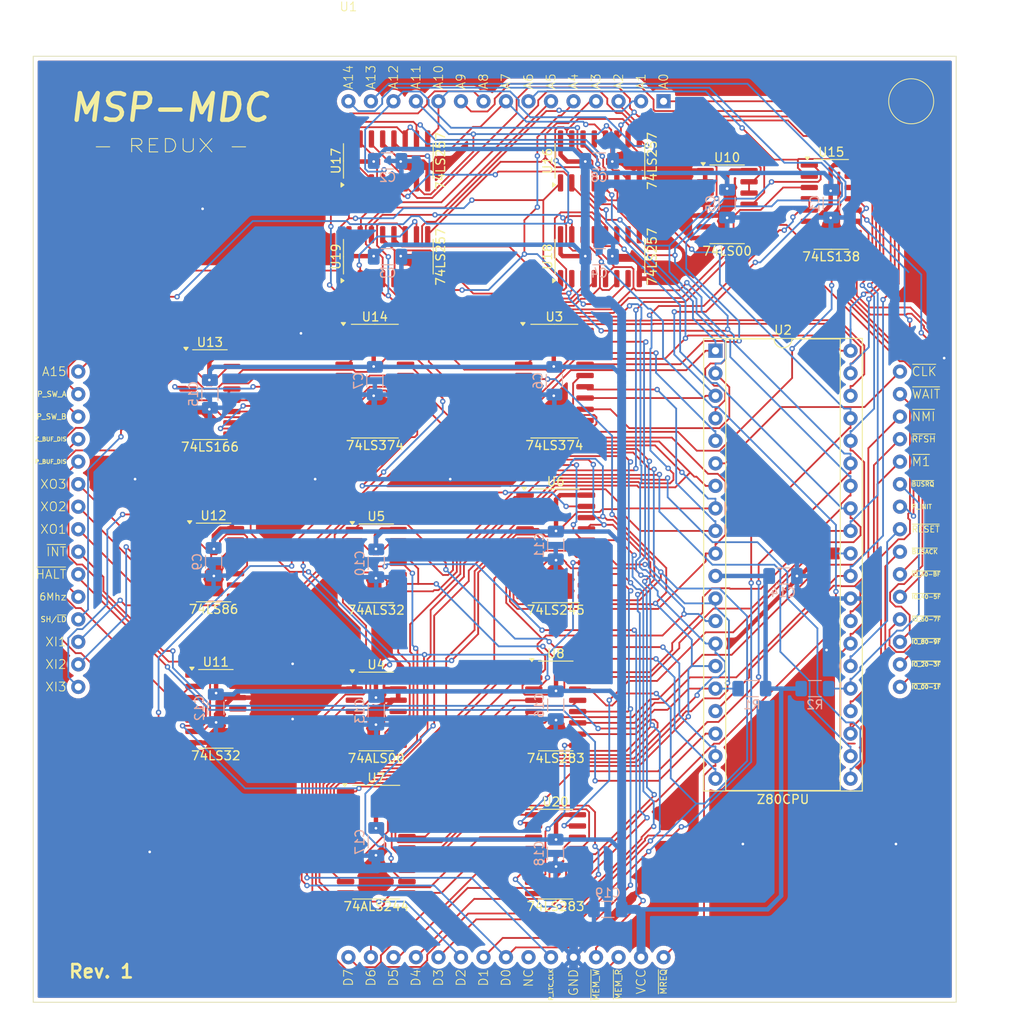
<source format=kicad_pcb>
(kicad_pcb (version 20240108) (generator "pcbnew") (generator_version "8.0")
  (layers (0 "F.Cu" signal) (31 "B.Cu" signal) (34 "B.Paste" user) (35 "F.Paste" user) (36 "B.SilkS" user "B.Silkscreen") (37 "F.SilkS" user "F.Silkscreen") (38 "B.Mask" user) (39 "F.Mask" user) (44 "Edge.Cuts" user))
  (net 0 "")
  (net 1 "GND")
  (net 2 "VCC")
  (net 3 "/J2-5")
  (net 4 "/J1-16")
  (net 5 "/J2-9")
  (net 6 "/J1-3")
  (net 7 "/BUF_D5")
  (net 8 "/J1-4")
  (net 9 "/J3-19")
  (net 10 "/J1-6")
  (net 11 "/BUF_D3")
  (net 12 "/J1-11")
  (net 13 "/J1-17")
  (net 14 "/J1-21")
  (net 15 "/BUF_D6")
  (net 16 "/J1-8")
  (net 17 "/J2-11")
  (net 18 "/J3-15")
  (net 19 "/J3-13")
  (net 20 "/BUF_D7")
  (net 21 "/J3-16")
  (net 22 "/J1-19")
  (net 23 "/J3-11")
  (net 24 "/J1-10")
  (net 25 "/J1-12")
  (net 26 "/BUF_D2")
  (net 27 "/J3-23")
  (net 28 "/J1-23")
  (net 29 "/J2-10")
  (net 30 "/J2-2")
  (net 31 "/J3-14")
  (net 32 "/J2-8")
  (net 33 "/J1-9")
  (net 35 "/J2-3")
  (net 36 "/J1-15")
  (net 37 "/J3-20")
  (net 38 "/J2-4")
  (net 39 "/J1-18")
  (net 40 "/J3-24")
  (net 41 "/J3-17")
  (net 42 "/BUF_D4")
  (net 43 "/J3-12")
  (net 44 "/J1-14")
  (net 45 "/J1-5")
  (net 46 "/J2-1")
  (net 47 "/BUF_D0")
  (net 48 "/J3-18")
  (net 49 "/J1-20")
  (net 50 "/J3-10")
  (net 51 "/J1-7")
  (net 52 "/J1-22")
  (net 53 "/J3-9")
  (net 54 "/J1-24")
  (net 55 "/J2-12")
  (net 56 "/J1-1")
  (net 57 "/J1-2")
  (net 58 "/J1-13")
  (net 59 "/BUF_D1")
  (net 60 "/J2-6")
  (net 61 "/Top Board/Mid Board/D6")
  (net 62 "/Top Board/Mid Board/D5")
  (net 63 "/Top Board/A1")
  (net 64 "/Top Board/A4")
  (net 65 "/Top Board/A5")
  (net 66 "/Top Board/Mid Board/~{Z80_WR}")
  (net 67 "/Top Board/Mid Board/D2")
  (net 68 "/Top Board/Mid Board/D4")
  (net 69 "/Top Board/A10")
  (net 70 "/Top Board/Mid Board/D1")
  (net 71 "/Top Board/Mid Board/~{Z80_IORQ}")
  (net 72 "/Top Board/A11")
  (net 73 "/Top Board/Mid Board/D0")
  (net 74 "/Top Board/Mid Board/D7")
  (net 75 "/Top Board/A3")
  (net 76 "/Top Board/Mid Board/D3")
  (net 77 "/Top Board/Mid Board/~{Z80_RD}")
  (net 78 "/Top Board/A7")
  (net 79 "/Top Board/A12")
  (net 80 "/Top Board/J5-02")
  (net 81 "/Top Board/Mid Board/~{IO_W}")
  (net 82 "/Top Board/~{IO_ACCESS}")
  (net 84 "Net-(U4-Pad4)")
  (net 86 "/Top Board/Mid Board/~{IO_R}")
  (net 87 "/Top Board/J4-04")
  (net 88 "Net-(U7-I3a)")
  (net 89 "Net-(U20-S4)")
  (net 90 "Net-(U7-I2a)")
  (net 91 "Net-(U20-S3)")
  (net 92 "Net-(U7-I0a)")
  (net 93 "/Top Board/J4-03")
  (net 94 "Net-(U7-I1a)")
  (net 95 "Net-(U20-S1)")
  (net 96 "Net-(U20-S2)")
  (net 97 "Net-(U20-C0)")
  (net 99 "Net-(U10-Pad8)")
  (net 100 "Net-(U17-OE)")
  (net 104 "Net-(U13-Qh)")
  (net 106 "Net-(U13-D)")
  (net 107 "Net-(U13-H)")
  (net 108 "Net-(U13-A)")
  (net 109 "Net-(U13-C)")
  (net 110 "Net-(U13-E)")
  (net 111 "Net-(U13-F)")
  (net 112 "Net-(U13-B)")
  (net 113 "Net-(U13-G)")
  (footprint "Package_SO:SO-20_5.3x12.6mm_P1.27mm" (layer "F.Cu") (at 108.4925 119.173)
    (property "Reference" "U7")
    (property "Value" "74ALS244")
  )
  (footprint "Package_SO:SOIC-14_3.9x8.7mm_P1.27mm" (layer "F.Cu") (at 90.1395 87.63)
    (property "Reference" "U12")
    (property "Value" "74LS86")
  )
  (footprint "Package_SO:SOIC-14_3.9x8.7mm_P1.27mm" (layer "F.Cu") (at 108.4925 87.7217)
    (property "Reference" "U5")
    (property "Value" "74ALS32")
  )
  (footprint "Package_SO:SOIC-16_3.9x9.9mm_P1.27mm" (layer "F.Cu") (at 128.7475 103.8123)
    (property "Reference" "U8")
    (property "Value" "74LS283")
  )
  (footprint "Package_SO:SOIC-16_3.9x9.9mm_P1.27mm" (layer "F.Cu") (at 133.731 42.353 90)
    (property "Reference" "U16")
    (property "Value" "74LS257")
  )
  (footprint "Package_SO:SOIC-16_3.9x9.9mm_P1.27mm" (layer "F.Cu") (at 109.855 42.353 90)
    (property "Reference" "U17")
    (property "Value" "74LS257")
  )
  (footprint "Package_SO:SOIC-16_3.9x9.9mm_P1.27mm" (layer "F.Cu") (at 159.831 47.2515)
    (property "Reference" "U15")
    (property "Value" "74LS138")
  )
  (footprint "Package_SO:SOIC-14_3.9x8.7mm_P1.27mm" (layer "F.Cu") (at 108.4925 104.4323)
    (property "Reference" "U4")
    (property "Value" "74ALS00")
  )
  (footprint "Wink:MSP-MDC" (layer "F.Cu") (at 105.352 35.624)
    (property "Reference" "U1")
    (property "Value" "~")
  )
  (footprint "Package_SO:SOIC-14_3.9x8.7mm_P1.27mm" (layer "F.Cu") (at 90.3935 104.14)
    (property "Reference" "U11")
    (property "Value" "74LS32")
  )
  (footprint "Package_SO:SO-20_5.3x12.6mm_P1.27mm" (layer "F.Cu") (at 128.589 67.183)
    (property "Reference" "U3")
    (property "Value" "74LS374")
  )
  (footprint "Package_SO:SOIC-16_3.9x9.9mm_P1.27mm" (layer "F.Cu") (at 109.855 53.151 90)
    (property "Reference" "U19")
    (property "Value" "74LS257")
  )
  (footprint "Package_SO:SOIC-16_3.9x9.9mm_P1.27mm" (layer "F.Cu") (at 89.727 68.707)
    (property "Reference" "U13")
    (property "Value" "74LS166")
  )
  (footprint "Package_SO:SOIC-16_3.9x9.9mm_P1.27mm" (layer "F.Cu") (at 133.731 53.151 90)
    (property "Reference" "U18")
    (property "Value" "74LS257")
  )
  (footprint "Package_SO:SO-20_5.3x12.6mm_P1.27mm" (layer "F.Cu") (at 108.334 67.183)
    (property "Reference" "U14")
    (property "Value" "74LS374")
  )
  (footprint "Package_SO:SOIC-14_3.9x8.7mm_P1.27mm" (layer "F.Cu") (at 148.082 47.244)
    (property "Reference" "U10")
    (property "Value" "74LS00")
  )
  (footprint "Package_SO:SOIC-16_3.9x9.9mm_P1.27mm" (layer "F.Cu") (at 128.719 120.523)
    (property "Reference" "U20")
    (property "Value" "74LS283")
  )
  (footprint "Package_DIP:DIP-40_W15.24mm_Socket" (layer "F.Cu") (at 146.7685 63.754)
    (property "Reference" "U2")
    (property "Value" "Z80CPU")
  )
  (footprint "Package_SO:SO-20_5.3x12.6mm_P1.27mm" (layer "F.Cu") (at 128.7475 85.7517)
    (property "Reference" "U6")
    (property "Value" "74LS245")
  )
  (footprint "Capacitor_SMD:C_1206_3216Metric_Pad1.33x1.80mm_HandSolder" (layer "B.Cu") (at 154.3935 89.154)
    (property "Reference" "C14")
    (property "Value" "100nF")
  )
  (footprint "Capacitor_SMD:C_1206_3216Metric_Pad1.33x1.80mm_HandSolder" (layer "B.Cu") (at 109.77 42.353)
    (property "Reference" "C2")
    (property "Value" "100nF")
  )
  (footprint "Capacitor_SMD:C_1206_3216Metric_Pad1.33x1.80mm_HandSolder" (layer "B.Cu") (at 148.082 47.1665 -90)
    (property "Reference" "C5")
    (property "Value" "100nF")
  )
  (footprint "Capacitor_SMD:C_1206_3216Metric_Pad1.33x1.80mm_HandSolder" (layer "B.Cu") (at 128.719 120.438 -90)
    (property "Reference" "C18")
    (property "Value" "100nF")
  )
  (footprint "Resistor_SMD:R_1206_3216Metric_Pad1.30x1.75mm_HandSolder" (layer "B.Cu") (at 157.988 101.854)
    (property "Reference" "R2")
    (property "Value" "1K")
  )
  (footprint "Capacitor_SMD:C_1206_3216Metric_Pad1.33x1.80mm_HandSolder" (layer "B.Cu") (at 133.646 42.353)
    (property "Reference" "C8")
    (property "Value" "100nF")
  )
  (footprint "Capacitor_SMD:C_1206_3216Metric_Pad1.33x1.80mm_HandSolder" (layer "B.Cu") (at 108.4925 87.7217 -90)
    (property "Reference" "C10")
    (property "Value" "100nF")
  )
  (footprint "Capacitor_SMD:C_1206_3216Metric_Pad1.33x1.80mm_HandSolder" (layer "B.Cu") (at 108.4925 104.3548 -90)
    (property "Reference" "C13")
    (property "Value" "100nF")
  )
  (footprint "Resistor_SMD:R_1206_3216Metric_Pad1.30x1.75mm_HandSolder" (layer "B.Cu") (at 150.876 101.854)
    (property "Reference" "R1")
    (property "Value" "1K")
  )
  (footprint "Capacitor_SMD:C_1206_3216Metric_Pad1.33x1.80mm_HandSolder" (layer "B.Cu") (at 128.589 67.138 -90)
    (property "Reference" "C6")
    (property "Value" "100nF")
  )
  (footprint "Capacitor_SMD:C_1206_3216Metric_Pad1.33x1.80mm_HandSolder" (layer "B.Cu") (at 159.831 47.1665 -90)
    (property "Reference" "C1")
    (property "Value" "100nF")
  )
  (footprint "Capacitor_SMD:C_1206_3216Metric_Pad1.33x1.80mm_HandSolder" (layer "B.Cu") (at 134.62 126.746 180)
    (property "Reference" "C19")
    (property "Value" "100nF")
  )
  (footprint "Capacitor_SMD:C_1206_3216Metric_Pad1.33x1.80mm_HandSolder" (layer "B.Cu") (at 128.7475 103.7273 -90)
    (property "Reference" "C16")
    (property "Value" "100nF")
  )
  (footprint "Capacitor_SMD:C_1206_3216Metric_Pad1.33x1.80mm_HandSolder" (layer "B.Cu") (at 133.646 53.151)
    (property "Reference" "C4")
    (property "Value" "100nF")
  )
  (footprint "Capacitor_SMD:C_1206_3216Metric_Pad1.33x1.80mm_HandSolder" (layer "B.Cu") (at 109.77 53.151)
    (property "Reference" "C3")
    (property "Value" "100nF")
  )
  (footprint "Capacitor_SMD:C_1206_3216Metric_Pad1.33x1.80mm_HandSolder" (layer "B.Cu") (at 89.727 68.622 -90)
    (property "Reference" "C15")
    (property "Value" "100nF")
  )
  (footprint "Capacitor_SMD:C_1206_3216Metric_Pad1.33x1.80mm_HandSolder" (layer "B.Cu") (at 108.334 67.138 -90)
    (property "Reference" "C7")
    (property "Value" "100nF")
  )
  (footprint "Capacitor_SMD:C_1206_3216Metric_Pad1.33x1.80mm_HandSolder" (layer "B.Cu") (at 108.4925 119.128 -90)
    (property "Reference" "C17")
    (property "Value" "100nF")
  )
  (footprint "Capacitor_SMD:C_1206_3216Metric_Pad1.33x1.80mm_HandSolder" (layer "B.Cu") (at 90.3935 104.0625 -90)
    (property "Reference" "C12")
    (property "Value" "100nF")
  )
  (footprint "Capacitor_SMD:C_1206_3216Metric_Pad1.33x1.80mm_HandSolder" (layer "B.Cu") (at 90.1395 87.5525 -90)
    (property "Reference" "C9")
    (property "Value" "100nF")
  )
  (footprint "Capacitor_SMD:C_1206_3216Metric_Pad1.33x1.80mm_HandSolder" (layer "B.Cu") (at 128.7475 85.7067 -90)
    (property "Reference" "C11")
    (property "Value" "100nF")
  )
  (gr_line (start 173.932 30.544) (end 173.932 137.224) (stroke (width 0.05)) (layer "Edge.Cuts"))
  (gr_line (start 69.792 30.544) (end 173.932 30.544) (stroke (width 0.05)) (layer "Edge.Cuts"))
  (gr_line (start 173.932 137.224) (end 69.792 137.224) (stroke (width 0.05)) (layer "Edge.Cuts"))
  (gr_line (start 69.792 137.224) (end 69.792 30.544) (stroke (width 0.05)) (layer "Edge.Cuts"))
  (gr_text "~{IO_00-1F}" (at 168.852 101.664 0) (layer "F.SilkS") (effects (font (size 0.45 0.45) (thickness 0.1)) (justify left)))
  (gr_text "~{IO_80-9F}" (at 168.852 96.584 0) (layer "F.SilkS") (effects (font (size 0.45 0.45) (thickness 0.1)) (justify left)))
  (gr_text "- REDUX -" (at 85.324285 40.64 0) (layer "F.SilkS") (effects (font (size 1.5 2) (thickness 0.1))))
  (gr_text "Rev. 1" (at 73.66 134.62 0) (layer "F.SilkS") (effects (font (size 1.5 1.5) (thickness 0.3) (bold yes)) (justify left bottom)))
  (gr_text "~{IO_20-3F}" (at 168.852 99.124 0) (layer "F.SilkS") (effects (font (size 0.45 0.45) (thickness 0.1)) (justify left)))
  (gr_text "MSP-MDC" (at 73.66 38.1 0) (layer "F.SilkS") (effects (font (size 3 3) (thickness 0.5) (bold yes) (italic yes)) (justify left bottom)))
  (segment (start 165.0203 119.38) (end 159.2992 119.38) (width 0.5) (layer "F.Cu") (net 1))
  (segment (start 89.916 107.95) (end 90.424 107.442) (width 0.5) (layer "F.Cu") (net 1))
  (segment (start 138.176 42.926) (end 138.176 43.877) (width 0.5) (layer "F.Cu") (net 1))
  (segment (start 144.972 44.704) (end 144.169 45.5071) (width 0.5) (layer "F.Cu") (net 1))
  (segment (start 126.2725 106.9873) (end 126.272 106.9878) (width 0.5) (layer "F.Cu") (net 1))
  (segment (start 128.27 124.968) (end 126.244 124.968) (width 0.5) (layer "F.Cu") (net 1))
  (segment (start 92.015 86.36) (end 92.6145 86.36) (width 0.5) (layer "F.Cu") (net 1))
  (segment (start 145.607 44.704) (end 144.972 44.704) (width 0.5) (layer "F.Cu") (net 1))
  (segment (start 106.0175 108.2423) (end 106.0177 108.2423) (width 0.5) (layer "F.Cu") (net 1))
  (segment (start 104.872 72.898) (end 107.442 72.898) (width 0.5) (layer "F.Cu") (net 1))
  (segment (start 106.0172 101.892) (end 106.018 101.892) (width 0.5) (layer "F.Cu") (net 1))
  (segment (start 92.8685 106.553) (end 92.8685 106.68) (width 0.5) (layer "F.Cu") (net 1))
  (segment (start 145.607 51.8363) (end 145.607 51.054) (width 0.5) (layer "F.Cu") (net 1))
  (segment (start 108.204 108.204) (end 107.696 108.204) (width 0.5) (layer "F.Cu") (net 1))
  (segment (start 108.458 124.206) (end 107.776 124.888) (width 0.5) (layer "F.Cu") (net 1))
  (segment (start 145.016 47.244) (end 145.607 47.244) (width 0.5) (layer "F.Cu") (net 1))
  (segment (start 92.8685 105.41) (end 92.8685 106.553) (width 0.5) (layer "F.Cu") (net 1))
  (segment (start 90.424 107.442) (end 90.424 106.553) (width 0.5) (layer "F.Cu") (net 1))
  (segment (start 92.6145 85.09) (end 92.6145 86.36) (width 0.5) (layer "F.Cu") (net 1))
  (segment (start 138.176 43.877) (end 142.539 43.877) (width 0.5) (layer "F.Cu") (net 1))
  (segment (start 126.272 108.257) (end 126.2725 108.257) (width 0.5) (layer "F.Cu") (net 1))
  (segment (start 138.176 55.626) (end 138.176 54.737) (width 0.5) (layer "F.Cu") (net 1))
  (segment (start 92.8685 102.235) (end 92.8685 101.6) (width 0.5) (layer "F.Cu") (net 1))
  (segment (start 128.016 72.898) (end 125.1265 72.898) (width 0.5) (layer "F.Cu") (net 1))
  (segment (start 138.176 54.737) (end 138.176 53.848) (width 0.5) (layer "F.Cu") (net 1))
  (segment (start 145.607 48.514) (end 147.828 48.514) (width 0.5) (layer "F.Cu") (net 1))
  (segment (start 172.5739 111.8264) (end 172.5739 64.5859) (width 0.5) (layer "F.Cu") (net 1))
  (segment (start 87.3368 70.6968) (end 87.252 70.612) (width 0.5) (layer "F.Cu") (net 1))
  (segment (start 114.3 42.926) (end 114.3 44.828) (width 0.5) (layer "F.Cu") (net 1))
  (segment (start 144.169 45.5071) (end 144.169 46.3971) (width 0.5) (layer "F.Cu") (net 1))
  (segment (start 128.778 121.92) (end 128.778 124.46) (width 0.5) (layer "F.Cu") (net 1))
  (segment (start 99.9979 61.7928) (end 89.7212 61.7928) (width 0.5) (layer "F.Cu") (net 1))
  (segment (start 113.792 53.086) (end 114.3 53.594) (width 0.5) (layer "F.Cu") (net 1))
  (segment (start 106.0175 91.5317) (end 106.018 91.5317) (width 0.5) (layer "F.Cu") (net 1))
  (segment (start 104.7095 61.6304) (end 104.8715 61.4684) (width 0.5) (layer "F.Cu") (net 1))
  (segment (start 138.176 54.737) (end 142.706 54.737) (width 0.5) (layer "F.Cu") (net 1))
  (segment (start 138.176 43.877) (end 138.176 44.828) (width 0.5) (layer "F.Cu") (net 1))
  (segment (start 137.414 53.086) (end 135.128 53.086) (width 0.5) (layer "F.Cu") (net 1))
  (segment (start 92.8685 102.235) (end 93.2112 101.892) (width 0.5) (layer "F.Cu") (net 1))
  (segment (start 89.662 91.44) (end 87.6645 91.44) (width 0.5) (layer "F.Cu") (net 1))
  (segment (start 90.17 89.154) (end 90.17 88.205) (width 0.5) (layer "F.Cu") (net 1))
  (segment (start 108.458 90.932) (end 107.858 91.5317) (width 0.5) (layer "F.Cu") (net 1))
  (segment (start 106.0177 108.2423) (end 106.018 108.242) (width 0.5) (layer "F.Cu") (net 1))
  (segment (start 125.1265 72.898) (end 125.126 72.898) (width 0.5) (layer "F.Cu") (net 1))
  (segment (start 106.0172 101.892) (end 106.0175 101.8923) (width 0.5) (layer "F.Cu") (net 1))
  (segment (start 90.424 106.553) (end 92.8685 106.553) (width 0.5) (layer "F.Cu") (net 1))
  (segment (start 89.662 72.644) (end 89.154 73.152) (width 0.5) (layer "F.Cu") (net 1))
  (segment (start 126.273 108.257) (end 128.217 108.257) (width 0.5) (layer "F.Cu") (net 1))
  (segment (start 142.706 54.737) (end 145.607 51.8363) (width 0.5) (layer "F.Cu") (net 1))
  (segment (start 89.662 70.6968) (end 87.3368 70.6968) (width 0.5) (layer "F.Cu") (net 1))
  (segment (start 90.17 88.205) (end 92.015 86.36) (width 0.5) (layer "F.Cu") (net 1))
  (segment (start 92.2886 102.87) (end 92.8685 102.87) (width 0.5) (layer "F.Cu") (net 1))
  (segment (start 137.668 42.418) (end 138.176 42.926) (width 0.5) (layer "F.Cu") (net 1))
  (segment (start 89.154 73.152) (end 87.252 73.152) (width 0.5) (layer "F.Cu") (net 1))
  (segment (start 138.176 53.848) (end 137.414 53.086) (width 0.5) (layer "F.Cu") (net 1))
  (segment (start 110.968 101.8928) (end 110.968 102.527) (width 0.5) (layer "F.Cu") (net 1))
  (segment (start 111.252 42.418) (end 113.792 42.418) (width 0.5) (layer "F.Cu") (net 1))
  (segment (start 90.424 106.553) (end 90.424 105.664) (width 0.5) (layer "F.Cu") (net 1))
  (segment (start 144.169 46.3971) (end 145.016 47.244) (width 0.5) (layer "F.Cu") (net 1))
  (segment (start 126.272 108.257) (end 126.272 107.622) (width 0.5) (layer "F.Cu") (net 1))
  (segment (start 89.7212 61.7928) (end 87.252 64.262) (width 0.5) (layer "F.Cu") (net 1))
  (segment (start 107.696 108.204) (end 107.658 108.242) (width 0.5) (layer "F.Cu") (net 1))
  (segment (start 126.272 106.9878) (end 126.272 107.622) (width 0.5) (layer "F.Cu") (net 1))
  (segment (start 165.0203 119.38) (end 172.5739 111.8264) (width 0.5) (layer "F.Cu") (net 1))
  (segment (start 159.766 48.768) (end 159.766 51.054) (width 0.5) (layer "F.Cu") (net 1))
  (segment (start 104.8715 72.898) (end 104.872 72.898) (width 0.5) (layer "F.Cu") (net 1))
  (segment (start 142.539 43.877) (end 144.169 45.5071) (width 0.5) (layer "F.Cu") (net 1))
  (segment (start 93.2112 101.892) (end 99.06 101.892) (width 0.5) (layer "F.Cu") (net 1))
  (segment (start 147.828 48.514) (end 148.082 48.768) (width 0.5) (layer "F.Cu") (net 1))
  (segment (start 128.778 90.932) (end 128.243 91.4667) (width 0.5) (layer "F.Cu") (net 1))
  (segment (start 159.2992 119.38) (end 149.86 119.38) (width 0.5) (layer "F.Cu") (net 1))
  (segment (start 90.424 105.664) (end 90.424 104.735) (width 0.5) (layer "F.Cu") (net 1))
  (segment (start 110.398 103.162) (end 110.9672 103.162) (width 0.5) (layer "F.Cu") (net 1))
  (segment (start 110.9675 101.8923) (end 110.968 101.8928) (width 0.5) (layer "F.Cu") (net 1))
  (segment (start 113.792 42.418) (end 114.3 42.926) (width 0.5) (layer "F.Cu") (net 1))
  (segment (start 128.778 107.696) (end 128.778 105.41) (width 0.5) (layer "F.Cu") (net 1))
  (segment (start 159.766 51.054) (end 159.124 51.6965) (width 0.5) (layer "F.Cu") (net 1))
  (segment (start 128.778 124.46) (end 128.27 124.968) (width 0.5) (layer "F.Cu") (net 1))
  (segment (start 110.968 103.162) (end 110.968 102.527) (width 0.5) (layer "F.Cu") (net 1))
  (segment (start 104.8715 61.4684) (end 104.8715 61.468) (width 0.5) (layer "F.Cu") (net 1))
  (segment (start 90.17 90.932) (end 89.662 91.44) (width 0.5) (layer "F.Cu") (net 1))
  (segment (start 126.273 108.257) (end 126.2725 108.257) (width 0.5) (layer "F.Cu") (net 1))
  (segment (start 110.9672 103.162) (end 110.9675 103.1623) (width 0.5) (layer "F.Cu") (net 1))
  (segment (start 90.424 104.735) (end 92.2886 102.87) (width 0.5) (layer "F.Cu") (net 1))
  (segment (start 89.662 70.6968) (end 89.662 72.644) (width 0.5) (layer "F.Cu") (net 1))
  (segment (start 167.132 119.38) (end 165.0203 119.38) (width 0.5) (layer "F.Cu") (net 1))
  (segment (start 159.2992 119.38) (end 159.2992 97.5026) (width 0.5) (layer "F.Cu") (net 1))
  (segment (start 89.662 70.358) (end 89.662 70.6968) (width 0.5) (layer "F.Cu") (net 1))
  (segment (start 107.442 72.898) (end 108.204 72.136) (width 0.5) (layer "F.Cu") (net 1))
  (segment (start 147.574 51.054) (end 148.082 50.546) (width 0.5) (layer "F.Cu") (net 1))
  (segment (start 128.243 91.4667) (end 125.285 91.4667) (width 0.5) (layer "F.Cu") (net 1))
  (segment (start 108.458 120.65) (end 108.458 124.206) (width 0.5) (layer "F.Cu") (net 1))
  (segment (start 108.458 89.408) (end 108.458 90.932) (width 0.5) (layer "F.Cu") (net 1))
  (segment (start 99.06 101.892) (end 106.0172 101.892) (width 0.5) (layer "F.Cu") (net 1))
  (segment (start 108.458 107.95) (end 108.204 108.204) (width 0.5) (layer "F.Cu") (net 1))
  (segment (start 99.06 101.892) (end 99.06 99.06) (width 0.5) (layer "F.Cu") (net 1))
  (segment (start 92.8685 102.87) (end 92.8685 102.235) (width 0.5) (layer "F.Cu") (net 1))
  (segment (start 128.524 72.39) (end 128.016 72.898) (width 0.5) (layer "F.Cu") (net 1))
  (segment (start 126.2725 108.257) (end 126.272 108.257) (width 0.5) (layer "F.Cu") (net 1))
  (segment (start 107.658 108.242) (end 106.018 108.242) (width 0.5) (layer "F.Cu") (net 1))
  (segment (start 145.607 47.244) (end 145.607 48.514) (width 0.5) (layer "F.Cu") (net 1))
  (segment (start 87.9185 107.95) (end 89.916 107.95) (width 0.5) (layer "F.Cu") (net 1))
  (segment (start 104.872 61.468) (end 104.7095 61.6304) (width 0.5) (layer "F.Cu") (net 1))
  (segment (start 126.2725 108.257) (end 126.2725 108.2573) (width 0.5) (layer "F.Cu") (net 1))
  (segment (start 90.17 89.154) (end 90.17 90.932) (width 0.5) (layer "F.Cu") (net 1))
  (segment (start 107.858 91.5317) (end 106.018 91.5317) (width 0.5) (layer "F.Cu") (net 1))
  (segment (start 126.2725 108.257) (end 126.273 108.257) (width 0.5) (layer "F.Cu") (net 1))
  (segment (start 135.128 42.418) (end 137.668 42.418) (width 0.5) (layer "F.Cu") (net 1))
  (segment (start 114.3 53.594) (end 114.3 55.626) (width 0.5) (layer "F.Cu") (net 1))
  (segment (start 104.547 61.7928) (end 99.9979 61.7928) (width 0.5) (layer "F.Cu") (net 1))
  (segment (start 108.458 105.918) (end 108.458 107.95) (width 0.5) (layer "F.Cu") (net 1))
  (segment (start 106.0175 100.6223) (end 106.018 100.6223) (width 0.5) (layer "F.Cu") (net 1))
  (segment (start 106.018 101.892) (end 106.018 100.6223) (width 0.5) (layer "F.Cu") (net 1))
  (segment (start 104.7095 61.6304) (end 104.547 61.7928) (width 0.5) (layer "F.Cu") (net 1))
  (segment (start 145.607 51.054) (end 147.574 51.054) (width 0.5) (layer "F.Cu") (net 1))
  (segment (start 107.776 124.888) (end 105.03 124.888) (width 0.5) (layer "F.Cu") (net 1))
  (segment (start 108.458 105.918) (end 108.458 105.102) (width 0.5) (layer "F.Cu") (net 1))
  (segment (start 128.778 87.376) (end 128.778 90.932) (width 0.5) (layer "F.Cu") (net 1))
  (segment (start 128.217 108.257) (end 128.778 107.696) (width 0.5) (layer "F.Cu") (net 1))
  (segment (start 111.252 53.086) (end 113.792 53.086) (width 0.5) (layer "F.Cu") (net 1))
  (segment (start 148.082 50.546) (end 148.082 48.768) (width 0.5) (layer "F.Cu") (net 1))
  (segment (start 108.204 72.136) (end 108.204 68.834) (width 0.5) (layer "F.Cu") (net 1))
  (segment (start 159.124 51.6965) (end 157.356 51.6965) (width 0.5) (layer "F.Cu") (net 1))
  (segment (start 128.524 68.834) (end 128.524 72.39) (width 0.5) (layer "F.Cu") (net 1))
  (segment (start 106.018 100.6223) (end 106.018 100.622) (width 0.5) (layer "F.Cu") (net 1))
  (segment (start 110.9672 103.162) (end 110.968 103.162) (width 0.5) (layer "F.Cu") (net 1))
  (segment (start 108.458 105.102) (end 110.398 103.162) (width 0.5) (layer "F.Cu") (net 1))
  (segment (start 145.607 44.704) (end 145.607 43.434) (width 0.5) (layer "F.Cu") (net 1))
  (via (at 81.28 78.232) (size 0.6) (drill 0.3) (layers "F.Cu" "B.Cu") (net 1))
  (via (at 88.9 47.752) (size 0.6) (drill 0.3) (layers "F.Cu" "B.Cu") (net 1))
  (via (at 99.06 99.06) (size 0.6) (drill 0.3) (layers "F.Cu" "B.Cu") (net 1))
  (via (at 108.458 89.408) (size 0.6) (drill 0.3) (layers "F.Cu" "B.Cu") (net 1))
  (via (at 159.766 48.768) (size 0.6) (drill 0.3) (layers "F.Cu" "B.Cu") (net 1))
  (via (at 148.082 48.768) (size 0.6) (drill 0.3) (layers "F.Cu" "B.Cu") (net 1))
  (via (at 90.424 105.664) (size 0.6) (drill 0.3) (layers "F.Cu" "B.Cu") (net 1))
  (via (at 172.5739 64.5859) (size 0.6) (drill 0.3) (layers "F.Cu" "B.Cu") (net 1))
  (via (at 99.9979 61.7928) (size 0.6) (drill 0.3) (layers "F.Cu" "B.Cu") (net 1))
  (via (at 128.524 68.834) (size 0.6) (drill 0.3) (layers "F.Cu" "B.Cu") (net 1))
  (via (at 135.128 42.418) (size 0.6) (drill 0.3) (layers "F.Cu" "B.Cu") (net 1))
  (via (at 149.86 119.38) (size 0.6) (drill 0.3) (layers "F.Cu" "B.Cu") (net 1))
  (via (at 135.128 53.086) (size 0.6) (drill 0.3) (layers "F.Cu" "B.Cu") (net 1))
  (via (at 128.778 121.92) (size 0.6) (drill 0.3) (layers "F.Cu" "B.Cu") (net 1))
  (via (at 90.17 89.154) (size 0.6) (drill 0.3) (layers "F.Cu" "B.Cu") (net 1))
  (via (at 155.96 89.1584) (size 0.6) (drill 0.3) (layers "F.Cu" "B.Cu") (net 1))
  (via (at 99.06 105.29) (size 0.6) (drill 0.3) (layers "F.Cu" "B.Cu") (net 1))
  (via (at 108.458 105.918) (size 0.6) (drill 0.3) (layers "F.Cu" "B.Cu") (net 1))
  (via (at 111.252 53.086) (size 0.6) (drill 0.3) (layers "F.Cu" "B.Cu") (net 1))
  (via (at 101.6 78.232) (size 0.6) (drill 0.3) (layers "F.Cu" "B.Cu") (net 1))
  (via (at 159.2992 97.5026) (size 0.6) (drill 0.3) (layers "F.Cu" "B.Cu") (net 1))
  (via (at 111.252 42.418) (size 0.6) (drill 0.3) (layers "F.Cu" "B.Cu") (net 1))
  (via (at 89.662 70.358) (size 0.6) (drill 0.3) (layers "F.Cu" "B.Cu") (net 1))
  (via (at 108.204 68.834) (size 0.6) (drill 0.3) (layers "F.Cu" "B.Cu") (net 1))
  (via (at 82.931 120.269) (size 0.6) (drill 0.3) (layers "F.Cu" "B.Cu") (net 1))
  (via (at 108.458 120.65) (size 0.6) (drill 0.3) (layers "F.Cu" "B.Cu") (net 1))
  (via (at 116.84 78.232) (size 0.6) (drill 0.3) (layers "F.Cu" "B.Cu") (net 1))
  (via (at 128.778 105.41) (size 0.6) (drill 0.3) (layers "F.Cu" "B.Cu") (net 1))
  (via (at 128.778 87.376) (size 0.6) (drill 0.3) (layers "F.Cu" "B.Cu") (net 1))
  (via (at 167.132 119.38) (size 0.6) (drill 0.3) (layers "F.Cu" "B.Cu") (net 1))
  (segment (start 89.727 70.293) (end 89.727 77.151) (width 0.5) (layer "B.Cu") (net 1))
  (segment (start 128.745 87.2717) (end 107.188 87.2717) (width 0.5) (layer "B.Cu") (net 1))
  (segment (start 148.082 53.34) (end 150.114 55.372) (width 0.5) (layer "B.Cu") (net 1))
  (segment (start 107.442 78.232) (end 116.84 78.232) (width 0.5) (layer "B.Cu") (net 1))
  (segment (start 128.7475 87.2692) (end 128.7478 87.2692) (width 0.5) (layer "B.Cu") (net 1))
  (segment (start 108.492 120.69) (end 108.458 120.656) (width 0.5) (layer "B.Cu") (net 1))
  (segment (start 130.556 122.174) (end 130.382 122) (width 1) (layer "B.Cu") (net 1))
  (segment (start 128.7478 87.2692) (end 128.748 87.2694) (width 0.5) (layer "B.Cu") (net 1))
  (segment (start 130.752 132.144) (end 130.752 127.82) (width 1) (layer "B.Cu") (net 1))
  (segment (start 90.1395 88.5112) (end 88.9 87.2717) (width 0.5) (layer "B.Cu") (net 1))
  (segment (start 90.1395 89.115) (end 90.1395 88.5112) (width 0.5) (layer "B.Cu") (net 1))
  (segment (start 111.26 42.418) (end 111.268 42.418) (width 0.5) (layer "B.Cu") (net 1))
  (segment (start 90.7285 105.29) (end 82.1622 105.29) (width 0.5) (layer "B.Cu") (net 1))
  (segment (start 88.9 87.2717) (end 81.4297 87.2717) (width 0.5) (layer "B.Cu") (net 1))
  (segment (start 130.382 122) (end 128.748 122) (width 1) (layer "B.Cu") (net 1))
  (segment (start 128.778 105.41) (end 128.748 105.38) (width 0.5) (layer "B.Cu") (net 1))
  (segment (start 84.836 122.174) (end 82.931 120.269) (width 1) (layer "B.Cu") (net 1))
  (segment (start 90.1395 89.1235) (end 90.1395 89.115) (width 0.5) (layer "B.Cu") (net 1))
  (segment (start 108.204 77.47) (end 107.442 78.232) (width 0.5) (layer "B.Cu") (net 1))
  (segment (start 90.7285 105.29) (end 90.3935 105.625) (width 0.5) (layer "B.Cu") (net 1))
  (segment (start 108.492 105.9178) (end 108.492 105.29) (width 0.5) (layer "B.Cu") (net 1))
  (segment (start 128.747 105.29) (end 108.492 105.29) (width 0.5) (layer "B.Cu") (net 1))
  (segment (start 160.3122 91.694) (end 160.3122 96.4896) (width 0.5) (layer "B.Cu") (net 1))
  (segment (start 108.4925 105.9173) (end 108.492 105.9178) (width 0.5) (layer "B.Cu") (net 1))
  (segment (start 81.28 78.232) (end 88.646 78.232) (width 0.5) (layer "B.Cu") (net 1))
  (segment (start 161.29 55.372) (end 150.114 55.372) (width 1) (layer "B.Cu") (net 1))
  (segment (start 90.17 89.154) (end 90.1395 89.1235) (width 0.5) (layer "B.Cu") (net 1))
  (segment (start 128.778 121.92) (end 128.748 121.95) (width 0.5) (layer "B.Cu") (net 1))
  (segment (start 81.9215 68.7005) (end 81.28 69.342) (width 0.5) (layer "B.Cu") (net 1))
  (segment (start 107.95 58.674) (end 109.22 58.674) (width 1) (layer "B.Cu") (net 1))
  (segment (start 111.268 42.418) (end 111.332 42.418) (width 0.5) (layer "B.Cu") (net 1))
  (segment (start 135.128 53.086) (end 135.144 53.086) (width 0.5) (layer "B.Cu") (net 1))
  (segment (start 128.745 87.2717) (end 128.748 87.2694) (width 0.5) (layer "B.Cu") (net 1))
  (segment (start 167.132 131.064) (end 167.132 119.38) (width 1) (layer "B.Cu") (net 1))
  (segment (start 163.576 134.62) (end 167.132 131.064) (width 1) (layer "B.Cu") (net 1))
  (segment (start 128.7475 105.29) (end 128.748 105.29) (width 0.5) (layer "B.Cu") (net 1))
  (segment (start 135.176 53.1185) (end 135.2085 53.151) (width 0.5) (layer "B.Cu") (net 1))
  (segment (start 108.458 120.656) (end 108.458 120.65) (width 1) (layer "B.Cu") (net 1))
  (segment (start 128.747 105.29) (end 128.7475 105.29) (width 0.5) (layer "B.Cu") (net 1))
  (segment (start 99.9979 58.674) (end 107.95 58.674) (width 1) (layer "B.Cu") (net 1))
  (segment (start 109.22 58.674) (end 107.95 58.674) (width 0.5) (layer "B.Cu") (net 1))
  (segment (start 135.176 42.3855) (end 135.2085 42.353) (width 0.5) (layer "B.Cu") (net 1))
  (segment (start 88.9 122.174) (end 84.836 122.174) (width 1) (layer "B.Cu") (net 1))
  (segment (start 81.28 106.172) (end 81.28 87.122) (width 1) (layer "B.Cu") (net 1))
  (segment (start 128.748 121.95) (end 128.748 122) (width 0.5) (layer "B.Cu") (net 1))
  (segment (start 135.176 53.1185) (end 135.208 53.151) (width 0.5) (layer "B.Cu") (net 1))
  (segment (start 89.916 122.174) (end 88.9 122.174) (width 1) (layer "B.Cu") (net 1))
  (segment (start 82.804 47.752) (end 88.9 47.752) (width 1) (layer "B.Cu") (net 1))
  (segment (start 162.008 91.694) (end 162.0085 91.694) (width 0.5) (layer "B.Cu") (net 1))
  (segment (start 128.748 105.29) (end 128.7475 105.29) (width 0.5) (layer "B.Cu") (net 1))
  (segment (start 82.931 120.269) (end 81.28 118.618) (width 1) (layer "B.Cu") (net 1))
  (segment (start 130.752 127.82) (end 131.826 126.746) (width 1) (layer "B.Cu") (net 1))
  (segment (start 89.662 70.358) (end 89.727 70.293) (width 0.5) (layer "B.Cu") (net 1))
  (segment (start 81.28 58.674) (end 81.28 49.276) (width 1) (layer "B.Cu") (net 1))
  (segment (start 159.766 48.768) (end 159.766 53.848) (width 0.5) (layer "B.Cu") (net 1))
  (segment (start 81.28 87.122) (end 81.28 78.232) (width 1) (layer "B.Cu") (net 1))
  (segment (start 111.332 42.353) (end 111.332 42.418) (width 0.5) (layer "B.Cu") (net 1))
  (segment (start 128.719 122) (end 128.718 122) (width 1) (layer "B.Cu") (net 1))
  (segment (start 128.016 78.232) (end 128.589 77.659) (width 0.5) (layer "B.Cu") (net 1))
  (segment (start 159.766 48.768) (end 159.792 48.768) (width 0.5) (layer "B.Cu") (net 1))
  (segment (start 109.982 58.674) (end 109.22 58.674) (width 0.5) (layer "B.Cu") (net 1))
  (segment (start 128.748 122) (end 128.719 122) (width 1) (layer "B.Cu") (net 1))
  (segment (start 81.4297 87.2717) (end 81.28 87.122) (width 0.5) (layer "B.Cu") (net 1))
  (segment (start 108.4925 89.2842) (end 108.492 89.2842) (width 0.5) (layer "B.Cu") (net 1))
  (segment (start 131.318 134.62) (end 163.576 134.62) (width 1) (layer "B.Cu") (net 1))
  (segment (start 81.28 49.276) (end 82.804 47.752) (width 1) (layer "B.Cu") (net 1))
  (segment (start 107.188 87.2717) (end 88.9 87.2717) (width 0.5) (layer "B.Cu") (net 1))
  (segment (start 171.7788 64.5859) (end 172.5739 64.5859) (width 0.5) (layer "B.Cu") (net 1))
  (segment (start 128.524 68.834) (end 128.589 68.769) (width 0.5) (layer "B.Cu") (net 1))
  (segment (start 164.592 55.372) (end 161.29 55.372) (width 1) (layer "B.Cu") (net 1))
  (segment (start 108.792 122) (end 108.458 121.666) (width 1) (layer "B.Cu") (net 1))
  (segment (start 128.7475 105.2898) (end 128.7475 105.29) (width 0.5) (layer "B.Cu") (net 1))
  (segment (start 155.956 89.154) (end 155.96 89.1584) (width 0.5) (layer "B.Cu") (net 1))
  (segment (start 111.332 53.151) (end 111.332 57.3235) (width 0.5) (layer "B.Cu") (net 1))
  (segment (start 108.334 68.7005) (end 89.154 68.7005) (width 0.5) (layer "B.Cu") (net 1))
  (segment (start 160.3122 91.694) (end 162.008 91.694) (width 0.5) (layer "B.Cu") (net 1))
  (segment (start 89.727 70.1845) (end 89.727 70.293) (width 0.5) (layer "B.Cu") (net 1))
  (segment (start 108.458 121.666) (end 108.458 120.656) (width 1) (layer "B.Cu") (net 1))
  (segment (start 128.589 68.769) (end 128.589 68.7005) (width 0.5) (layer "B.Cu") (net 1))
  (segment (start 167.132 59.9391) (end 171.7788 64.5859) (width 0.5) (layer "B.Cu") (net 1))
  (segment (start 160.3122 96.4896) (end 159.2992 97.5026) (width 0.5) (layer "B.Cu") (net 1))
  (segment (start 111.26 42.418) (end 111.268 42.418) (width 0.5) (layer "B.Cu") (net 1))
  (segment (start 135.128 42.418) (end 135.144 42.418) (width 0.5) (layer "B.Cu") (net 1))
  (segment (start 111.3325 42.353) (end 111.332 42.353) (width 0.5) (layer "B.Cu") (net 1))
  (segment (start 89.727 77.151) (end 88.646 78.232) (width 0.5) (layer "B.Cu") (net 1))
  (segment (start 148.082 48.768) (end 148.082 53.34) (width 0.5) (layer "B.Cu") (net 1))
  (segment (start 128.778 87.376) (end 128.745 87.343) (width 0.5) (layer "B.Cu") (net 1))
  (segment (start 111.332 42.418) (end 111.332 45.6395) (width 0.5) (layer "B.Cu") (net 1))
  (segment (start 111.252 42.418) (end 111.26 42.418) (width 0.5) (layer "B.Cu") (net 1))
  (segment (start 88.646 78.232) (end 101.6 78.232) (width 0.5) (layer "B.Cu") (net 1))
  (segment (start 128.745 87.343) (end 128.745 87.2717) (width 0.5) (layer "B.Cu") (net 1))
  (segment (start 128.718 122) (end 128.719 122) (width 0.5) (layer "B.Cu") (net 1))
  (segment (start 108.792 122) (end 108.619 122.174) (width 1) (layer "B.Cu") (net 1))
  (segment (start 81.28 78.232) (end 81.28 69.342) (width 1) (layer "B.Cu") (net 1))
  (segment (start 159.766 53.848) (end 161.29 55.372) (width 0.5) (layer "B.Cu") (net 1))
  (segment (start 130.752 134.054) (end 131.318 134.62) (width 1) (layer "B.Cu") (net 1))
  (segment (start 148.082 48.729) (end 148.082 48.768) (width 0.5) (layer "B.Cu") (net 1))
  (segment (start 128.719 122.0005) (end 128.719 122) (width 0.5) (layer "B.Cu") (net 1))
  (segment (start 111.332 57.3235) (end 109.982 58.674) (width 0.5) (layer "B.Cu") (net 1))
  (segment (start 131.318 122.174) (end 130.556 122.174) (width 1) (layer "B.Cu") (net 1))
  (segment (start 89.727 69.2735) (end 89.154 68.7005) (width 0.5) (layer "B.Cu") (net 1))
  (segment (start 111.332 45.6395) (end 109.22 47.752) (width 0.5) (layer "B.Cu") (net 1))
  (segment (start 128.7475 105.29) (end 128.747 105.29) (width 0.5) (layer "B.Cu") (net 1))
  (segment (start 81.28 69.342) (end 81.28 58.674) (width 1) (layer "B.Cu") (net 1))
  (segment (start 133.0575 126.746) (end 133.058 126.746) (width 1) (layer "B.Cu") (net 1))
  (segment (start 108.492 105.918) (end 108.492 105.9178) (width 0.5) (layer "B.Cu") (net 1))
  (segment (start 133.058 123.914) (end 131.318 122.174) (width 1) (layer "B.Cu") (net 1))
  (segment (start 81.28 58.674) (end 99.9979 58.674) (width 1) (layer "B.Cu") (net 1))
  (segment (start 167.132 57.912) (end 167.132 59.9391) (width 0.5) (layer "B.Cu") (net 1))
  (segment (start 108.492 89.2842) (end 108.458 89.3187) (width 0.5) (layer "B.Cu") (net 1))
  (segment (start 108.458 89.3187) (end 108.458 88.5417) (width 0.5) (layer "B.Cu") (net 1))
  (segment (start 155.956 89.154) (end 155.956 90.424) (width 0.5) (layer "B.Cu") (net 1))
  (segment (start 128.748 105.38) (end 128.748 105.29) (width 0.5) (layer "B.Cu") (net 1))
  (segment (start 128.589 68.7005) (end 108.334 68.7005) (width 0.5) (layer "B.Cu") (net 1))
  (segment (start 116.84 78.232) (end 128.016 78.232) (width 0.5) (layer "B.Cu") (net 1))
  (segment (start 130.752 132.144) (end 130.752 134.054) (width 1) (layer "B.Cu") (net 1))
  (segment (start 108.458 88.5417) (end 107.188 87.2717) (width 0.5) (layer "B.Cu") (net 1))
  (segment (start 111.3325 53.151) (end 111.332 53.151) (width 0.5) (layer "B.Cu") (net 1))
  (segment (start 89.154 68.7005) (end 81.9215 68.7005) (width 0.5) (layer "B.Cu") (net 1))
  (segment (start 81.28 118.618) (end 81.28 106.172) (width 1) (layer "B.Cu") (net 1))
  (segment (start 99.06 105.29) (end 90.7285 105.29) (width 0.5) (layer "B.Cu") (net 1))
  (segment (start 108.458 105.918) (end 108.492 105.918) (width 0.5) (layer "B.Cu") (net 1))
  (segment (start 133.058 126.746) (end 133.058 123.914) (width 1) (layer "B.Cu") (net 1))
  (segment (start 135.144 42.418) (end 135.176 42.3855) (width 0.5) (layer "B.Cu") (net 1))
  (segment (start 159.792 48.768) (end 159.831 48.729) (width 0.5) (layer "B.Cu") (net 1))
  (segment (start 135.176 42.3855) (end 135.208 42.353) (width 0.5) (layer "B.Cu") (net 1))
  (segment (start 167.132 57.912) (end 164.592 55.372) (width 1) (layer "B.Cu") (net 1))
  (segment (start 99.9979 58.674) (end 99.9979 61.7928) (width 0.5) (layer "B.Cu") (net 1))
  (segment (start 108.204 68.834) (end 108.204 77.47) (width 0.5) (layer "B.Cu") (net 1))
  (segment (start 89.916 122.174) (end 88.9 122.174) (width 1) (layer "B.Cu") (net 1))
  (segment (start 108.4925 120.6905) (end 108.492 120.69) (width 0.5) (layer "B.Cu") (net 1))
  (segment (start 82.1622 105.29) (end 81.28 106.172) (width 0.5) (layer "B.Cu") (net 1))
  (segment (start 157.226 91.694) (end 160.3122 91.694) (width 0.5) (layer "B.Cu") (net 1))
  (segment (start 88.9 47.752) (end 109.22 47.752) (width 1) (layer "B.Cu") (net 1))
  (segment (start 108.458 89.408) (end 108.458 89.3187) (width 0.5) (layer "B.Cu") (net 1))
  (segment (start 111.268 42.418) (end 111.332 42.353) (width 0.5) (layer "B.Cu") (net 1))
  (segment (start 155.956 90.424) (end 157.226 91.694) (width 0.5) (layer "B.Cu") (net 1))
  (segment (start 90.3935 105.634) (end 90.3935 105.625) (width 0.5) (layer "B.Cu") (net 1))
  (segment (start 90.424 105.664) (end 90.3935 105.634) (width 0.5) (layer "B.Cu") (net 1))
  (segment (start 131.826 126.746) (end 133.0575 126.746) (width 1) (layer "B.Cu") (net 1))
  (segment (start 108.619 122.174) (end 89.916 122.174) (width 1) (layer "B.Cu") (net 1))
  (segment (start 108.492 105.29) (end 99.06 105.29) (width 0.5) (layer "B.Cu") (net 1))
  (segment (start 128.589 77.659) (end 128.589 68.769) (width 0.5) (layer "B.Cu") (net 1))
  (segment (start 128.718 122) (end 108.792 122) (width 1) (layer "B.Cu") (net 1))
  (segment (start 101.6 78.232) (end 107.442 78.232) (width 0.5) (layer "B.Cu") (net 1))
  (segment (start 89.727 70.1845) (end 89.727 69.2735) (width 0.5) (layer "B.Cu") (net 1))
  (segment (start 135.144 53.086) (end 135.176 53.1185) (width 0.5) (layer "B.Cu") (net 1))
  (segment (start 111.252 53.086) (end 111.317 53.151) (width 0.5) (layer "B.Cu") (net 1))
  (segment (start 111.317 53.151) (end 111.332 53.151) (width 0.5) (layer "B.Cu") (net 1))
  (segment (start 132.0515 61.468) (end 132.052 61.468) (width 0.5) (layer "F.Cu") (net 2))
  (segment (start 131.222 99.3673) (end 131.2225 99.3673) (width 0.5) (layer "F.Cu") (net 2))
  (segment (start 108.458 84.582) (end 109.128 83.9117) (width 0.5) (layer "F.Cu") (net 2))
  (segment (start 105.918 42.418) (end 105.41 41.91) (width 0.5) (layer "F.Cu") (net 2))
  (segment (start 148.082 45.466) (end 148.082 43.942) (width 0.5) (layer "F.Cu") (net 2))
  (segment (start 92.202 64.262) (end 90.424 64.262) (width 0.5) (layer "F.Cu") (net 2))
  (segment (start 160.14 42.8065) (end 162.306 42.8065) (width 0.5) (layer "F.Cu") (net 2))
  (segment (start 108.204 62.23) (end 108.966 61.468) (width 0.5) (layer "F.Cu") (net 2))
  (segment (start 159.766 43.18) (end 160.14 42.8065) (width 0.5) (layer "F.Cu") (net 2))
  (segment (start 157.356 49.1565) (end 157.917 49.1565) (width 0.5) (layer "F.Cu") (net 2))
  (segment (start 108.966 61.468) (end 111.796 61.468) (width 0.5) (layer "F.Cu") (net 2))
  (segment (start 109.128 83.9117) (end 110.9675 83.9117) (width 0.5) (layer "F.Cu") (net 2))
  (segment (start 105.41 41.91) (end 105.41 39.878) (width 0.5) (layer "F.Cu") (net 2))
  (segment (start 91.9702 83.82) (end 92.202 83.5882) (width 0.5) (layer "F.Cu") (net 2))
  (segment (start 91.186 100.33) (end 92.8685 100.33) (width 0.5) (layer "F.Cu") (net 2))
  (segment (start 110.9675 83.9117) (end 110.968 83.9117) (width 0.5) (layer "F.Cu") (net 2))
  (segment (start 128.524 65.532) (end 128.524 62.23) (width 0.5) (layer "F.Cu") (net 2))
  (segment (start 128.778 116.84) (end 129.54 116.078) (width 0.5) (layer "F.Cu") (net 2))
  (segment (start 129.286 61.468) (end 132.0515 61.468) (width 0.5) (layer "F.Cu") (net 2))
  (segment (start 148.082 43.942) (end 148.59 43.434) (width 0.5) (layer "F.Cu") (net 2))
  (segment (start 128.778 99.822) (end 129.233 99.3673) (width 0.5) (layer "F.Cu") (net 2))
  (segment (start 132.08 53.086) (end 129.54 53.086) (width 0.5) (layer "F.Cu") (net 2))
  (segment (start 129.54 53.086) (end 129.286 52.832) (width 0.5) (layer "F.Cu") (net 2))
  (segment (start 159.766 45.72) (end 159.766 43.18) (width 0.5) (layer "F.Cu") (net 2))
  (segment (start 111.955 113.458) (end 109.3 113.458) (width 0.5) (layer "F.Cu") (net 2))
  (segment (start 128.778 80.518) (end 129.259 80.0367) (width 0.5) (layer "F.Cu") (net 2))
  (segment (start 111.796 61.468) (end 111.7965 61.468) (width 0.5) (layer "F.Cu") (net 2))
  (segment (start 105.918 53.086) (end 105.41 52.578) (width 0.5) (layer "F.Cu") (net 2))
  (segment (start 129.54 116.078) (end 131.194 116.078) (width 0.5) (layer "F.Cu") (net 2))
  (segment (start 105.41 52.578) (end 105.41 50.676) (width 0.5) (layer "F.Cu") (net 2))
  (segment (start 89.662 65.024) (end 89.662 67.056) (width 0.5) (layer "F.Cu") (net 2))
  (segment (start 129.286 41.656) (end 129.286 39.878) (width 0.5) (layer "F.Cu") (net 2))
  (segment (start 108.458 114.3) (end 108.458 117.602) (width 0.5) (layer "F.Cu") (net 2))
  (segment (start 128.778 118.872) (end 128.778 116.84) (width 0.5) (layer "F.Cu") (net 2))
  (segment (start 129.286 52.832) (end 129.286 50.676) (width 0.5) (layer "F.Cu") (net 2))
  (segment (start 110.9675 100.6223) (end 110.9673 100.6223) (width 0.5) (layer "F.Cu") (net 2))
  (segment (start 128.524 62.23) (end 129.286 61.468) (width 0.5) (layer "F.Cu") (net 2))
  (segment (start 92.202 83.5882) (end 92.202 73.152) (width 0.5) (layer "F.Cu") (net 2))
  (segment (start 130.048 42.418) (end 129.286 41.656) (width 0.5) (layer "F.Cu") (net 2))
  (segment (start 108.458 86.106) (end 108.458 84.582) (width 0.5) (layer "F.Cu") (net 2))
  (segment (start 90.17 86.106) (end 90.17 84.582) (width 0.5) (layer "F.Cu") (net 2))
  (segment (start 129.233 99.3673) (end 131.222 99.3673) (width 0.5) (layer "F.Cu") (net 2))
  (segment (start 148.59 43.434) (end 150.557 43.434) (width 0.5) (layer "F.Cu") (net 2))
  (segment (start 159.766 47.3079) (end 159.766 45.72) (width 0.5) (layer "F.Cu") (net 2))
  (segment (start 90.932 83.82) (end 91.9702 83.82) (width 0.5) (layer "F.Cu") (net 2))
  (segment (start 109.3 113.458) (end 108.458 114.3) (width 0.5) (layer "F.Cu") (net 2))
  (segment (start 90.424 102.362) (end 90.424 101.092) (width 0.5) (layer "F.Cu") (net 2))
  (segment (start 128.778 84.074) (end 128.778 80.518) (width 0.5) (layer "F.Cu") (net 2))
  (segment (start 108.204 65.532) (end 108.204 62.23) (width 0.5) (layer "F.Cu") (net 2))
  (segment (start 110.9673 100.6223) (end 110.967 100.622) (width 0.5) (layer "F.Cu") (net 2))
  (segment (start 157.917 49.1565) (end 159.766 47.3079) (width 0.5) (layer "F.Cu") (net 2))
  (segment (start 90.424 101.092) (end 91.186 100.33) (width 0.5) (layer "F.Cu") (net 2))
  (segment (start 128.778 102.108) (end 128.778 99.822) (width 0.5) (layer "F.Cu") (net 2))
  (segment (start 90.17 84.582) (end 90.932 83.82) (width 0.5) (layer "F.Cu") (net 2))
  (segment (start 91.9702 83.82) (end 92.6145 83.82) (width 0.5) (layer "F.Cu") (net 2))
  (segment (start 108.928 100.622) (end 110.967 100.622) (width 0.5) (layer "F.Cu") (net 2))
  (segment (start 108.204 53.086) (end 105.918 53.086) (width 0.5) (layer "F.Cu") (net 2))
  (segment (start 129.259 80.0367) (end 132.21 80.0367) (width 0.5) (layer "F.Cu") (net 2))
  (segment (start 108.458 101.092) (end 108.928 100.622) (width 0.5) (layer "F.Cu") (net 2))
  (segment (start 90.424 64.262) (end 89.662 65.024) (width 0.5) (layer "F.Cu") (net 2))
  (segment (start 108.458 102.87) (end 108.458 101.092) (width 0.5) (layer "F.Cu") (net 2))
  (segment (start 132.08 42.418) (end 130.048 42.418) (width 0.5) (layer "F.Cu") (net 2))
  (segment (start 108.204 42.418) (end 105.918 42.418) (width 0.5) (layer "F.Cu") (net 2))
  (via (at 128.778 102.108) (size 0.6) (drill 0.3) (layers "F.Cu" "B.Cu") (net 2))
  (via (at 108.458 117.602) (size 0.6) (drill 0.3) (layers "F.Cu" "B.Cu") (net 2))
  (via (at 132.08 42.418) (size 0.6) (drill 0.3) (layers "F.Cu" "B.Cu") (net 2))
  (via (at 128.778 118.872) (size 0.6) (drill 0.3) (layers "F.Cu" "B.Cu") (net 2))
  (via (at 159.766 45.72) (size 0.6) (drill 0.3) (layers "F.Cu" "B.Cu") (net 2))
  (via (at 128.524 65.532) (size 0.6) (drill 0.3) (layers "F.Cu" "B.Cu") (net 2))
  (via (at 108.458 86.106) (size 0.6) (drill 0.3) (layers "F.Cu" "B.Cu") (net 2))
  (via (at 108.204 53.086) (size 0.6) (drill 0.3) (layers "F.Cu" "B.Cu") (net 2))
  (via (at 89.662 67.056) (size 0.6) (drill 0.3) (layers "F.Cu" "B.Cu") (net 2))
  (via (at 108.204 65.532) (size 0.6) (drill 0.3) (layers "F.Cu" "B.Cu") (net 2))
  (via (at 128.778 84.074) (size 0.6) (drill 0.3) (layers "F.Cu" "B.Cu") (net 2))
  (via (at 108.204 42.418) (size 0.6) (drill 0.3) (layers "F.Cu" "B.Cu") (net 2))
  (via (at 108.458 102.87) (size 0.6) (drill 0.3) (layers "F.Cu" "B.Cu") (net 2))
  (via (at 132.08 53.086) (size 0.6) (drill 0.3) (layers "F.Cu" "B.Cu") (net 2))
  (via (at 90.424 102.362) (size 0.6) (drill 0.3) (layers "F.Cu" "B.Cu") (net 2))
  (via (at 90.17 86.106) (size 0.6) (drill 0.3) (layers "F.Cu" "B.Cu") (net 2))
  (via (at 148.082 45.466) (size 0.6) (drill 0.3) (layers "F.Cu" "B.Cu") (net 2))
  (segment (start 108.806 102.478) (end 108.492 102.792) (width 0.5) (layer "B.Cu") (net 2))
  (segment (start 90.424 102.362) (end 90.3935 102.392) (width 0.5) (layer "B.Cu") (net 2))
  (segment (start 147.066 43.703) (end 147.335 43.703) (width 0.5) (layer "B.Cu") (net 2))
  (segment (start 136.182 120.18) (end 136.182 103.886) (width 0.5) (layer "B.Cu") (net 2))
  (segment (start 138.372 132.144) (end 138.372 127.196) (width 1) (layer "B.Cu") (net 2))
  (segment (start 135.172 65.5755) (end 136.182 66.5865) (width 0.5) (layer "B.Cu") (net 2))
  (segment (start 91.1158 84.1442) (end 90.1395 85.1205) (width 0.5) (layer "B.Cu") (net 2))
  (segment (start 109.558 41.003) (end 130.734 41.003) (width 0.5) (layer "B.Cu") (net 2))
  (segment (start 108.208 53.086) (end 108.204 53.086) (width 0.5) (layer "B.Cu") (net 2))
  (segment (start 128.719 118.876) (end 128.718 118.876) (width 0.5) (layer "B.Cu") (net 2))
  (segment (start 108.4925 102.7923) (end 108.4923 102.7923) (width 0.5) (layer "B.Cu") (net 2))
  (segment (start 128.782 118.876) (end 128.719 118.876) (width 0.5) (layer "B.Cu") (net 2))
  (segment (start 108.16 65.5755) (end 108.204 65.532) (width 0.5) (layer "B.Cu") (net 2))
  (segment (start 128.589 65.5755) (end 128.48 65.5755) (width 0.5) (layer "B.Cu") (net 2))
  (segment (start 134.62 57.912) (end 132.842 57.912) (width 0.5) (layer "B.Cu") (net 2))
  (segment (start 130.734 41.003) (end 132.084 42.3525) (width 0.5) (layer "B.Cu") (net 2))
  (segment (start 132.084 57.1535) (end 132.084 53.151) (width 0.5) (layer "B.Cu") (net 2))
  (segment (start 138.372 127.196) (end 137.922 126.746) (width 1) (layer "B.Cu") (net 2))
  (segment (start 148.082 44.45) (end 148.082 45.466) (width 0.5) (layer "B.Cu") (net 2))
  (segment (start 132.084 53.0895) (end 132.084 42.4215) (width 1) (layer "B.Cu") (net 2))
  (segment (start 108.492 117.568) (end 108.492 117.566) (width 0.5) (layer "B.Cu") (net 2))
  (segment (start 147.066 43.703) (end 147.335 43.703) (width 0.5) (layer "B.Cu") (net 2))
  (segment (start 109.15 84.1442) (end 112.776 84.1442) (width 0.5) (layer "B.Cu") (net 2))
  (segment (start 134.747 58.039) (end 134.62 57.912) (width 0.5) (layer "B.Cu") (net 2))
  (segment (start 128.748 102.165) (end 128.7475 102.165) (width 0.5) (layer "B.Cu") (net 2))
  (segment (start 136.182 120.65) (end 136.182 120.18) (width 0.5) (layer "B.Cu") (net 2))
  (segment (start 90.3935 102.5) (end 92.3748 102.5) (width 0.5) (layer "B.Cu") (net 2))
  (segment (start 108.334 65.5755) (end 108.16 65.5755) (width 0.5) (layer "B.Cu") (net 2))
  (segment (start 108.492 86.1405) (end 108.458 86.106) (width 0.5) (layer "B.Cu") (net 2))
  (segment (start 109.15 84.1442) (end 91.1158 84.1442) (width 0.5) (layer "B.Cu") (net 2))
  (segment (start 108.208 53.151) (end 108.716 52.6426) (width 0.5) (layer "B.Cu") (net 2))
  (segment (start 136.182 126.746) (end 136.1825 126.746) (width 0.5) (layer "B.Cu") (net 2))
  (segment (start 128.7475 102.165) (end 128.748 102.165) (width 0.5) (layer "B.Cu") (net 2))
  (segment (start 128.747 102.165) (end 114.3 102.165) (width 0.5) (layer "B.Cu") (net 2))
  (segment (start 108.4925 117.5655) (end 108.492 117.566) (width 0.5) (layer "B.Cu") (net 2))
  (segment (start 132.084 42.3872) (end 132.084 42.353) (width 1) (layer "B.Cu") (net 2))
  (segment (start 135.128 58.42) (end 133.35 58.42) (width 1) (layer "B.Cu") (net 2))
  (segment (start 136.182 103.416) (end 136.182 86.36) (width 0.5) (layer "B.Cu") (net 2))
  (segment (start 132.084 53.1505) (end 132.084 53.1507) (width 0.5) (layer "B.Cu") (net 2))
  (segment (start 137.922 126.746) (end 152.654 126.746) (width 0.5) (layer "B.Cu") (net 2))
  (segment (start 108.204 42.418) (end 108.208 42.4145) (width 0.5) (layer "B.Cu") (net 2))
  (segment (start 132.084 53.1508) (end 132.084 53.151) (width 0.5) (layer "B.Cu") (net 2))
  (segment (start 136.182 120.65) (end 136.182 120.18) (width 1) (layer "B.Cu") (net 2))
  (segment (start 108.492 86.1498) (end 108.4925 86.1503) (width 0.5) (layer "B.Cu") (net 2))
  (segment (start 108.806 102.478) (end 108.492 102.792) (width 0.5) (layer "B.Cu") (net 2))
  (segment (start 154.178 125.222) (end 154.178 101.854) (width 0.5) (layer "B.Cu") (net 2))
  (segment (start 89.727 65.975) (end 89.727 67.0595) (width 0.5) (layer "B.Cu") (net 2))
  (segment (start 108.458 102.827) (end 108.458 102.87) (width 0.5) (layer "B.Cu") (net 2))
  (segment (start 128.7475 102.165) (end 128.7475 102.1648) (width 0.5) (layer "B.Cu") (net 2))
  (segment (start 136.182 103.886) (end 136.182 103.416) (width 1) (layer "B.Cu") (net 2))
  (segment (start 136.182 85.598) (end 136.182 67.31) (width 1) (layer "B.Cu") (net 2))
  (segment (start 136.182 103.416) (end 134.874 102.108) (width 0.5) (layer "B.Cu") (net 2))
  (segment (start 132.084 53.0895) (end 132.084 53.1505) (width 0.5) (layer "B.Cu") (net 2))
  (segment (start 147.335 43.703) (end 159.019 43.703) (width 0.5) (layer "B.Cu") (net 2))
  (segment (start 132.0835 42.3867) (end 132.0835 42.353) (width 0.5) (layer "B.Cu") (net 2))
  (segment (start 108.2075 42.3832) (end 108.2075 42.353) (width 0.5) (layer "B.Cu") (net 2))
  (segment (start 146.7685 89.154) (end 146.768 89.154) (width 0.5) (layer "B.Cu") (net 2))
  (segment (start 132.084 53.1505) (end 132.084 53.0895) (width 1) (layer "B.Cu") (net 2))
  (segment (start 108.208 53.086) (end 108.208 53.1185) (width 0.5) (layer "B.Cu") (net 2))
  (segment (start 134.729 84.1442) (end 136.182 85.598) (width 0.5) (layer "B.Cu") (net 2))
  (segment (start 159.766 45.72) (end 159.831 45.655) (width 0.5) (layer "B.Cu") (net 2))
  (segment (start 136.182 120.18) (end 136.182 103.886) (width 1) (layer "B.Cu") (net 2))
  (segment (start 128.748 84.1442) (end 134.729 84.1442) (width 0.5) (layer "B.Cu") (net 2))
  (segment (start 132.084 42.4215) (end 132.08 42.418) (width 0.5) (layer "B.Cu") (net 2))
  (segment (start 90.1265 65.5755) (end 89.727 65.975) (width 0.5) (layer "B.Cu") (net 2))
  (segment (start 108.208 42.353) (end 109.558 41.003) (width 0.5) (layer "B.Cu") (net 2))
  (segment (start 130.302 65.5755) (end 128.589 65.5755) (width 0.5) (layer "B.Cu") (net 2))
  (segment (start 108.492 102.792) (end 108.458 102.827) (width 0.5) (layer "B.Cu") (net 2))
  (segment (start 109.728 65.5755) (end 108.334 65.5755) (width 0.5) (layer "B.Cu") (net 2))
  (segment (start 90.17 86.106) (end 90.1395 86.0755) (width 0.5) (layer "B.Cu") (net 2))
  (segment (start 128.718 118.876) (end 128.719 118.876) (width 0.5) (layer "B.Cu") (net 2))
  (segment (start 136.1825 126.746) (end 136.182 126.746) (width 1) (layer "B.Cu") (net 2))
  (segment (start 148.082 45.466) (end 148.082 45.604) (width 0.5) (layer "B.Cu") (net 2))
  (segment (start 132.842 57.912) (end 132.084 57.1535) (width 1) (layer "B.Cu") (net 2))
  (segment (start 108.208 53.1185) (end 108.208 53.151) (width 0.5) (layer "B.Cu") (net 2))
  (segment (start 108.2075 53.119) (end 108.2075 53.151) (width 0.5) (layer "B.Cu") (net 2))
  (segment (start 136.182 85.598) (end 136.182 86.36) (width 0.5) (layer "B.Cu") (net 2))
  (segment (start 108.716 52.6426) (end 108.651 52.6426) (width 0.5) (layer "B.Cu") (net 2))
  (segment (start 159.831 44.515) (end 159.831 45.604) (width 0.5) (layer "B.Cu") (net 2))
  (segment (start 132.084 42.4215) (end 132.084 42.3872) (width 1) (layer "B.Cu") (net 2))
  (segment (start 108.458 117.602) (end 108.492 117.568) (width 0.5) (layer "B.Cu") (net 2))
  (segment (start 134.878 118.876) (end 128.782 118.876) (width 0.5) (layer "B.Cu") (net 2))
  (segment (start 89.662 67.056) (end 89.7235 67.056) (width 0.5) (layer "B.Cu") (net 2))
  (segment (start 136.182 126.746) (end 136.182 120.65) (width 1) (layer "B.Cu") (net 2))
  (segment (start 133.434 43.703) (end 147.066 43.703) (width 0.5) (layer "B.Cu") (net 2))
  (segment (start 92.71 102.165) (end 109.12 102.165) (width 0.5) (layer "B.Cu") (net 2))
  (segment (start 128.7475 84.1442) (end 128.748 84.1442) (width 0.5) (layer "B.Cu") (net 2))
  (segment (start 136.182 66.5865) (end 136.182 59.4745) (width 1) (layer "B.Cu") (net 2))
  (segment (start 136.182 126.746) (end 136.182 120.65) (width 0.5) (layer "B.Cu") (net 2))
  (segment (start 128.48 65.5755) (end 109.728 65.5755) (width 0.5) (layer "B.Cu") (net 2))
  (segment (start 128.48 65.5755) (end 128.524 65.532) (width 0.5) (layer "B.Cu") (net 2))
  (segment (start 114.3 102.165) (end 109.12 102.165) (width 0.5) (layer "B.Cu") (net 2))
  (segment (start 130.302 65.5755) (end 135.172 65.5755) (width 0.5) (layer "B.Cu") (net 2))
  (segment (start 109.728 65.5755) (end 108.334 65.5755) (width 0.5) (layer "B.Cu") (net 2))
  (segment (start 132.084 53.1508) (end 132.084 53.1507) (width 1) (layer "B.Cu") (net 2))
  (segment (start 132.0837 53.1508) (end 132.0835 53.151) (width 0.5) (layer "B.Cu") (net 2))
  (segment (start 132.084 42.3525) (end 132.084 42.353) (width 0.5) (layer "B.Cu") (net 2))
  (segment (start 108.208 42.3837) (end 108.208 42.353) (width 0.5) (layer "B.Cu") (net 2))
  (segment (start 136.182 103.416) (end 136.182 86.36) (width 1) (layer "B.Cu") (net 2))
  (segment (start 128.747 102.165) (end 128.7475 102.165) (width 0.5) (layer "B.Cu") (net 2))
  (segment (start 154.178 101.854) (end 152.426 101.854) (width 0.5) (layer "B.Cu") (net 2))
  (segment (start 132.084 53.1508) (end 132.084 53.1507) (width 0.5) (layer "B.Cu") (net 2))
  (segment (start 108.716 52.6426) (end 109.558 51.801) (width 0.5) (layer "B.Cu") (net 2))
  (segment (start 108.4923 102.7923) (end 108.492 102.792) (width 0.5) (layer "B.Cu") (net 2))
  (segment (start 132.084 42.353) (end 133.434 43.703) (width 0.5) (layer "B.Cu") (net 2))
  (segment (start 128.782 118.876) (end 128.778 118.872) (width 0.5) (layer "B.Cu") (net 2))
  (segment (start 136.1825 126.746) (end 137.922 126.746) (width 0.5) (layer "B.Cu") (net 2))
  (segment (start 128.589 65.5755) (end 130.302 65.5755) (width 0.5) (layer "B.Cu") (net 2))
  (segment (start 132.084 53.1507) (end 132.084 53.1508) (width 0.5) (layer "B.Cu") (net 2))
  (segment (start 152.831 89.154) (end 146.7685 89.154) (width 0.5) (layer "B.Cu") (net 2))
  (segment (start 136.182 103.886) (end 136.182 103.416) (width 0.5) (layer "B.Cu") (net 2))
  (segment (start 132.084 53.1507) (end 132.084 53.1505) (width 1) (layer "B.Cu") (net 2))
  (segment (start 108.4925 86.1503) (end 108.4925 86.1592) (width 0.5) (layer "B.Cu") (net 2))
  (segment (start 136.182 120.65) (end 136.182 120.18) (width 0.5) (layer "B.Cu") (net 2))
  (segment (start 132.084 53.151) (end 132.084 53.1508) (width 0.5) (layer "B.Cu") (net 2))
  (segment (start 132.08 53.086) (end 132.084 53.0895) (width 0.5) (layer "B.Cu") (net 2))
  (segment (start 90.1395 85.1205) (end 90.1395 85.99) (width 0.5) (layer "B.Cu") (net 2))
  (segment (start 132.084 42.3525) (end 132.084 42.353) (width 0.5) (layer "B.Cu") (net 2))
  (segment (start 108.458 86.106) (end 108.458 84.836) (width 0.5) (layer "B.Cu") (net 2))
  (segment (start 152.426 89.559) (end 152.831 89.154) (width 0.5) (layer "B.Cu") (net 2))
  (segment (start 132.084 53.1505) (end 132.084 53.1507) (width 0.5) (layer "B.Cu") (net 2))
  (segment (start 89.7235 67.056) (end 89.727 67.0595) (width 0.5) (layer "B.Cu") (net 2))
  (segment (start 132.084 53.1507) (end 132.084 53.1505) (width 0.5) (layer "B.Cu") (net 2))
  (segment (start 112.776 84.1442) (end 109.15 84.1442) (width 0.5) (layer "B.Cu") (net 2))
  (segment (start 136.182 67.31) (end 136.182 66.5865) (width 0.5) (layer "B.Cu") (net 2))
  (segment (start 136.182 120.18) (end 134.878 118.876) (width 0.5) (layer "B.Cu") (net 2))
  (segment (start 152.426 101.854) (end 152.426 89.559) (width 0.5) (layer "B.Cu") (net 2))
  (segment (start 152.654 126.746) (end 154.178 125.222) (width 0.5) (layer "B.Cu") (net 2))
  (segment (start 108.492 86.1498) (end 108.492 86.1405) (width 0.5) (layer "B.Cu") (net 2))
  (segment (start 136.182 59.4745) (end 135.128 58.42) (width 1) (layer "B.Cu") (net 2))
  (segment (start 108.208 42.4145) (end 108.208 42.3837) (width 0.5) (layer "B.Cu") (net 2))
  (segment (start 132.084 42.3872) (end 132.0835 42.3867) (width 0.5) (layer "B.Cu") (net 2))
  (segment (start 112.776 84.1442) (end 128.7475 84.1442) (width 0.5) (layer "B.Cu") (net 2))
  (segment (start 108.208 53.1185) (end 108.2075 53.119) (width 0.5) (layer "B.Cu") (net 2))
  (segment (start 156.438 101.854) (end 154.178 101.854) (width 0.5) (layer "B.Cu") (net 2))
  (segment (start 159.831 45.655) (end 159.831 45.604) (width 0.5) (layer "B.Cu") (net 2))
  (segment (start 147.335 43.703) (end 148.082 44.45) (width 0.5) (layer "B.Cu") (net 2))
  (segment (start 108.492 86.1592) (end 108.492 86.1498) (width 0.5) (layer "B.Cu") (net 2))
  (segment (start 132.084 53.1505) (end 132.084 53.0895) (width 0.5) (layer "B.Cu") (net 2))
  (segment (start 109.802 118.876) (end 128.718 118.876) (width 0.5) (layer "B.Cu") (net 2))
  (segment (start 134.874 102.108) (end 128.778 102.108) (width 0.5) (layer "B.Cu") (net 2))
  (segment (start 92.3748 102.5) (end 92.71 102.165) (width 0.5) (layer "B.Cu") (net 2))
  (segment (start 137.922 126.746) (end 136.1825 126.746) (width 1) (layer "B.Cu") (net 2))
  (segment (start 136.182 67.31) (end 136.182 85.598) (width 0.5) (layer "B.Cu") (net 2))
  (segment (start 136.182 86.36) (end 136.182 85.598) (width 1) (layer "B.Cu") (net 2))
  (segment (start 128.748 102.138) (end 128.748 102.165) (width 0.5) (layer "B.Cu") (net 2))
  (segment (start 136.182 85.598) (end 136.182 86.36) (width 0.5) (layer "B.Cu") (net 2))
  (segment (start 108.651 52.6426) (end 108.208 53.086) (width 0.5) (layer "B.Cu") (net 2))
  (segment (start 136.182 67.31) (end 136.182 66.5865) (width 1) (layer "B.Cu") (net 2))
  (segment (start 132.084 53.0895) (end 132.084 42.4215) (width 0.5) (layer "B.Cu") (net 2))
  (segment (start 128.778 84.074) (end 128.748 84.1045) (width 0.5) (layer "B.Cu") (net 2))
  (segment (start 132.084 53.1508) (end 132.084 53.151) (width 0.5) (layer "B.Cu") (net 2))
  (segment (start 132.084 53.151) (end 132.084 53.1508) (width 1) (layer "B.Cu") (net 2))
  (segment (start 128.7475 102.165) (end 128.747 102.165) (width 0.5) (layer "B.Cu") (net 2))
  (segment (start 90.3935 102.392) (end 90.3935 102.5) (width 0.5) (layer "B.Cu") (net 2))
  (segment (start 136.182 66.5865) (end 136.182 59.4745) (width 0.5) (layer "B.Cu") (net 2))
  (segment (start 108.458 84.836) (end 109.15 84.1442) (width 0.5) (layer "B.Cu") (net 2))
  (segment (start 108.16 65.5755) (end 90.1265 65.5755) (width 0.5) (layer "B.Cu") (net 2))
  (segment (start 128.719 118.8755) (end 128.719 118.876) (width 0.5) (layer "B.Cu") (net 2))
  (segment (start 133.35 58.42) (end 132.842 57.912) (width 1) (layer "B.Cu") (net 2))
  (segment (start 109.12 102.165) (end 108.806 102.478) (width 0.5) (layer "B.Cu") (net 2))
  (segment (start 132.084 53.1508) (end 132.0837 53.1508) (width 0.5) (layer "B.Cu") (net 2))
  (segment (start 159.019 43.703) (end 159.831 44.515) (width 0.5) (layer "B.Cu") (net 2))
  (segment (start 132.084 57.1535) (end 132.084 53.151) (width 1) (layer "B.Cu") (net 2))
  (segment (start 132.842 57.912) (end 132.084 57.1535) (width 0.5) (layer "B.Cu") (net 2))
  (segment (start 109.558 51.801) (end 130.734 51.801) (width 0.5) (layer "B.Cu") (net 2))
  (segment (start 108.492 117.566) (end 109.802 118.876) (width 0.5) (layer "B.Cu") (net 2))
  (segment (start 136.182 103.886) (end 136.182 103.416) (width 0.5) (layer "B.Cu") (net 2))
  (segment (start 90.1395 86.0755) (end 90.1395 85.99) (width 0.5) (layer "B.Cu") (net 2))
  (segment (start 108.208 42.3837) (end 108.2075 42.3832) (width 0.5) (layer "B.Cu") (net 2))
  (segment (start 136.182 66.5865) (end 136.182 67.31) (width 0.5) (layer "B.Cu") (net 2))
  (segment (start 114.3 102.165) (end 109.12 102.165) (width 0.5) (layer "B.Cu") (net 2))
  (segment (start 130.734 51.801) (end 132.084 53.1505) (width 0.5) (layer "B.Cu") (net 2))
  (segment (start 128.778 102.108) (end 128.748 102.138) (width 0.5) (layer "B.Cu") (net 2))
  (segment (start 135.128 58.42) (end 134.747 58.039) (width 1) (layer "B.Cu") (net 2))
  (segment (start 128.748 84.1045) (end 128.748 84.1442) (width 0.5) (layer "B.Cu") (net 2))
  (segment (start 132.084 53.1507) (end 132.084 53.1508) (width 0.5) (layer "B.Cu") (net 2))
  (segment (start 139.885 104.247) (end 137.78 106.352) (width 0.2) (layer "F.Cu") (net 3))
  (segment (start 77.7134 89.2654) (end 77.7134 90.8799) (width 0.2) (layer "F.Cu") (net 3))
  (segment (start 74.872 86.424) (end 77.7134 89.2654) (width 0.2) (layer "F.Cu") (net 3))
  (segment (start 77.7134 90.8799) (end 84.4423 97.6088) (width 0.2) (layer "F.Cu") (net 3))
  (segment (start 143.747 101.854) (end 141.354 104.247) (width 0.2) (layer "F.Cu") (net 3))
  (segment (start 84.4423 97.6088) (end 85.5462 97.6088) (width 0.2) (layer "F.Cu") (net 3))
  (segment (start 141.354 104.247) (end 139.885 104.247) (width 0.2) (layer "F.Cu") (net 3))
  (segment (start 146.768 101.854) (end 143.747 101.854) (width 0.2) (layer "F.Cu") (net 3))
  (segment (start 137.78 106.352) (end 133.523 106.352) (width 0.2) (layer "F.Cu") (net 3))
  (segment (start 146.7685 101.854) (end 146.768 101.854) (width 0.2) (layer "F.Cu") (net 3))
  (via (at 85.5462 97.6088) (size 0.6) (drill 0.3) (layers "F.Cu" "B.Cu") (net 3))
  (via (at 133.523 106.352) (size 0.6) (drill 0.3) (layers "F.Cu" "B.Cu") (net 3))
  (segment (start 146.7685 101.854) (end 146.768 101.854) (width 0.2) (layer "B.Cu") (net 3))
  (segment (start 85.5462 99.5067) (end 85.5462 97.6088) (width 0.2) (layer "B.Cu") (net 3))
  (segment (start 133.523 106.352) (end 130.964 103.793) (width 0.2) (layer "B.Cu") (net 3))
  (segment (start 89.8322 103.793) (end 85.5462 99.5067) (width 0.2) (layer "B.Cu") (net 3))
  (segment (start 149.326 101.854) (end 146.7685 101.854) (width 0.2) (layer "B.Cu") (net 3))
  (segment (start 130.964 103.793) (end 89.8322 103.793) (width 0.2) (layer "B.Cu") (net 3))
  (segment (start 162.008 100.752) (end 162.008 101.303) (width 0.2) (layer "F.Cu") (net 4))
  (segment (start 162.008 101.303) (end 162.008 101.854) (width 0.2) (layer "F.Cu") (net 4))
  (segment (start 162.146 100.752) (end 162.008 100.752) (width 0.2) (layer "F.Cu") (net 4))
  (segment (start 162.0085 101.3035) (end 162.0085 101.854) (width 0.2) (layer "F.Cu") (net 4))
  (segment (start 162.008 101.303) (end 162.0085 101.3035) (width 0.2) (layer "F.Cu") (net 4))
  (segment (start 169.7175 93.4757) (end 169.7175 80.9395) (width 0.2) (layer "B.Cu") (net 4))
  (segment (start 162.0085 100.7523) (end 162.1463 100.7523) (width 0.2) (layer "B.Cu") (net 4))
  (segment (start 162.1463 100.7523) (end 163.1102 99.7884) (width 0.2) (layer "B.Cu") (net 4))
  (segment (start 162.008 101.854) (end 162.0085 101.854) (width 0.2) (layer "B.Cu") (net 4))
  (segment (start 167.8792 95.314) (end 169.7175 93.4757) (width 0.2) (layer "B.Cu") (net 4))
  (segment (start 162.0085 101.854) (end 162.0085 100.7523) (width 0.2) (layer "B.Cu") (net 4))
  (segment (start 167.2546 95.314) (end 167.8792 95.314) (width 0.2) (layer "B.Cu") (net 4))
  (segment (start 163.1102 99.7884) (end 163.1102 99.4584) (width 0.2) (layer "B.Cu") (net 4))
  (segment (start 169.7175 80.9395) (end 167.582 78.804) (width 0.2) (layer "B.Cu") (net 4))
  (segment (start 159.538 101.854) (end 162.008 101.854) (width 0.2) (layer "B.Cu") (net 4))
  (segment (start 163.1102 99.4584) (end 167.2546 95.314) (width 0.2) (layer "B.Cu") (net 4))
  (segment (start 104.499 54.715) (end 105.41 55.626) (width 0.2) (layer "F.Cu") (net 5))
  (segment (start 127.345 46.7687) (end 119.285 46.7687) (width 0.2) (layer "F.Cu") (net 5))
  (segment (start 106.148 48.8199) (end 105.41 48.8199) (width 0.2) (layer "F.Cu") (net 5))
  (segment (start 73.3396 65.3595) (end 73.3396 69.6516) (width 0.2) (layer "F.Cu") (net 5))
  (segment (start 105.41 48.8199) (end 104.499 49.7309) (width 0.2) (layer "F.Cu") (net 5))
  (segment (start 104.499 54.715) (end 83.9841 54.715) (width 0.2) (layer "F.Cu") (net 5))
  (segment (start 127.345 53.6853) (end 127.345 46.7687) (width 0.2) (layer "F.Cu") (net 5))
  (segment (start 127.345 46.7687) (end 129.286 44.828) (width 0.2) (layer "F.Cu") (net 5))
  (segment (start 73.3396 69.6516) (end 74.872 71.184) (width 0.2) (layer "F.Cu") (net 5))
  (segment (start 105.41 44.828) (end 105.41 48.8199) (width 0.2) (layer "F.Cu") (net 5))
  (segment (start 104.499 49.7309) (end 104.499 54.715) (width 0.2) (layer "F.Cu") (net 5))
  (segment (start 129.286 55.626) (end 127.345 53.6853) (width 0.2) (layer "F.Cu") (net 5))
  (segment (start 83.9841 54.715) (end 73.3396 65.3595) (width 0.2) (layer "F.Cu") (net 5))
  (via (at 119.285 46.7687) (size 0.6) (drill 0.3) (layers "F.Cu" "B.Cu") (net 5))
  (via (at 106.148 48.8199) (size 0.6) (drill 0.3) (layers "F.Cu" "B.Cu") (net 5))
  (segment (start 110.425 48.8199) (end 111.567 47.6782) (width 0.2) (layer "B.Cu") (net 5))
  (segment (start 118.376 47.6782) (end 119.285 46.7687) (width 0.2) (layer "B.Cu") (net 5))
  (segment (start 106.148 48.8199) (end 110.425 48.8199) (width 0.2) (layer "B.Cu") (net 5))
  (segment (start 111.567 47.6782) (end 118.376 47.6782) (width 0.2) (layer "B.Cu") (net 5))
  (segment (start 111.444 41.1797) (end 110.49 40.2258) (width 0.2) (layer "F.Cu") (net 6))
  (segment (start 119.399 38.5174) (end 116.737 41.1797) (width 0.2) (layer "F.Cu") (net 6))
  (segment (start 133.126 38.2337) (end 132.137 38.2337) (width 0.2) (layer "F.Cu") (net 6))
  (segment (start 110.49 40.2258) (end 110.49 39.878) (width 0.2) (layer "F.Cu") (net 6))
  (segment (start 120.239 38.5174) (end 119.399 38.5174) (width 0.2) (layer "F.Cu") (net 6))
  (segment (start 134.366 39.4738) (end 133.126 38.2337) (width 0.2) (layer "F.Cu") (net 6))
  (segment (start 123.132 35.624) (end 120.239 38.5174) (width 0.2) (layer "F.Cu") (net 6))
  (segment (start 116.737 41.1797) (end 111.444 41.1797) (width 0.2) (layer "F.Cu") (net 6))
  (segment (start 134.366 39.878) (end 134.366 39.4738) (width 0.2) (layer "F.Cu") (net 6))
  (via (at 132.137 38.2337) (size 0.6) (drill 0.3) (layers "F.Cu" "B.Cu") (net 6))
  (segment (start 125.434 37.9264) (end 131.829 37.9264) (width 0.2) (layer "B.Cu") (net 6))
  (segment (start 131.829 37.9264) (end 132.137 38.2337) (width 0.2) (layer "B.Cu") (net 6))
  (segment (start 123.132 35.624) (end 125.434 37.9264) (width 0.2) (layer "B.Cu") (net 6))
  (segment (start 129.633 119.82) (end 130.836 118.618) (width 0.2) (layer "F.Cu") (net 7))
  (segment (start 112.952 69.088) (end 120.506 76.6419) (width 0.2) (layer "F.Cu") (net 7))
  (segment (start 135.897 85.1167) (end 132.21 85.1167) (width 0.2) (layer "F.Cu") (net 7))
  (segment (start 139.861 113.902) (end 139.861 113.809) (width 0.2) (layer "F.Cu") (net 7))
  (segment (start 130.836 118.618) (end 131.194 118.618) (width 0.2) (layer "F.Cu") (net 7))
  (segment (start 118.809 124.334) (end 127.27 124.334) (width 0.2) (layer "F.Cu") (net 7))
  (segment (start 111.7965 69.088) (end 112.952 69.088) (width 0.2) (layer "F.Cu") (net 7))
  (segment (start 130.732 84.0887) (end 130.732 83.3698) (width 0.2) (layer "F.Cu") (net 7))
  (segment (start 127.27 124.334) (end 128.042 123.562) (width 0.2) (layer "F.Cu") (net 7))
  (segment (start 111 132.144) (end 118.809 124.334) (width 0.2) (layer "F.Cu") (net 7))
  (segment (start 137.594 86.8139) (end 135.897 85.1167) (width 0.2) (layer "F.Cu") (net 7))
  (segment (start 131.76 85.1167) (end 130.732 84.0887) (width 0.2) (layer "F.Cu") (net 7))
  (segment (start 129.633 120.44) (end 129.716 120.523) (width 0.2) (layer "F.Cu") (net 7))
  (segment (start 110.432 132.144) (end 111 132.144) (width 0.2) (layer "F.Cu") (net 7))
  (segment (start 133.24 120.523) (end 139.861 113.902) (width 0.2) (layer "F.Cu") (net 7))
  (segment (start 111.796 69.088) (end 111.7965 69.088) (width 0.2) (layer "F.Cu") (net 7))
  (segment (start 132.21 85.1167) (end 131.76 85.1167) (width 0.2) (layer "F.Cu") (net 7))
  (segment (start 128.042 123.562) (end 128.042 121.804) (width 0.2) (layer "F.Cu") (net 7))
  (segment (start 129.633 120.44) (end 129.633 119.82) (width 0.2) (layer "F.Cu") (net 7))
  (segment (start 129.716 120.523) (end 133.24 120.523) (width 0.2) (layer "F.Cu") (net 7))
  (segment (start 120.506 76.6419) (end 131.089 76.6419) (width 0.2) (layer "F.Cu") (net 7))
  (segment (start 129.406 120.44) (end 129.633 120.44) (width 0.2) (layer "F.Cu") (net 7))
  (segment (start 128.042 121.804) (end 129.406 120.44) (width 0.2) (layer "F.Cu") (net 7))
  (via (at 131.089 76.6419) (size 0.6) (drill 0.3) (layers "F.Cu" "B.Cu") (net 7))
  (via (at 130.732 83.3698) (size 0.6) (drill 0.3) (layers "F.Cu" "B.Cu") (net 7))
  (via (at 137.594 86.8139) (size 0.6) (drill 0.3) (layers "F.Cu" "B.Cu") (net 7))
  (via (at 139.861 113.809) (size 0.6) (drill 0.3) (layers "F.Cu" "B.Cu") (net 7))
  (segment (start 130.732 83.3698) (end 131.089 83.0128) (width 0.2) (layer "B.Cu") (net 7))
  (segment (start 138.997 90.8265) (end 138.41 90.2386) (width 0.2) (layer "B.Cu") (net 7))
  (segment (start 138.41 90.2386) (end 138.408 90.2386) (width 0.2) (layer "B.Cu") (net 7))
  (segment (start 137.415 89.2461) (end 137.415 86.9929) (width 0.2) (layer "B.Cu") (net 7))
  (segment (start 131.089 83.0128) (end 131.089 76.6419) (width 0.2) (layer "B.Cu") (net 7))
  (segment (start 137.415 86.9929) (end 137.594 86.8139) (width 0.2) (layer "B.Cu") (net 7))
  (segment (start 139.033 92.7194) (end 138.997 92.6841) (width 0.2) (layer "B.Cu") (net 7))
  (segment (start 139.033 112.981) (end 139.033 92.7194) (width 0.2) (layer "B.Cu") (net 7))
  (segment (start 138.997 92.6841) (end 138.997 90.8265) (width 0.2) (layer "B.Cu") (net 7))
  (segment (start 139.861 113.809) (end 139.033 112.981) (width 0.2) (layer "B.Cu") (net 7))
  (segment (start 138.408 90.2386) (end 137.415 89.2461) (width 0.2) (layer "B.Cu") (net 7))
  (segment (start 162.008 75.0157) (end 162.237 75.0157) (width 0.2) (layer "F.Cu") (net 8))
  (segment (start 158.755 87.884) (end 148.595 98.044) (width 0.2) (layer "F.Cu") (net 8))
  (segment (start 157.001 44.0765) (end 156.069 43.1444) (width 0.2) (layer "F.Cu") (net 8))
  (segment (start 162.237 75.0157) (end 163.548 76.3269) (width 0.2) (layer "F.Cu") (net 8))
  (segment (start 156.141 42.1343) (end 156.069 42.2059) (width 0.2) (layer "F.Cu") (net 8))
  (segment (start 163.548 76.3269) (end 163.548 86.6585) (width 0.2) (layer "F.Cu") (net 8))
  (segment (start 129.43 104.791) (end 128.433 104.791) (width 0.2) (layer "F.Cu") (net 8))
  (segment (start 162.0085 73.914) (end 162.008 73.914) (width 0.2) (layer "F.Cu") (net 8))
  (segment (start 126.2728 105.717) (end 126.2725 105.7173) (width 0.2) (layer "F.Cu") (net 8))
  (segment (start 165.312 54.1296) (end 165.312 45.13) (width 0.2) (layer "F.Cu") (net 8))
  (segment (start 129.711 105.072) (end 129.43 104.791) (width 0.2) (layer "F.Cu") (net 8))
  (segment (start 128.433 104.791) (end 127.507 105.717) (width 0.2) (layer "F.Cu") (net 8))
  (segment (start 163.548 86.6585) (end 162.322 87.884) (width 0.2) (layer "F.Cu") (net 8))
  (segment (start 163.248 42.1343) (end 156.141 42.1343) (width 0.2) (layer "F.Cu") (net 8))
  (segment (start 156.069 43.1444) (end 156.069 42.2059) (width 0.2) (layer "F.Cu") (net 8))
  (segment (start 163.338 56.3864) (end 163.338 56.1033) (width 0.2) (layer "F.Cu") (net 8))
  (segment (start 140.305 103.043) (end 139.419 103.043) (width 0.2) (layer "F.Cu") (net 8))
  (segment (start 165.312 45.13) (end 164.198 44.0159) (width 0.2) (layer "F.Cu") (net 8))
  (segment (start 164.198 43.0834) (end 163.248 42.1343) (width 0.2) (layer "F.Cu") (net 8))
  (segment (start 153.348 42.2059) (end 156.069 42.2059) (width 0.2) (layer "F.Cu") (net 8))
  (segment (start 149.776 38.6337) (end 153.348 42.2059) (width 0.2) (layer "F.Cu") (net 8))
  (segment (start 137.39 105.072) (end 129.711 105.072) (width 0.2) (layer "F.Cu") (net 8))
  (segment (start 162.322 87.884) (end 158.755 87.884) (width 0.2) (layer "F.Cu") (net 8))
  (segment (start 127.507 105.717) (end 126.2728 105.717) (width 0.2) (layer "F.Cu") (net 8))
  (segment (start 164.198 44.0159) (end 164.198 43.0834) (width 0.2) (layer "F.Cu") (net 8))
  (segment (start 126.2728 105.717) (end 126.272 105.717) (width 0.2) (layer "F.Cu") (net 8))
  (segment (start 163.338 56.1033) (end 165.312 54.1296) (width 0.2) (layer "F.Cu") (net 8))
  (segment (start 162.008 73.914) (end 162.008 75.0157) (width 0.2) (layer "F.Cu") (net 8))
  (segment (start 145.305 98.044) (end 140.305 103.043) (width 0.2) (layer "F.Cu") (net 8))
  (segment (start 157.356 44.0765) (end 157.001 44.0765) (width 0.2) (layer "F.Cu") (net 8))
  (segment (start 139.419 103.043) (end 137.39 105.072) (width 0.2) (layer "F.Cu") (net 8))
  (segment (start 148.595 98.044) (end 145.305 98.044) (width 0.2) (layer "F.Cu") (net 8))
  (via (at 149.776 38.6337) (size 0.6) (drill 0.3) (layers "F.Cu" "B.Cu") (net 8))
  (via (at 163.338 56.3864) (size 0.6) (drill 0.3) (layers "F.Cu" "B.Cu") (net 8))
  (segment (start 162.146 72.8123) (end 164.674 70.285) (width 0.2) (layer "B.Cu") (net 8))
  (segment (start 125.672 35.624) (end 126.774 34.5223) (width 0.2) (layer "B.Cu") (net 8))
  (segment (start 162.0085 73.3636) (end 162.0085 73.914) (width 0.2) (layer "B.Cu") (net 8))
  (segment (start 162.008 73.3631) (end 162.008 72.8123) (width 0.2) (layer "B.Cu") (net 8))
  (segment (start 164.055 57.1123) (end 163.338 56.3952) (width 0.2) (layer "B.Cu") (net 8))
  (segment (start 126.774 34.5223) (end 145.664 34.5223) (width 0.2) (layer "B.Cu") (net 8))
  (segment (start 162.008 72.8123) (end 162.146 72.8123) (width 0.2) (layer "B.Cu") (net 8))
  (segment (start 163.338 56.3952) (end 163.338 56.3864) (width 0.2) (layer "B.Cu") (net 8))
  (segment (start 164.674 70.285) (end 164.674 57.6205) (width 0.2) (layer "B.Cu") (net 8))
  (segment (start 162.008 73.914) (end 162.008 73.3631) (width 0.2) (layer "B.Cu") (net 8))
  (segment (start 164.674 57.6205) (end 164.165 57.1123) (width 0.2) (layer "B.Cu") (net 8))
  (segment (start 164.165 57.1123) (end 164.055 57.1123) (width 0.2) (layer "B.Cu") (net 8))
  (segment (start 162.008 73.3631) (end 162.0085 73.3636) (width 0.2) (layer "B.Cu") (net 8))
  (segment (start 145.664 34.5223) (end 149.776 38.6337) (width 0.2) (layer "B.Cu") (net 8))
  (segment (start 80.5377 60.4383) (end 74.872 66.104) (width 0.2) (layer "F.Cu") (net 9))
  (segment (start 127.646 65.8827) (end 118.432 65.8827) (width 0.2) (layer "F.Cu") (net 9))
  (segment (start 132.0515 64.008) (end 130.968 64.008) (width 0.2) (layer "F.Cu") (net 9))
  (segment (start 128.839 66.1376) (end 127.901 66.1376) (width 0.2) (layer "F.Cu") (net 9))
  (segment (start 140.059 64.008) (end 132.0515 64.008) (width 0.2) (layer "F.Cu") (net 9))
  (segment (start 127.901 66.1376) (end 127.646 65.8827) (width 0.2) (layer "F.Cu") (net 9))
  (segment (start 118.432 65.8827) (end 112.987 60.4383) (width 0.2) (layer "F.Cu") (net 9))
  (segment (start 112.987 60.4383) (end 80.5377 60.4383) (width 0.2) (layer "F.Cu") (net 9))
  (segment (start 130.968 64.008) (end 128.839 66.1376) (width 0.2) (layer "F.Cu") (net 9))
  (via (at 140.059 64.008) (size 0.6) (drill 0.3) (layers "F.Cu" "B.Cu") (net 9))
  (segment (start 140.059 66.2407) (end 140.059 64.008) (width 0.2) (layer "B.Cu") (net 9))
  (segment (start 146.7685 73.3636) (end 146.7685 73.914) (width 0.2) (layer "B.Cu") (net 9))
  (segment (start 146.631 72.8123) (end 140.059 66.2407) (width 0.2) (layer "B.Cu") (net 9))
  (segment (start 146.768 72.8123) (end 146.631 72.8123) (width 0.2) (layer "B.Cu") (net 9))
  (segment (start 146.768 73.3631) (end 146.768 72.8123) (width 0.2) (layer "B.Cu") (net 9))
  (segment (start 146.768 73.914) (end 146.768 73.3631) (width 0.2) (layer "B.Cu") (net 9))
  (segment (start 146.768 73.3631) (end 146.7685 73.3636) (width 0.2) (layer "B.Cu") (net 9))
  (segment (start 129.374 37.2419) (end 129.102 37.2419) (width 0.2) (layer "F.Cu") (net 10))
  (segment (start 113.03 56.0131) (end 113.926 56.9091) (width 0.2) (layer "F.Cu") (net 10))
  (segment (start 136.906 56.0061) (end 134.42 58.4922) (width 0.2) (layer "F.Cu") (net 10))
  (segment (start 129.102 37.2419) (end 126.672 39.6723) (width 0.2) (layer "F.Cu") (net 10))
  (segment (start 136.906 55.626) (end 136.906 56.0061) (width 0.2) (layer "F.Cu") (net 10))
  (segment (start 130.752 35.8636) (end 129.374 37.2419) (width 0.2) (layer "F.Cu") (net 10))
  (segment (start 113.926 56.9091) (end 118.18 56.9091) (width 0.2) (layer "F.Cu") (net 10))
  (segment (start 125.21 52.8549) (end 125.21 49.0246) (width 0.2) (layer "F.Cu") (net 10))
  (segment (start 126.672 39.6723) (end 126.672 41.7837) (width 0.2) (layer "F.Cu") (net 10))
  (segment (start 134.42 58.4922) (end 131.852 58.4922) (width 0.2) (layer "F.Cu") (net 10))
  (segment (start 130.752 35.624) (end 130.752 35.8636) (width 0.2) (layer "F.Cu") (net 10))
  (segment (start 125.21 49.0246) (end 126.672 47.5628) (width 0.2) (layer "F.Cu") (net 10))
  (segment (start 113.03 55.626) (end 113.03 56.0131) (width 0.2) (layer "F.Cu") (net 10))
  (via (at 126.672 47.5628) (size 0.6) (drill 0.3) (layers "F.Cu" "B.Cu") (net 10))
  (via (at 118.18 56.9091) (size 0.6) (drill 0.3) (layers "F.Cu" "B.Cu") (net 10))
  (via (at 131.852 58.4922) (size 0.6) (drill 0.3) (layers "F.Cu" "B.Cu") (net 10))
  (via (at 126.672 41.7837) (size 0.6) (drill 0.3) (layers "F.Cu" "B.Cu") (net 10))
  (via (at 125.21 52.8549) (size 0.6) (drill 0.3) (layers "F.Cu" "B.Cu") (net 10))
  (segment (start 131.277 57.4737) (end 131.277 57.9174) (width 0.2) (layer "B.Cu") (net 10))
  (segment (start 125.21 52.8549) (end 121.156 56.9091) (width 0.2) (layer "B.Cu") (net 10))
  (segment (start 131.277 57.9174) (end 131.852 58.4922) (width 0.2) (layer "B.Cu") (net 10))
  (segment (start 121.156 56.9091) (end 118.18 56.9091) (width 0.2) (layer "B.Cu") (net 10))
  (segment (start 125.21 52.8549) (end 126.658 52.8549) (width 0.2) (layer "B.Cu") (net 10))
  (segment (start 126.672 41.7837) (end 126.672 47.5628) (width 0.2) (layer "B.Cu") (net 10))
  (segment (start 126.658 52.8549) (end 131.277 57.4737) (width 0.2) (layer "B.Cu") (net 10))
  (segment (start 104.872 70.358) (end 104.8715 70.358) (width 0.2) (layer "F.Cu") (net 11))
  (segment (start 135.175 83.3802) (end 139.05 87.2559) (width 0.2) (layer "F.Cu") (net 11))
  (segment (start 132.676 83.3802) (end 134.19 83.3802) (width 0.2) (layer "F.Cu") (net 11))
  (segment (start 105.829 70.3579) (end 107.961 68.226) (width 0.2) (layer "F.Cu") (net 11))
  (segment (start 125.274 108.874) (end 136.73 108.874) (width 0.2) (layer "F.Cu") (net 11))
  (segment (start 132.44 76.0386) (end 132.988 76.5867) (width 0.2) (layer "F.Cu") (net 11))
  (segment (start 113.978 68.4531) (end 121.563 76.0386) (width 0.2) (layer "F.Cu") (net 11))
  (segment (start 125.851 104.447) (end 124.982 105.316) (width 0.2) (layer "F.Cu") (net 11))
  (segment (start 126.272 104.447) (end 125.851 104.447) (width 0.2) (layer "F.Cu") (net 11))
  (segment (start 132.21 83.8467) (end 132.676 83.3802) (width 0.2) (layer "F.Cu") (net 11))
  (segment (start 104.872 70.358) (end 105.829 70.358) (width 0.2) (layer "F.Cu") (net 11))
  (segment (start 139.05 87.2559) (end 139.07 87.2559) (width 0.2) (layer "F.Cu") (net 11))
  (segment (start 139.422 89.1339) (end 138.789 89.7671) (width 0.2) (layer "F.Cu") (net 11))
  (segment (start 115.512 132.144) (end 119.782 127.874) (width 0.2) (layer "F.Cu") (net 11))
  (segment (start 136.73 108.874) (end 139.634 105.97) (width 0.2) (layer "F.Cu") (net 11))
  (segment (start 109.804 68.4531) (end 113.978 68.4531) (width 0.2) (layer "F.Cu") (net 11))
  (segment (start 109.577 68.226) (end 109.804 68.4531) (width 0.2) (layer "F.Cu") (net 11))
  (segment (start 126.2725 104.4473) (end 126.2723 104.4473) (width 0.2) (layer "F.Cu") (net 11))
  (segment (start 124.982 105.316) (end 124.982 108.582) (width 0.2) (layer "F.Cu") (net 11))
  (segment (start 134.19 83.3802) (end 135.175 83.3802) (width 0.2) (layer "F.Cu") (net 11))
  (segment (start 119.782 127.874) (end 130.58 127.874) (width 0.2) (layer "F.Cu") (net 11))
  (segment (start 126.2723 104.4473) (end 126.272 104.447) (width 0.2) (layer "F.Cu") (net 11))
  (segment (start 139.422 87.6084) (end 139.422 89.1339) (width 0.2) (layer "F.Cu") (net 11))
  (segment (start 121.563 76.0386) (end 132.44 76.0386) (width 0.2) (layer "F.Cu") (net 11))
  (segment (start 105.829 70.358) (end 105.829 70.3579) (width 0.2) (layer "F.Cu") (net 11))
  (segment (start 124.982 108.582) (end 125.274 108.874) (width 0.2) (layer "F.Cu") (net 11))
  (segment (start 130.58 127.874) (end 139.429 119.026) (width 0.2) (layer "F.Cu") (net 11))
  (segment (start 107.961 68.226) (end 109.577 68.226) (width 0.2) (layer "F.Cu") (net 11))
  (segment (start 139.07 87.2559) (end 139.422 87.6084) (width 0.2) (layer "F.Cu") (net 11))
  (via (at 132.988 76.5867) (size 0.6) (drill 0.3) (layers "F.Cu" "B.Cu") (net 11))
  (via (at 139.429 119.026) (size 0.6) (drill 0.3) (layers "F.Cu" "B.Cu") (net 11))
  (via (at 138.789 89.7671) (size 0.6) (drill 0.3) (layers "F.Cu" "B.Cu") (net 11))
  (via (at 134.19 83.3802) (size 0.6) (drill 0.3) (layers "F.Cu" "B.Cu") (net 11))
  (via (at 139.634 105.97) (size 0.6) (drill 0.3) (layers "F.Cu" "B.Cu") (net 11))
  (segment (start 139.399 90.6602) (end 139.399 92.5161) (width 0.2) (layer "B.Cu") (net 11))
  (segment (start 134.152 83.3802) (end 134.19 83.3802) (width 0.2) (layer "B.Cu") (net 11))
  (segment (start 139.399 92.5161) (end 139.454 92.5713) (width 0.2) (layer "B.Cu") (net 11))
  (segment (start 132.988 82.2168) (end 134.152 83.3802) (width 0.2) (layer "B.Cu") (net 11))
  (segment (start 139.429 119.026) (end 140.485 117.97) (width 0.2) (layer "B.Cu") (net 11))
  (segment (start 138.788 90.0494) (end 139.399 90.6602) (width 0.2) (layer "B.Cu") (net 11))
  (segment (start 139.454 105.79) (end 139.634 105.97) (width 0.2) (layer "B.Cu") (net 11))
  (segment (start 138.788 89.7679) (end 138.788 90.0494) (width 0.2) (layer "B.Cu") (net 11))
  (segment (start 140.485 106.821) (end 139.634 105.97) (width 0.2) (layer "B.Cu") (net 11))
  (segment (start 139.454 92.5713) (end 139.454 105.79) (width 0.2) (layer "B.Cu") (net 11))
  (segment (start 140.485 117.97) (end 140.485 106.821) (width 0.2) (layer "B.Cu") (net 11))
  (segment (start 132.988 76.5867) (end 132.988 82.2168) (width 0.2) (layer "B.Cu") (net 11))
  (segment (start 138.789 89.7671) (end 138.788 89.7679) (width 0.2) (layer "B.Cu") (net 11))
  (segment (start 139.779 60.7164) (end 160.543 60.7164) (width 0.2) (layer "F.Cu") (net 12))
  (segment (start 139.784 35.4299) (end 138.006 33.6521) (width 0.2) (layer "F.Cu") (net 12))
  (segment (start 162.146 65.1923) (end 162.008 65.1923) (width 0.2) (layer "F.Cu") (net 12))
  (segment (start 162.008 65.7431) (end 162.0085 65.7436) (width 0.2) (layer "F.Cu") (net 12))
  (segment (start 127.755 63.0169) (end 127.755 62.2024) (width 0.2) (layer "F.Cu") (net 12))
  (segment (start 125.494 65.278) (end 127.755 63.0169) (width 0.2) (layer "F.Cu") (net 12))
  (segment (start 166.997 44.1778) (end 159.545 36.7257) (width 0.2) (layer "F.Cu") (net 12))
  (segment (start 119.204 36.7755) (end 118.052 35.624) (width 0.2) (layer "F.Cu") (net 12))
  (segment (start 121.04 36.7755) (end 119.204 36.7755) (width 0.2) (layer "F.Cu") (net 12))
  (segment (start 162.0085 65.7436) (end 162.0085 66.294) (width 0.2) (layer "F.Cu") (net 12))
  (segment (start 123.531 33.6521) (end 121.862 35.3211) (width 0.2) (layer "F.Cu") (net 12))
  (segment (start 139.741 60.7546) (end 139.779 60.7164) (width 0.2) (layer "F.Cu") (net 12))
  (segment (start 163.143 63.3159) (end 163.143 64.1959) (width 0.2) (layer "F.Cu") (net 12))
  (segment (start 125.126 65.278) (end 125.1265 65.278) (width 0.2) (layer "F.Cu") (net 12))
  (segment (start 162.008 65.7431) (end 162.008 66.294) (width 0.2) (layer "F.Cu") (net 12))
  (segment (start 125.1265 65.278) (end 125.494 65.278) (width 0.2) (layer "F.Cu") (net 12))
  (segment (start 139.947 36.7257) (end 139.784 36.5624) (width 0.2) (layer "F.Cu") (net 12))
  (segment (start 129.203 60.7546) (end 139.741 60.7546) (width 0.2) (layer "F.Cu") (net 12))
  (segment (start 121.862 35.3211) (end 121.862 35.9534) (width 0.2) (layer "F.Cu") (net 12))
  (segment (start 121.862 35.9534) (end 121.04 36.7755) (width 0.2) (layer "F.Cu") (net 12))
  (segment (start 160.543 60.7164) (end 163.143 63.3159) (width 0.2) (layer "F.Cu") (net 12))
  (segment (start 162.008 65.1923) (end 162.008 65.7431) (width 0.2) (layer "F.Cu") (net 12))
  (segment (start 163.143 64.1959) (end 162.146 65.1923) (width 0.2) (layer "F.Cu") (net 12))
  (segment (start 164.072 57.9291) (end 166.997 55.0039) (width 0.2) (layer "F.Cu") (net 12))
  (segment (start 127.755 62.2024) (end 129.203 60.7546) (width 0.2) (layer "F.Cu") (net 12))
  (segment (start 159.545 36.7257) (end 139.947 36.7257) (width 0.2) (layer "F.Cu") (net 12))
  (segment (start 166.997 55.0039) (end 166.997 44.1778) (width 0.2) (layer "F.Cu") (net 12))
  (segment (start 138.006 33.6521) (end 123.531 33.6521) (width 0.2) (layer "F.Cu") (net 12))
  (segment (start 139.784 36.5624) (end 139.784 35.4299) (width 0.2) (layer "F.Cu") (net 12))
  (via (at 164.072 57.9291) (size 0.6) (drill 0.3) (layers "F.Cu" "B.Cu") (net 12))
  (segment (start 162.008 66.294) (end 162.008 65.7431) (width 0.2) (layer "B.Cu") (net 12))
  (segment (start 162.0085 65.7436) (end 162.0085 66.294) (width 0.2) (layer "B.Cu") (net 12))
  (segment (start 162.008 65.7431) (end 162.0085 65.7436) (width 0.2) (layer "B.Cu") (net 12))
  (segment (start 162.008 65.1923) (end 162.237 65.1923) (width 0.2) (layer "B.Cu") (net 12))
  (segment (start 162.008 65.7431) (end 162.008 65.1923) (width 0.2) (layer "B.Cu") (net 12))
  (segment (start 164.072 63.3573) (end 164.072 57.9291) (width 0.2) (layer "B.Cu") (net 12))
  (segment (start 162.237 65.1923) (end 164.072 63.3573) (width 0.2) (layer "B.Cu") (net 12))
  (segment (start 162.008 104.394) (end 162.008 103.843) (width 0.2) (layer "F.Cu") (net 13))
  (segment (start 162.008 103.843) (end 162.008 103.292) (width 0.2) (layer "F.Cu") (net 13))
  (segment (start 162.0085 103.8435) (end 162.0085 104.394) (width 0.2) (layer "F.Cu") (net 13))
  (segment (start 168.5125 82.1502) (end 168.5125 82.6484) (width 0.2) (layer "F.Cu") (net 13))
  (segment (start 165.4503 86.9747) (end 165.4503 100.0787) (width 0.2) (layer "F.Cu") (net 13))
  (segment (start 162.008 103.292) (end 162.237 103.292) (width 0.2) (layer "F.Cu") (net 13))
  (segment (start 167.582 68.644) (end 168.7141 69.7761) (width 0.2) (layer "F.Cu") (net 13))
  (segment (start 168.7141 82.85) (end 168.7141 84.3644) (width 0.2) (layer "F.Cu") (net 13))
  (segment (start 168.066 85.0125) (end 167.4125 85.0125) (width 0.2) (layer "F.Cu") (net 13))
  (segment (start 168.7141 69.7761) (end 168.7141 81.9486) (width 0.2) (layer "F.Cu") (net 13))
  (segment (start 162.008 103.843) (end 162.0085 103.8435) (width 0.2) (layer "F.Cu") (net 13))
  (segment (start 165.4503 100.0787) (end 162.237 103.292) (width 0.2) (layer "F.Cu") (net 13))
  (segment (start 168.5125 82.6484) (end 168.7141 82.85) (width 0.2) (layer "F.Cu") (net 13))
  (segment (start 167.4125 85.0125) (end 165.4503 86.9747) (width 0.2) (layer "F.Cu") (net 13))
  (segment (start 168.7141 81.9486) (end 168.5125 82.1502) (width 0.2) (layer "F.Cu") (net 13))
  (segment (start 168.7141 84.3644) (end 168.066 85.0125) (width 0.2) (layer "F.Cu") (net 13))
  (segment (start 170.5209 88.5651) (end 170.5209 65.4094) (width 0.2) (layer "F.Cu") (net 14))
  (segment (start 170.5209 65.4094) (end 168.6913 63.5798) (width 0.2) (layer "F.Cu") (net 14))
  (segment (start 162.704 46.6165) (end 163.786 47.698) (width 0.2) (layer "F.Cu") (net 14))
  (segment (start 167.582 91.504) (end 170.5209 88.5651) (width 0.2) (layer "F.Cu") (net 14))
  (segment (start 162.306 46.6165) (end 162.704 46.6165) (width 0.2) (layer "F.Cu") (net 14))
  (segment (start 168.6913 63.5798) (end 168.6913 60.2994) (width 0.2) (layer "F.Cu") (net 14))
  (via (at 163.786 47.698) (size 0.6) (drill 0.3) (layers "F.Cu" "B.Cu") (net 14))
  (via (at 168.6913 60.2994) (size 0.6) (drill 0.3) (layers "F.Cu" "B.Cu") (net 14))
  (segment (start 168.558 54.8961) (end 168.107 54.4451) (width 0.2) (layer "B.Cu") (net 14))
  (segment (start 163.206 49.5442) (end 163.206 48.2772) (width 0.2) (layer "B.Cu") (net 14))
  (segment (start 168.107 54.4451) (end 168.107 59.7151) (width 0.2) (layer "B.Cu") (net 14))
  (segment (start 168.107 59.7151) (end 168.6913 60.2994) (width 0.2) (layer "B.Cu") (net 14))
  (segment (start 163.206 48.2772) (end 163.786 47.698) (width 0.2) (layer "B.Cu") (net 14))
  (segment (start 168.107 54.4451) (end 163.206 49.5442) (width 0.2) (layer "B.Cu") (net 14))
  (segment (start 112.159 65.278) (end 115.996 69.1143) (width 0.2) (layer "F.Cu") (net 15))
  (segment (start 119.993 88.7768) (end 124.287 84.4833) (width 0.2) (layer "F.Cu") (net 15))
  (segment (start 110.002 99.1626) (end 109.586 99.1626) (width 0.2) (layer "F.Cu") (net 15))
  (segment (start 107.825 100.923) (end 107.825 103.036) (width 0.2) (layer "F.Cu") (net 15))
  (segment (start 107.892 127.289) (end 108.276 127.289) (width 0.2) (layer "F.Cu") (net 15))
  (segment (start 116.996 98.6946) (end 119.993 95.6975) (width 0.2) (layer "F.Cu") (net 15))
  (segment (start 109.378 126.186) (end 109.378 125.803) (width 0.2) (layer "F.Cu") (net 15))
  (segment (start 109.33 77.4363) (end 100.248 86.5181) (width 0.2) (layer "F.Cu") (net 15))
  (segment (start 124.287 84.4833) (end 126.575 84.4833) (width 0.2) (layer "F.Cu") (net 15))
  (segment (start 107.064 103.797) (end 105.001 103.797) (width 0.2) (layer "F.Cu") (net 15))
  (segment (start 120.208 118.618) (end 126.244 118.618) (width 0.2) (layer "F.Cu") (net 15))
  (segment (start 109.378 125.803) (end 110.928 124.253) (width 0.2) (layer "F.Cu") (net 15))
  (segment (start 107.825 103.036) (end 107.064 103.797) (width 0.2) (layer "F.Cu") (net 15))
  (segment (start 100.248 86.5181) (end 100.248 88.0431) (width 0.2) (layer "F.Cu") (net 15))
  (segment (start 126.575 84.4833) (end 127.812 85.7205) (width 0.2) (layer "F.Cu") (net 15))
  (segment (start 109.586 99.1626) (end 107.825 100.923) (width 0.2) (layer "F.Cu") (net 15))
  (segment (start 111.7965 65.278) (end 112.159 65.278) (width 0.2) (layer "F.Cu") (net 15))
  (segment (start 105.001 103.797) (end 100.517 108.282) (width 0.2) (layer "F.Cu") (net 15))
  (segment (start 114.573 124.253) (end 120.208 118.618) (width 0.2) (layer "F.Cu") (net 15))
  (segment (start 119.993 95.6975) (end 119.993 88.7768) (width 0.2) (layer "F.Cu") (net 15))
  (segment (start 127.812 85.7205) (end 131.544 85.7205) (width 0.2) (layer "F.Cu") (net 15))
  (segment (start 101.685 122.196) (end 101.685 123.882) (width 0.2) (layer "F.Cu") (net 15))
  (segment (start 101.685 123.882) (end 105.092 127.289) (width 0.2) (layer "F.Cu") (net 15))
  (segment (start 107.892 132.144) (end 107.892 127.289) (width 0.2) (layer "F.Cu") (net 15))
  (segment (start 110.928 124.253) (end 114.573 124.253) (width 0.2) (layer "F.Cu") (net 15))
  (segment (start 105.092 127.289) (end 107.892 127.289) (width 0.2) (layer "F.Cu") (net 15))
  (segment (start 100.517 121.027) (end 101.685 122.196) (width 0.2) (layer "F.Cu") (net 15))
  (segment (start 100.517 108.282) (end 100.517 121.027) (width 0.2) (layer "F.Cu") (net 15))
  (segment (start 131.544 85.7205) (end 132.21 86.3867) (width 0.2) (layer "F.Cu") (net 15))
  (segment (start 115.996 69.1143) (end 115.996 69.4668) (width 0.2) (layer "F.Cu") (net 15))
  (segment (start 111.796 65.278) (end 111.7965 65.278) (width 0.2) (layer "F.Cu") (net 15))
  (segment (start 108.276 127.289) (end 109.378 126.186) (width 0.2) (layer "F.Cu") (net 15))
  (via (at 109.33 77.4363) (size 0.6) (drill 0.3) (layers "F.Cu" "B.Cu") (net 15))
  (via (at 100.248 88.0431) (size 0.6) (drill 0.3) (layers "F.Cu" "B.Cu") (net 15))
  (via (at 110.002 99.1626) (size 0.6) (drill 0.3) (layers "F.Cu" "B.Cu") (net 15))
  (via (at 115.996 69.4668) (size 0.6) (drill 0.3) (layers "F.Cu" "B.Cu") (net 15))
  (via (at 116.996 98.6946) (size 0.6) (drill 0.3) (layers "F.Cu" "B.Cu") (net 15))
  (segment (start 115.996 70.7702) (end 115.996 69.4668) (width 0.2) (layer "B.Cu") (net 15))
  (segment (start 110.002 98.7804) (end 110.002 99.1626) (width 0.2) (layer "B.Cu") (net 15))
  (segment (start 100.248 89.0257) (end 100.248 88.0431) (width 0.2) (layer "B.Cu") (net 15))
  (segment (start 110.002 98.7804) (end 100.248 89.0257) (width 0.2) (layer "B.Cu") (net 15))
  (segment (start 109.33 77.4363) (end 115.996 70.7702) (width 0.2) (layer "B.Cu") (net 15))
  (segment (start 116.91 98.7804) (end 116.996 98.6946) (width 0.2) (layer "B.Cu") (net 15))
  (segment (start 110.002 98.7804) (end 116.91 98.7804) (width 0.2) (layer "B.Cu") (net 15))
  (segment (start 131.271 100.5885) (end 131.32 100.54) (width 0.2) (layer "F.Cu") (net 16))
  (segment (start 162.0085 84.074) (end 162.008 84.074) (width 0.2) (layer "F.Cu") (net 16))
  (segment (start 156.7 39.5389) (end 154.948 37.7865) (width 0.2) (layer "F.Cu") (net 16))
  (segment (start 161.222 39.5389) (end 156.7 39.5389) (width 0.2) (layer "F.Cu") (net 16))
  (segment (start 131.2225 100.637) (end 131.2225 100.6373) (width 0.2) (layer "F.Cu") (net 16))
  (segment (start 137.649 37.7865) (end 135.832 35.9691) (width 0.2) (layer "F.Cu") (net 16))
  (segment (start 135.832 35.9691) (end 135.832 35.624) (width 0.2) (layer "F.Cu") (net 16))
  (segment (start 159.557 84.074) (end 162.008 84.074) (width 0.2) (layer "F.Cu") (net 16))
  (segment (start 164.599 42.9161) (end 161.222 39.5389) (width 0.2) (layer "F.Cu") (net 16))
  (segment (start 131.222 100.637) (end 131.271 100.5885) (width 0.2) (layer "F.Cu") (net 16))
  (segment (start 131.271 100.5885) (end 131.2225 100.637) (width 0.2) (layer "F.Cu") (net 16))
  (segment (start 142.691 97.2944) (end 142.691 96.682) (width 0.2) (layer "F.Cu") (net 16))
  (segment (start 139.446 100.54) (end 142.691 97.2944) (width 0.2) (layer "F.Cu") (net 16))
  (segment (start 142.691 96.682) (end 146.546 92.8269) (width 0.2) (layer "F.Cu") (net 16))
  (segment (start 150.804 92.8269) (end 159.557 84.074) (width 0.2) (layer "F.Cu") (net 16))
  (segment (start 165.713 54.8287) (end 165.713 44.5922) (width 0.2) (layer "F.Cu") (net 16))
  (segment (start 154.948 37.7865) (end 137.649 37.7865) (width 0.2) (layer "F.Cu") (net 16))
  (segment (start 131.32 100.54) (end 139.446 100.54) (width 0.2) (layer "F.Cu") (net 16))
  (segment (start 146.546 92.8269) (end 150.804 92.8269) (width 0.2) (layer "F.Cu") (net 16))
  (segment (start 164.599 43.4781) (end 164.599 42.9161) (width 0.2) (layer "F.Cu") (net 16))
  (segment (start 165.713 44.5922) (end 164.599 43.4781) (width 0.2) (layer "F.Cu") (net 16))
  (segment (start 164.168 56.3741) (end 165.713 54.8287) (width 0.2) (layer "F.Cu") (net 16))
  (via (at 164.168 56.3741) (size 0.6) (drill 0.3) (layers "F.Cu" "B.Cu") (net 16))
  (segment (start 162.008 82.9723) (end 162.146 82.9723) (width 0.2) (layer "B.Cu") (net 16))
  (segment (start 162.0085 83.5236) (end 162.0085 84.074) (width 0.2) (layer "B.Cu") (net 16))
  (segment (start 162.008 83.5231) (end 162.0085 83.5236) (width 0.2) (layer "B.Cu") (net 16))
  (segment (start 162.146 82.9723) (end 165.075 80.0433) (width 0.2) (layer "B.Cu") (net 16))
  (segment (start 162.008 83.5231) (end 162.008 82.9723) (width 0.2) (layer "B.Cu") (net 16))
  (segment (start 165.075 57.2813) (end 164.168 56.3741) (width 0.2) (layer "B.Cu") (net 16))
  (segment (start 165.075 80.0433) (end 165.075 57.2813) (width 0.2) (layer "B.Cu") (net 16))
  (segment (start 162.008 84.074) (end 162.008 83.5231) (width 0.2) (layer "B.Cu") (net 16))
  (segment (start 88.9317 67.225) (end 88.9317 66.8282) (width 0.2) (layer "F.Cu") (net 17))
  (segment (start 91.8336 65.532) (end 90.3301 67.0355) (width 0.2) (layer "F.Cu") (net 17))
  (segment (start 89.3651 67.6584) (end 88.9317 67.225) (width 0.2) (layer "F.Cu") (net 17))
  (segment (start 86.2687 66.167) (end 79.6894 72.7463) (width 0.2) (layer "F.Cu") (net 17))
  (segment (start 92.202 65.532) (end 91.8336 65.532) (width 0.2) (layer "F.Cu") (net 17))
  (segment (start 79.6894 72.7463) (end 79.6894 73.4511) (width 0.2) (layer "F.Cu") (net 17))
  (segment (start 88.2705 66.167) (end 86.2687 66.167) (width 0.2) (layer "F.Cu") (net 17))
  (segment (start 89.9231 67.6584) (end 89.3651 67.6584) (width 0.2) (layer "F.Cu") (net 17))
  (segment (start 90.3301 67.0355) (end 90.3301 67.2514) (width 0.2) (layer "F.Cu") (net 17))
  (segment (start 88.9317 66.8282) (end 88.2705 66.167) (width 0.2) (layer "F.Cu") (net 17))
  (segment (start 90.3301 67.2514) (end 89.9231 67.6584) (width 0.2) (layer "F.Cu") (net 17))
  (via (at 79.6894 73.4511) (size 0.6) (drill 0.3) (layers "F.Cu" "B.Cu") (net 17))
  (segment (start 74.872 94.044) (end 75.9737 92.9423) (width 0.2) (layer "B.Cu") (net 17))
  (segment (start 75.9737 92.9423) (end 75.9737 77.1668) (width 0.2) (layer "B.Cu") (net 17))
  (segment (start 75.9737 77.1668) (end 79.6894 73.4511) (width 0.2) (layer "B.Cu") (net 17))
  (segment (start 73.7668 86.9188) (end 73.7668 77.3692) (width 0.2) (layer "F.Cu") (net 18))
  (segment (start 73.7668 77.3692) (end 74.872 76.264) (width 0.2) (layer "F.Cu") (net 18))
  (segment (start 77.3116 91.051) (end 77.3116 89.8455) (width 0.2) (layer "F.Cu") (net 18))
  (segment (start 85.0711 98.8105) (end 77.3116 91.051) (width 0.2) (layer "F.Cu") (net 18))
  (segment (start 74.7103 87.8623) (end 73.7668 86.9188) (width 0.2) (layer "F.Cu") (net 18))
  (segment (start 75.3284 87.8623) (end 74.7103 87.8623) (width 0.2) (layer "F.Cu") (net 18))
  (segment (start 86.399 98.8105) (end 85.0711 98.8105) (width 0.2) (layer "F.Cu") (net 18))
  (segment (start 87.9185 100.33) (end 86.399 98.8105) (width 0.2) (layer "F.Cu") (net 18))
  (segment (start 77.3116 89.8455) (end 75.3284 87.8623) (width 0.2) (layer "F.Cu") (net 18))
  (segment (start 82.428 86.36) (end 74.872 78.804) (width 0.2) (layer "F.Cu") (net 19))
  (segment (start 87.6645 86.36) (end 82.428 86.36) (width 0.2) (layer "F.Cu") (net 19))
  (segment (start 108.403 133.267) (end 109.02 132.65) (width 0.2) (layer "F.Cu") (net 20))
  (segment (start 137.186 76.2857) (end 136.538 75.6369) (width 0.2) (layer "F.Cu") (net 20))
  (segment (start 129.917 124.792) (end 127.494 127.214) (width 0.2) (layer "F.Cu") (net 20))
  (segment (start 130.182 124.366) (end 129.917 124.631) (width 0.2) (layer "F.Cu") (net 20))
  (segment (start 132.21 88.9267) (end 136.204 88.9267) (width 0.2) (layer "F.Cu") (net 20))
  (segment (start 136.538 75.6369) (end 124.058 75.6369) (width 0.2) (layer "F.Cu") (net 20))
  (segment (start 138.425 118.61) (end 138.425 118.804) (width 0.2) (layer "F.Cu") (net 20))
  (segment (start 139.802 117.397) (end 139.639 117.397) (width 0.2) (layer "F.Cu") (net 20))
  (segment (start 114.399 126.551) (end 115.955 126.551) (width 0.2) (layer "F.Cu") (net 20))
  (segment (start 109.02 131.93) (end 114.399 126.551) (width 0.2) (layer "F.Cu") (net 20))
  (segment (start 139.639 117.397) (end 138.425 118.61) (width 0.2) (layer "F.Cu") (net 20))
  (segment (start 114.242 131.851) (end 114.242 132.5) (width 0.2) (layer "F.Cu") (net 20))
  (segment (start 109.616 133.246) (end 109.02 132.65) (width 0.2) (layer "F.Cu") (net 20))
  (segment (start 121.347 121.158) (end 126.244 121.158) (width 0.2) (layer "F.Cu") (net 20))
  (segment (start 136.204 88.9267) (end 137.19 89.9129) (width 0.2) (layer "F.Cu") (net 20))
  (segment (start 129.917 124.631) (end 129.917 124.792) (width 0.2) (layer "F.Cu") (net 20))
  (segment (start 113.496 133.246) (end 109.616 133.246) (width 0.2) (layer "F.Cu") (net 20))
  (segment (start 114.242 132.5) (end 113.496 133.246) (width 0.2) (layer "F.Cu") (net 20))
  (segment (start 111.7965 64.008) (end 111.796 64.008) (width 0.2) (layer "F.Cu") (net 20))
  (segment (start 132.863 124.366) (end 130.182 124.366) (width 0.2) (layer "F.Cu") (net 20))
  (segment (start 106.475 133.267) (end 108.403 133.267) (width 0.2) (layer "F.Cu") (net 20))
  (segment (start 115.955 126.551) (end 121.347 121.158) (width 0.2) (layer "F.Cu") (net 20))
  (segment (start 124.058 75.6369) (end 112.429 64.008) (width 0.2) (layer "F.Cu") (net 20))
  (segment (start 138.425 118.804) (end 132.863 124.366) (width 0.2) (layer "F.Cu") (net 20))
  (segment (start 118.879 127.214) (end 114.242 131.851) (width 0.2) (layer "F.Cu") (net 20))
  (segment (start 105.352 132.144) (end 106.475 133.267) (width 0.2) (layer "F.Cu") (net 20))
  (segment (start 112.429 64.008) (end 111.7965 64.008) (width 0.2) (layer "F.Cu") (net 20))
  (segment (start 127.494 127.214) (end 118.879 127.214) (width 0.2) (layer "F.Cu") (net 20))
  (segment (start 109.02 132.65) (end 109.02 131.93) (width 0.2) (layer "F.Cu") (net 20))
  (via (at 137.186 76.2857) (size 0.6) (drill 0.3) (layers "F.Cu" "B.Cu") (net 20))
  (via (at 139.802 117.397) (size 0.6) (drill 0.3) (layers "F.Cu" "B.Cu") (net 20))
  (via (at 137.19 89.9129) (size 0.6) (drill 0.3) (layers "F.Cu" "B.Cu") (net 20))
  (segment (start 139.802 117.397) (end 139.802 114.601) (width 0.2) (layer "B.Cu") (net 20))
  (segment (start 138.631 113.43) (end 138.631 92.8914) (width 0.2) (layer "B.Cu") (net 20))
  (segment (start 137.19 89.9129) (end 136.989 89.7116) (width 0.2) (layer "B.Cu") (net 20))
  (segment (start 138.596 92.8561) (end 138.596 90.9928) (width 0.2) (layer "B.Cu") (net 20))
  (segment (start 138.631 92.8914) (end 138.596 92.8561) (width 0.2) (layer "B.Cu") (net 20))
  (segment (start 137.19 89.9678) (end 137.19 89.9129) (width 0.2) (layer "B.Cu") (net 20))
  (segment (start 138.596 90.9928) (end 138.243 90.6403) (width 0.2) (layer "B.Cu") (net 20))
  (segment (start 137.863 90.6403) (end 137.19 89.9678) (width 0.2) (layer "B.Cu") (net 20))
  (segment (start 139.802 114.601) (end 138.631 113.43) (width 0.2) (layer "B.Cu") (net 20))
  (segment (start 138.243 90.6403) (end 137.863 90.6403) (width 0.2) (layer "B.Cu") (net 20))
  (segment (start 136.989 89.7116) (end 136.989 76.4832) (width 0.2) (layer "B.Cu") (net 20))
  (segment (start 136.989 76.4832) (end 137.186 76.2857) (width 0.2) (layer "B.Cu") (net 20))
  (segment (start 86.1819 104.024) (end 87.5676 105.41) (width 0.2) (layer "F.Cu") (net 21))
  (segment (start 75.1705 92.774) (end 86.1819 103.785) (width 0.2) (layer "F.Cu") (net 21))
  (segment (start 87.5676 105.41) (end 87.9185 105.41) (width 0.2) (layer "F.Cu") (net 21))
  (segment (start 72.9599 91.1511) (end 74.5828 92.774) (width 0.2) (layer "F.Cu") (net 21))
  (segment (start 86.1819 103.785) (end 86.1819 104.024) (width 0.2) (layer "F.Cu") (net 21))
  (segment (start 72.9599 75.6361) (end 72.9599 91.1511) (width 0.2) (layer "F.Cu") (net 21))
  (segment (start 74.5828 92.774) (end 75.1705 92.774) (width 0.2) (layer "F.Cu") (net 21))
  (segment (start 74.872 73.724) (end 72.9599 75.6361) (width 0.2) (layer "F.Cu") (net 21))
  (segment (start 168.079 58.8757) (end 164.053 58.8757) (width 0.2) (layer "F.Cu") (net 22))
  (segment (start 162.717 44.0765) (end 162.306 44.0765) (width 0.2) (layer "F.Cu") (net 22))
  (segment (start 162.706 57.5283) (end 162.706 55.074) (width 0.2) (layer "F.Cu") (net 22))
  (segment (start 167.582 101.664) (end 171.726 97.52) (width 0.2) (layer "F.Cu") (net 22))
  (segment (start 164.053 58.8757) (end 162.706 57.5283) (width 0.2) (layer "F.Cu") (net 22))
  (segment (start 164.89 52.8902) (end 164.89 46.2492) (width 0.2) (layer "F.Cu") (net 22))
  (segment (start 162.706 55.074) (end 164.89 52.8902) (width 0.2) (layer "F.Cu") (net 22))
  (segment (start 168.768 58.8757) (end 168.079 58.8757) (width 0.2) (layer "F.Cu") (net 22))
  (segment (start 164.89 46.2492) (end 162.717 44.0765) (width 0.2) (layer "F.Cu") (net 22))
  (segment (start 171.726 97.52) (end 171.726 61.8337) (width 0.2) (layer "F.Cu") (net 22))
  (segment (start 171.726 61.8337) (end 168.768 58.8757) (width 0.2) (layer "F.Cu") (net 22))
  (segment (start 92.9802 90.17) (end 93.9244 91.1142) (width 0.2) (layer "F.Cu") (net 23))
  (segment (start 93.9244 91.1142) (end 93.9244 91.8065) (width 0.2) (layer "F.Cu") (net 23))
  (segment (start 93.9244 91.8065) (end 93.2685 92.4624) (width 0.2) (layer "F.Cu") (net 23))
  (segment (start 93.2685 92.4624) (end 80.1686 92.4624) (width 0.2) (layer "F.Cu") (net 23))
  (segment (start 80.1686 92.4624) (end 79.6008 91.8946) (width 0.2) (layer "F.Cu") (net 23))
  (segment (start 92.6145 90.17) (end 92.9802 90.17) (width 0.2) (layer "F.Cu") (net 23))
  (via (at 79.6008 91.8946) (size 0.6) (drill 0.3) (layers "F.Cu" "B.Cu") (net 23))
  (segment (start 79.5614 91.8946) (end 79.6008 91.8946) (width 0.2) (layer "B.Cu") (net 23))
  (segment (start 74.872 96.584) (end 79.5614 91.8946) (width 0.2) (layer "B.Cu") (net 23))
  (segment (start 139.919 103.445) (end 137.646 105.717) (width 0.2) (layer "F.Cu") (net 24))
  (segment (start 149.12 100.584) (end 143.901 100.584) (width 0.2) (layer "F.Cu") (net 24))
  (segment (start 137.646 105.717) (end 131.2228 105.717) (width 0.2) (layer "F.Cu") (net 24))
  (segment (start 141.04 103.445) (end 139.919 103.445) (width 0.2) (layer "F.Cu") (net 24))
  (segment (start 162.0085 89.154) (end 162.008 89.154) (width 0.2) (layer "F.Cu") (net 24))
  (segment (start 167.452 43.9847) (end 167.452 56.2139) (width 0.2) (layer "F.Cu") (net 24))
  (segment (start 160.55 89.154) (end 149.12 100.584) (width 0.2) (layer "F.Cu") (net 24))
  (segment (start 131.2228 105.717) (end 131.222 105.717) (width 0.2) (layer "F.Cu") (net 24))
  (segment (start 162.008 89.154) (end 160.55 89.154) (width 0.2) (layer "F.Cu") (net 24))
  (segment (start 167.452 56.2139) (end 165.677 57.9888) (width 0.2) (layer "F.Cu") (net 24))
  (segment (start 140.912 35.624) (end 159.091 35.624) (width 0.2) (layer "F.Cu") (net 24))
  (segment (start 143.901 100.584) (end 141.04 103.445) (width 0.2) (layer "F.Cu") (net 24))
  (segment (start 131.2228 105.717) (end 131.2225 105.7173) (width 0.2) (layer "F.Cu") (net 24))
  (segment (start 159.091 35.624) (end 167.452 43.9847) (width 0.2) (layer "F.Cu") (net 24))
  (via (at 165.677 57.9888) (size 0.6) (drill 0.3) (layers "F.Cu" "B.Cu") (net 24))
  (segment (start 162.237 88.0523) (end 165.677 84.6122) (width 0.2) (layer "B.Cu") (net 24))
  (segment (start 162.008 88.0523) (end 162.237 88.0523) (width 0.2) (layer "B.Cu") (net 24))
  (segment (start 162.0085 89.154) (end 162.008 89.154) (width 0.2) (layer "B.Cu") (net 24))
  (segment (start 165.677 84.6122) (end 165.677 57.9888) (width 0.2) (layer "B.Cu") (net 24))
  (segment (start 162.008 89.154) (end 162.008 88.0523) (width 0.2) (layer "B.Cu") (net 24))
  (segment (start 119.33 59.786) (end 123.552 64.008) (width 0.2) (layer "F.Cu") (net 25))
  (segment (start 105.522 36.9924) (end 103.374 39.1396) (width 0.2) (layer "F.Cu") (net 25))
  (segment (start 113.192 36.9924) (end 105.522 36.9924) (width 0.2) (layer "F.Cu") (net 25))
  (segment (start 123.552 64.008) (end 125.1265 64.008) (width 0.2) (layer "F.Cu") (net 25))
  (segment (start 163.564 66.4053) (end 162.237 67.7323) (width 0.2) (layer "F.Cu") (net 25))
  (segment (start 106.676 59.786) (end 119.33 59.786) (width 0.2) (layer "F.Cu") (net 25))
  (segment (start 162.0085 68.2836) (end 162.0085 68.834) (width 0.2) (layer "F.Cu") (net 25))
  (segment (start 125.548 64.008) (end 126.743 62.8128) (width 0.2) (layer "F.Cu") (net 25))
  (segment (start 103.374 39.1396) (end 103.374 49.7414) (width 0.2) (layer "F.Cu") (net 25))
  (segment (start 160.713 60.3147) (end 163.564 63.1658) (width 0.2) (layer "F.Cu") (net 25))
  (segment (start 114.242 35.3347) (end 114.242 35.9426) (width 0.2) (layer "F.Cu") (net 25))
  (segment (start 125.1265 64.008) (end 125.548 64.008) (width 0.2) (layer "F.Cu") (net 25))
  (segment (start 162.008 68.2831) (end 162.008 68.834) (width 0.2) (layer "F.Cu") (net 25))
  (segment (start 119.466 34.4985) (end 115.078 34.4985) (width 0.2) (layer "F.Cu") (net 25))
  (segment (start 162.008 67.7323) (end 162.008 68.2831) (width 0.2) (layer "F.Cu") (net 25))
  (segment (start 162.237 67.7323) (end 162.008 67.7323) (width 0.2) (layer "F.Cu") (net 25))
  (segment (start 129.003 60.3529) (end 139.574 60.3529) (width 0.2) (layer "F.Cu") (net 25))
  (segment (start 162.008 68.2831) (end 162.0085 68.2836) (width 0.2) (layer "F.Cu") (net 25))
  (segment (start 126.743 62.613) (end 129.003 60.3529) (width 0.2) (layer "F.Cu") (net 25))
  (segment (start 114.242 35.9426) (end 113.192 36.9924) (width 0.2) (layer "F.Cu") (net 25))
  (segment (start 120.592 35.624) (end 119.466 34.4985) (width 0.2) (layer "F.Cu") (net 25))
  (segment (start 115.078 34.4985) (end 114.242 35.3347) (width 0.2) (layer "F.Cu") (net 25))
  (segment (start 126.743 62.8128) (end 126.743 62.613) (width 0.2) (layer "F.Cu") (net 25))
  (segment (start 163.564 63.1658) (end 163.564 66.4053) (width 0.2) (layer "F.Cu") (net 25))
  (segment (start 139.612 60.3147) (end 160.713 60.3147) (width 0.2) (layer "F.Cu") (net 25))
  (segment (start 139.574 60.3529) (end 139.612 60.3147) (width 0.2) (layer "F.Cu") (net 25))
  (segment (start 103.23 56.3402) (end 106.676 59.786) (width 0.2) (layer "F.Cu") (net 25))
  (via (at 103.374 49.7414) (size 0.6) (drill 0.3) (layers "F.Cu" "B.Cu") (net 25))
  (via (at 103.23 56.3402) (size 0.6) (drill 0.3) (layers "F.Cu" "B.Cu") (net 25))
  (segment (start 103.374 49.7414) (end 103.374 56.1954) (width 0.2) (layer "B.Cu") (net 25))
  (segment (start 103.374 56.1954) (end 103.23 56.3402) (width 0.2) (layer "B.Cu") (net 25))
  (segment (start 104.312 109.317) (end 104.678 109.683) (width 0.2) (layer "F.Cu") (net 26))
  (segment (start 113.105 106.653) (end 113.877 105.881) (width 0.2) (layer "F.Cu") (net 26))
  (segment (start 104.678 109.683) (end 108.648 109.683) (width 0.2) (layer "F.Cu") (net 26))
  (segment (start 98.7199 88.6867) (end 94.3221 84.2889) (width 0.2) (layer "F.Cu") (net 26))
  (segment (start 113.877 98.0908) (end 113.942 98.0262) (width 0.2) (layer "F.Cu") (net 26))
  (segment (start 93.2453 72.5279) (end 90.9258 72.5279) (width 0.2) (layer "F.Cu") (net 26))
  (segment (start 104.302 125.873) (end 102.087 123.658) (width 0.2) (layer "F.Cu") (net 26))
  (segment (start 113.877 105.881) (end 113.877 98.0908) (width 0.2) (layer "F.Cu") (net 26))
  (segment (start 111.864 108.966) (end 113.105 107.724) (width 0.2) (layer "F.Cu") (net 26))
  (segment (start 99.2584 69.977) (end 93.4766 69.977) (width 0.2) (layer "F.Cu") (net 26))
  (segment (start 113.105 107.724) (end 113.105 106.653) (width 0.2) (layer "F.Cu") (net 26))
  (segment (start 102.087 123.658) (end 102.087 122.029) (width 0.2) (layer "F.Cu") (net 26))
  (segment (start 100.849 88.6867) (end 98.7199 88.6867) (width 0.2) (layer "F.Cu") (net 26))
  (segment (start 126.687 101.907) (end 126.2728 101.907) (width 0.2) (layer "F.Cu") (net 26))
  (segment (start 94.3221 73.6047) (end 93.2453 72.5279) (width 0.2) (layer "F.Cu") (net 26))
  (segment (start 126.2728 101.907) (end 126.2725 101.9073) (width 0.2) (layer "F.Cu") (net 26))
  (segment (start 102.087 122.029) (end 100.918 120.861) (width 0.2) (layer "F.Cu") (net 26))
  (segment (start 100.918 111.965) (end 103.566 109.317) (width 0.2) (layer "F.Cu") (net 26))
  (segment (start 126.2728 101.907) (end 126.272 101.907) (width 0.2) (layer "F.Cu") (net 26))
  (segment (start 100.147 69.088) (end 99.2584 69.977) (width 0.2) (layer "F.Cu") (net 26))
  (segment (start 108.648 109.683) (end 109.015 109.317) (width 0.2) (layer "F.Cu") (net 26))
  (segment (start 130.696 87.6567) (end 132.21 87.6567) (width 0.2) (layer "F.Cu") (net 26))
  (segment (start 104.872 69.088) (end 104.8715 69.088) (width 0.2) (layer "F.Cu") (net 26))
  (segment (start 109.015 109.317) (end 111.502 109.317) (width 0.2) (layer "F.Cu") (net 26))
  (segment (start 111.854 108.966) (end 111.864 108.966) (width 0.2) (layer "F.Cu") (net 26))
  (segment (start 94.3221 84.2889) (end 94.3221 73.6047) (width 0.2) (layer "F.Cu") (net 26))
  (segment (start 103.566 109.317) (end 104.312 109.317) (width 0.2) (layer "F.Cu") (net 26))
  (segment (start 127.819 100.776) (end 126.687 101.907) (width 0.2) (layer "F.Cu") (net 26))
  (segment (start 104.8715 69.088) (end 100.147 69.088) (width 0.2) (layer "F.Cu") (net 26))
  (segment (start 100.918 120.861) (end 100.918 111.965) (width 0.2) (layer "F.Cu") (net 26))
  (segment (start 111.502 109.317) (end 111.854 108.966) (width 0.2) (layer "F.Cu") (net 26))
  (segment (start 108.777 125.873) (end 104.302 125.873) (width 0.2) (layer "F.Cu") (net 26))
  (segment (start 127.819 100.619) (end 127.819 100.776) (width 0.2) (layer "F.Cu") (net 26))
  (via (at 108.777 125.873) (size 0.6) (drill 0.3) (layers "F.Cu" "B.Cu") (net 26))
  (via (at 93.4766 69.977) (size 0.6) (drill 0.3) (layers "F.Cu" "B.Cu") (net 26))
  (via (at 127.819 100.619) (size 0.6) (drill 0.3) (layers "F.Cu" "B.Cu") (net 26))
  (via (at 130.696 87.6567) (size 0.6) (drill 0.3) (layers "F.Cu" "B.Cu") (net 26))
  (via (at 100.849 88.6867) (size 0.6) (drill 0.3) (layers "F.Cu" "B.Cu") (net 26))
  (via (at 90.9258 72.5279) (size 0.6) (drill 0.3) (layers "F.Cu" "B.Cu") (net 26))
  (via (at 113.942 98.0262) (size 0.6) (drill 0.3) (layers "F.Cu" "B.Cu") (net 26))
  (segment (start 111.781 125.873) (end 108.777 125.873) (width 0.2) (layer "B.Cu") (net 26))
  (segment (start 127.819 98.0262) (end 130.696 95.1492) (width 0.2) (layer "B.Cu") (net 26))
  (segment (start 110.189 98.0262) (end 100.849 88.6867) (width 0.2) (layer "B.Cu") (net 26))
  (segment (start 90.9258 72.5278) (end 90.9258 72.5279) (width 0.2) (layer "B.Cu") (net 26))
  (segment (start 113.942 98.0262) (end 127.819 98.0262) (width 0.2) (layer "B.Cu") (net 26))
  (segment (start 127.819 98.0262) (end 127.819 100.619) (width 0.2) (layer "B.Cu") (net 26))
  (segment (start 130.696 95.1492) (end 130.696 87.6567) (width 0.2) (layer "B.Cu") (net 26))
  (segment (start 93.4766 69.977) (end 90.9258 72.5278) (width 0.2) (layer "B.Cu") (net 26))
  (segment (start 113.942 98.0262) (end 110.189 98.0262) (width 0.2) (layer "B.Cu") (net 26))
  (segment (start 118.052 132.144) (end 111.781 125.873) (width 0.2) (layer "B.Cu") (net 26))
  (segment (start 132.072 41.5576) (end 131.822 41.5576) (width 0.2) (layer "F.Cu") (net 27))
  (segment (start 109.22 44.828) (end 109.22 43.5037) (width 0.2) (layer "F.Cu") (net 27))
  (segment (start 131.822 41.5576) (end 131.193 40.9281) (width 0.2) (layer "F.Cu") (net 27))
  (segment (start 132.893 42.3777) (end 132.072 41.5576) (width 0.2) (layer "F.Cu") (net 27))
  (segment (start 109.22 43.5037) (end 109.376 43.3475) (width 0.2) (layer "F.Cu") (net 27))
  (segment (start 131.193 40.9281) (end 131.193 38.6092) (width 0.2) (layer "F.Cu") (net 27))
  (segment (start 132.893 44.6246) (end 132.893 42.3777) (width 0.2) (layer "F.Cu") (net 27))
  (segment (start 133.096 44.828) (end 132.893 44.6246) (width 0.2) (layer "F.Cu") (net 27))
  (via (at 109.376 43.3475) (size 0.6) (drill 0.3) (layers "F.Cu" "B.Cu") (net 27))
  (via (at 131.193 38.6092) (size 0.6) (drill 0.3) (layers "F.Cu" "B.Cu") (net 27))
  (segment (start 107.555 43.5557) (end 109.168 43.5557) (width 0.2) (layer "B.Cu") (net 27))
  (segment (start 107.242 38.8137) (end 107.242 43.2432) (width 0.2) (layer "B.Cu") (net 27))
  (segment (start 111.534 34.5223) (end 113.451 34.5223) (width 0.2) (layer "B.Cu") (net 27))
  (segment (start 107.242 43.2432) (end 107.555 43.5557) (width 0.2) (layer "B.Cu") (net 27))
  (segment (start 110.432 35.624) (end 111.534 34.5223) (width 0.2) (layer "B.Cu") (net 27))
  (segment (start 110.432 35.624) (end 107.242 38.8137) (width 0.2) (layer "B.Cu") (net 27))
  (segment (start 116.939 38.6092) (end 131.193 38.6092) (width 0.2) (layer "B.Cu") (net 27))
  (segment (start 109.168 43.5557) (end 109.376 43.3475) (width 0.2) (layer "B.Cu") (net 27))
  (segment (start 113.451 34.5223) (end 114.41 35.4813) (width 0.2) (layer "B.Cu") (net 27))
  (segment (start 114.41 35.4813) (end 114.41 36.0803) (width 0.2) (layer "B.Cu") (net 27))
  (segment (start 114.41 36.0803) (end 116.939 38.6092) (width 0.2) (layer "B.Cu") (net 27))
  (segment (start 167.0936 92.6057) (end 166.4737 91.9858) (width 0.2) (layer "F.Cu") (net 28))
  (segment (start 166.4737 91.0092) (end 167.4172 90.0657) (width 0.2) (layer "F.Cu") (net 28))
  (segment (start 161.901 57.9145) (end 161.901 54.5905) (width 0.2) (layer "F.Cu") (net 28))
  (segment (start 168.6865 93.5736) (end 167.7186 92.6057) (width 0.2) (layer "F.Cu") (net 28))
  (segment (start 170.1192 88.0064) (end 170.1192 65.7148) (width 0.2) (layer "F.Cu") (net 28))
  (segment (start 167.4172 90.0657) (end 168.0599 90.0657) (width 0.2) (layer "F.Cu") (net 28))
  (segment (start 164.039 52.4522) (end 164.039 50.5399) (width 0.2) (layer "F.Cu") (net 28))
  (segment (start 170.1192 65.7148) (end 167.3153 62.9109) (width 0.2) (layer "F.Cu") (net 28))
  (segment (start 161.901 54.5905) (end 164.039 52.4522) (width 0.2) (layer "F.Cu") (net 28))
  (segment (start 167.7186 92.6057) (end 167.0936 92.6057) (width 0.2) (layer "F.Cu") (net 28))
  (segment (start 166.4737 91.9858) (end 166.4737 91.0092) (width 0.2) (layer "F.Cu") (net 28))
  (segment (start 162.656 49.1565) (end 162.306 49.1565) (width 0.2) (layer "F.Cu") (net 28))
  (segment (start 167.582 96.584) (end 168.6865 95.4795) (width 0.2) (layer "F.Cu") (net 28))
  (segment (start 167.3153 62.9109) (end 166.898 62.9109) (width 0.2) (layer "F.Cu") (net 28))
  (segment (start 168.6865 95.4795) (end 168.6865 93.5736) (width 0.2) (layer "F.Cu") (net 28))
  (segment (start 166.898 62.9109) (end 161.901 57.9145) (width 0.2) (layer "F.Cu") (net 28))
  (segment (start 164.039 50.5399) (end 162.656 49.1565) (width 0.2) (layer "F.Cu") (net 28))
  (segment (start 168.0599 90.0657) (end 170.1192 88.0064) (width 0.2) (layer "F.Cu") (net 28))
  (segment (start 100.68 122.754) (end 100.68 123.187) (width 0.2) (layer "F.Cu") (net 29))
  (segment (start 111.796 72.898) (end 109.7233 74.9708) (width 0.2) (layer "F.Cu") (net 29))
  (segment (start 83.9309 106.004) (end 100.68 122.754) (width 0.2) (layer "F.Cu") (net 29))
  (segment (start 109.7233 74.9708) (end 109.7237 74.9708) (width 0.2) (layer "F.Cu") (net 29))
  (segment (start 109.7237 74.9708) (end 111.7965 72.898) (width 0.2) (layer "F.Cu") (net 29))
  (segment (start 98.9527 85.7418) (end 98.9527 88.0339) (width 0.2) (layer "F.Cu") (net 29))
  (segment (start 83.9309 104.537) (end 83.9309 106.004) (width 0.2) (layer "F.Cu") (net 29))
  (segment (start 109.7233 74.9708) (end 98.9527 85.7418) (width 0.2) (layer "F.Cu") (net 29))
  (via (at 83.9309 104.537) (size 0.6) (drill 0.3) (layers "F.Cu" "B.Cu") (net 29))
  (via (at 98.9527 88.0339) (size 0.6) (drill 0.3) (layers "F.Cu" "B.Cu") (net 29))
  (via (at 100.68 123.187) (size 0.6) (drill 0.3) (layers "F.Cu" "B.Cu") (net 29))
  (segment (start 128.212 132.144) (end 119.255 123.187) (width 0.2) (layer "B.Cu") (net 29))
  (segment (start 119.255 123.187) (end 100.68 123.187) (width 0.2) (layer "B.Cu") (net 29))
  (segment (start 98.9527 88.0339) (end 94.2513 88.0339) (width 0.2) (layer "B.Cu") (net 29))
  (segment (start 94.2513 88.0339) (end 83.9309 98.3543) (width 0.2) (layer "B.Cu") (net 29))
  (segment (start 83.9309 98.3543) (end 83.9309 104.537) (width 0.2) (layer "B.Cu") (net 29))
  (segment (start 105.259 133.689) (end 134.287 133.689) (width 0.2) (layer "F.Cu") (net 30))
  (segment (start 134.287 133.689) (end 135.832 132.144) (width 0.2) (layer "F.Cu") (net 30))
  (segment (start 101.284 122.562) (end 101.284 129.713) (width 0.2) (layer "F.Cu") (net 30))
  (segment (start 100.115 121.393) (end 101.284 122.562) (width 0.2) (layer "F.Cu") (net 30))
  (segment (start 105.632 90.2617) (end 104.732 91.1618) (width 0.2) (layer "F.Cu") (net 30))
  (segment (start 106.018 90.2617) (end 106.0175 90.2617) (width 0.2) (layer "F.Cu") (net 30))
  (segment (start 107.041 102.527) (end 105.01 102.527) (width 0.2) (layer "F.Cu") (net 30))
  (segment (start 107.342 102.227) (end 107.041 102.527) (width 0.2) (layer "F.Cu") (net 30))
  (segment (start 104.732 92.1546) (end 107.342 94.7644) (width 0.2) (layer "F.Cu") (net 30))
  (segment (start 101.284 129.713) (end 105.259 133.689) (width 0.2) (layer "F.Cu") (net 30))
  (segment (start 104.732 91.1618) (end 104.732 92.1546) (width 0.2) (layer "F.Cu") (net 30))
  (segment (start 107.342 94.7644) (end 107.342 102.227) (width 0.2) (layer "F.Cu") (net 30))
  (segment (start 105.01 102.527) (end 100.115 107.422) (width 0.2) (layer "F.Cu") (net 30))
  (segment (start 100.115 107.422) (end 100.115 121.393) (width 0.2) (layer "F.Cu") (net 30))
  (segment (start 106.0175 90.2617) (end 105.632 90.2617) (width 0.2) (layer "F.Cu") (net 30))
  (segment (start 79.8762 82.2125) (end 86.057 82.2125) (width 0.2) (layer "F.Cu") (net 31))
  (segment (start 86.057 82.2125) (end 87.6645 83.82) (width 0.2) (layer "F.Cu") (net 31))
  (via (at 79.8762 82.2125) (size 0.6) (drill 0.3) (layers "F.Cu" "B.Cu") (net 31))
  (segment (start 78.1496 83.9391) (end 79.8762 82.2125) (width 0.2) (layer "B.Cu") (net 31))
  (segment (start 73.7425 96.1436) (end 74.7404 95.1457) (width 0.2) (layer "B.Cu") (net 31))
  (segment (start 75.3377 95.1457) (end 78.1496 92.3338) (width 0.2) (layer "B.Cu") (net 31))
  (segment (start 78.1496 92.3338) (end 78.1496 83.9391) (width 0.2) (layer "B.Cu") (net 31))
  (segment (start 74.7404 95.1457) (end 75.3377 95.1457) (width 0.2) (layer "B.Cu") (net 31))
  (segment (start 73.7425 100.534) (end 73.7425 96.1436) (width 0.2) (layer "B.Cu") (net 31))
  (segment (start 74.872 101.664) (end 73.7425 100.534) (width 0.2) (layer "B.Cu") (net 31))
  (segment (start 130.556 49.363) (end 130.379 49.1856) (width 0.2) (layer "F.Cu") (net 32))
  (segment (start 128.996 38.542) (end 128.684 38.8541) (width 0.2) (layer "F.Cu") (net 32))
  (segment (start 137.276 38.5947) (end 147.35 38.5947) (width 0.2) (layer "F.Cu") (net 32))
  (segment (start 128.684 42.2062) (end 128.798 42.3203) (width 0.2) (layer "F.Cu") (net 32))
  (segment (start 73.7566 65.5871) (end 81.6749 57.6688) (width 0.2) (layer "F.Cu") (net 32))
  (segment (start 151.867 43.1118) (end 151.867 43.7927) (width 0.2) (layer "F.Cu") (net 32))
  (segment (start 129.628 38.542) (end 128.996 38.542) (width 0.2) (layer "F.Cu") (net 32))
  (segment (start 128.684 38.8541) (end 128.684 42.2062) (width 0.2) (layer "F.Cu") (net 32))
  (segment (start 73.7566 67.5286) (end 73.7566 65.5871) (width 0.2) (layer "F.Cu") (net 32))
  (segment (start 150.557 44.704) (end 150.557 45.974) (width 0.2) (layer "F.Cu") (net 32))
  (segment (start 129.99 38.9039) (end 129.628 38.542) (width 0.2) (layer "F.Cu") (net 32))
  (segment (start 81.6749 57.6688) (end 86.021 57.6688) (width 0.2) (layer "F.Cu") (net 32))
  (segment (start 150.955 44.704) (end 150.557 44.704) (width 0.2) (layer "F.Cu") (net 32))
  (segment (start 131.271 37.6223) (end 136.304 37.6223) (width 0.2) (layer "F.Cu") (net 32))
  (segment (start 129.99 38.9039) (end 131.271 37.6223) (width 0.2) (layer "F.Cu") (net 32))
  (segment (start 129.99 39.3117) (end 129.99 38.9039) (width 0.2) (layer "F.Cu") (net 32))
  (segment (start 147.35 38.5947) (end 151.867 43.1118) (width 0.2) (layer "F.Cu") (net 32))
  (segment (start 136.304 37.6223) (end 137.276 38.5947) (width 0.2) (layer "F.Cu") (net 32))
  (segment (start 151.867 43.7927) (end 150.955 44.704) (width 0.2) (layer "F.Cu") (net 32))
  (segment (start 130.556 39.878) (end 129.99 39.3117) (width 0.2) (layer "F.Cu") (net 32))
  (segment (start 74.872 68.644) (end 73.7566 67.5286) (width 0.2) (layer "F.Cu") (net 32))
  (segment (start 130.556 50.676) (end 130.556 49.363) (width 0.2) (layer "F.Cu") (net 32))
  (via (at 130.379 49.1856) (size 0.6) (drill 0.3) (layers "F.Cu" "B.Cu") (net 32))
  (via (at 86.021 57.6688) (size 0.6) (drill 0.3) (layers "F.Cu" "B.Cu") (net 32))
  (via (at 128.798 42.3203) (size 0.6) (drill 0.3) (layers "F.Cu" "B.Cu") (net 32))
  (segment (start 129.916 49.4249) (end 114.184 49.4249) (width 0.2) (layer "B.Cu") (net 32))
  (segment (start 128.798 42.3203) (end 130.156 43.678) (width 0.2) (layer "B.Cu") (net 32))
  (segment (start 130.156 49.1856) (end 130.379 49.1856) (width 0.2) (layer "B.Cu") (net 32))
  (segment (start 113.342 48.582) (end 112.451 48.582) (width 0.2) (layer "B.Cu") (net 32))
  (segment (start 130.156 43.678) (end 130.156 49.1856) (width 0.2) (layer "B.Cu") (net 32))
  (segment (start 130.156 49.1856) (end 129.916 49.4249) (width 0.2) (layer "B.Cu") (net 32))
  (segment (start 114.184 49.4249) (end 113.342 48.582) (width 0.2) (layer "B.Cu") (net 32))
  (segment (start 105.179 49.1318) (end 94.558 49.1318) (width 0.2) (layer "B.Cu") (net 32))
  (segment (start 105.53 49.4829) (end 105.179 49.1318) (width 0.2) (layer "B.Cu") (net 32))
  (segment (start 112.451 48.582) (end 111.55 49.4829) (width 0.2) (layer "B.Cu") (net 32))
  (segment (start 94.558 49.1318) (end 86.021 57.6688) (width 0.2) (layer "B.Cu") (net 32))
  (segment (start 111.55 49.4829) (end 105.53 49.4829) (width 0.2) (layer "B.Cu") (net 32))
  (segment (start 113.666 49.692) (end 114.141 49.2175) (width 0.2) (layer "F.Cu") (net 33))
  (segment (start 113.666 51.9977) (end 113.666 49.692) (width 0.2) (layer "F.Cu") (net 33))
  (segment (start 111.404 51.9977) (end 113.666 51.9977) (width 0.2) (layer "F.Cu") (net 33))
  (segment (start 128.641 48.8345) (end 128.641 53.2681) (width 0.2) (layer "F.Cu") (net 33))
  (segment (start 129.652 56.9067) (end 128.411 56.9067) (width 0.2) (layer "F.Cu") (net 33))
  (segment (start 129.921 56.6372) (end 129.652 56.9067) (width 0.2) (layer "F.Cu") (net 33))
  (segment (start 110.49 51.0838) (end 111.404 51.9977) (width 0.2) (layer "F.Cu") (net 33))
  (segment (start 132.874 48.1505) (end 129.325 48.1505) (width 0.2) (layer "F.Cu") (net 33))
  (segment (start 134.366 50.676) (end 134.366 49.6426) (width 0.2) (layer "F.Cu") (net 33))
  (segment (start 110.49 50.676) (end 110.49 51.0838) (width 0.2) (layer "F.Cu") (net 33))
  (segment (start 128.411 56.9067) (end 123.502 51.9978) (width 0.2) (layer "F.Cu") (net 33))
  (segment (start 123.502 51.9978) (end 123.502 51.9977) (width 0.2) (layer "F.Cu") (net 33))
  (segment (start 114.141 49.2175) (end 115.188 49.2175) (width 0.2) (layer "F.Cu") (net 33))
  (segment (start 123.502 51.9977) (end 113.666 51.9977) (width 0.2) (layer "F.Cu") (net 33))
  (segment (start 128.641 53.2681) (end 129.921 54.5478) (width 0.2) (layer "F.Cu") (net 33))
  (segment (start 129.921 54.5478) (end 129.921 56.6372) (width 0.2) (layer "F.Cu") (net 33))
  (segment (start 129.325 48.1505) (end 128.641 48.8345) (width 0.2) (layer "F.Cu") (net 33))
  (segment (start 115.188 49.2175) (end 127.68 36.7257) (width 0.2) (layer "F.Cu") (net 33))
  (segment (start 134.366 49.6426) (end 132.874 48.1505) (width 0.2) (layer "F.Cu") (net 33))
  (segment (start 129.037 36.7257) (end 129.123 36.6401) (width 0.2) (layer "F.Cu") (net 33))
  (segment (start 127.68 36.7257) (end 129.037 36.7257) (width 0.2) (layer "F.Cu") (net 33))
  (via (at 129.123 36.6401) (size 0.6) (drill 0.3) (layers "F.Cu" "B.Cu") (net 33))
  (segment (start 129.208 36.7257) (end 129.123 36.6401) (width 0.2) (layer "B.Cu") (net 33))
  (segment (start 136.288 36.7257) (end 129.208 36.7257) (width 0.2) (layer "B.Cu") (net 33))
  (segment (start 138.372 35.624) (end 137.39 35.624) (width 0.2) (layer "B.Cu") (net 33))
  (segment (start 137.39 35.624) (end 136.288 36.7257) (width 0.2) (layer "B.Cu") (net 33))
  (segment (start 150.578 99.7682) (end 150.578 100.585) (width 0.2) (layer "F.Cu") (net 35))
  (segment (start 160.89 90.2544) (end 160.092 90.2544) (width 0.2) (layer "F.Cu") (net 35))
  (segment (start 167.582 71.184) (end 164.0187 74.7473) (width 0.2) (layer "F.Cu") (net 35))
  (segment (start 160.942 90.3063) (end 160.89 90.2544) (width 0.2) (layer "F.Cu") (net 35))
  (segment (start 160.092 90.2544) (end 150.578 99.7682) (width 0.2) (layer "F.Cu") (net 35))
  (segment (start 146.7685 104.394) (end 146.7683 104.3938) (width 0.2) (layer "F.Cu") (net 35))
  (segment (start 164.0187 88.7606) (end 162.473 90.3063) (width 0.2) (layer "F.Cu") (net 35))
  (segment (start 146.7683 104.3938) (end 146.768 104.394) (width 0.2) (layer "F.Cu") (net 35))
  (segment (start 150.578 100.585) (end 146.7683 104.3938) (width 0.2) (layer "F.Cu") (net 35))
  (segment (start 162.473 90.3063) (end 160.942 90.3063) (width 0.2) (layer "F.Cu") (net 35))
  (segment (start 164.0187 74.7473) (end 164.0187 88.7606) (width 0.2) (layer "F.Cu") (net 35))
  (segment (start 162.008 98.7631) (end 162.0085 98.7636) (width 0.2) (layer "F.Cu") (net 36))
  (segment (start 162.128 98.2123) (end 162.008 98.2123) (width 0.2) (layer "F.Cu") (net 36))
  (segment (start 162.008 98.2123) (end 162.008 98.7631) (width 0.2) (layer "F.Cu") (net 36))
  (segment (start 162.008 98.7631) (end 162.008 99.314) (width 0.2) (layer "F.Cu") (net 36))
  (segment (start 162.0085 98.7636) (end 162.0085 99.314) (width 0.2) (layer "F.Cu") (net 36))
  (segment (start 166.1422 94.2163) (end 166.1422 85.3238) (width 0.2) (layer "B.Cu") (net 36))
  (segment (start 162.1462 98.2123) (end 166.1422 94.2163) (width 0.2) (layer "B.Cu") (net 36))
  (segment (start 162.0085 99.314) (end 162.0085 98.2123) (width 0.2) (layer "B.Cu") (net 36))
  (segment (start 162.0085 98.2123) (end 162.1462 98.2123) (width 0.2) (layer "B.Cu") (net 36))
  (segment (start 166.1422 85.3238) (end 167.582 83.884) (width 0.2) (layer "B.Cu") (net 36))
  (segment (start 147.87 76.454) (end 146.7685 76.454) (width 0.2) (layer "F.Cu") (net 37))
  (segment (start 154.22 70.104) (end 163.582 70.104) (width 0.2) (layer "F.Cu") (net 37))
  (segment (start 154.22 70.104) (end 147.87 76.454) (width 0.2) (layer "F.Cu") (net 37))
  (segment (start 163.582 70.104) (end 167.582 66.104) (width 0.2) (layer "F.Cu") (net 37))
  (segment (start 146.7685 76.454) (end 146.768 76.454) (width 0.2) (layer "F.Cu") (net 37))
  (segment (start 146.768 110.025) (end 146.7685 110.0245) (width 0.2) (layer "F.Cu") (net 38))
  (segment (start 128.621 97.1739) (end 128.004 96.5565) (width 0.2) (layer "F.Cu") (net 38))
  (segment (start 146.7685 110.0245) (end 146.7685 109.474) (width 0.2) (layer "F.Cu") (net 38))
  (segment (start 145.475 127.581) (end 140.912 132.144) (width 0.2) (layer "F.Cu") (net 38))
  (segment (start 145.475 111.641) (end 145.475 127.581) (width 0.2) (layer "F.Cu") (net 38))
  (segment (start 105.673 83.9117) (end 104.74 84.8443) (width 0.2) (layer "F.Cu") (net 38))
  (segment (start 106.018 83.9117) (end 106.621 83.3085) (width 0.2) (layer "F.Cu") (net 38))
  (segment (start 116.351 87.6796) (end 116.351 88.4371) (width 0.2) (layer "F.Cu") (net 38))
  (segment (start 104.74 86.7891) (end 105.673 87.7217) (width 0.2) (layer "F.Cu") (net 38))
  (segment (start 146.54 110.576) (end 145.475 111.641) (width 0.2) (layer "F.Cu") (net 38))
  (segment (start 146.768 109.474) (end 146.768 110.025) (width 0.2) (layer "F.Cu") (net 38))
  (segment (start 106.0175 83.9117) (end 105.673 83.9117) (width 0.2) (layer "F.Cu") (net 38))
  (segment (start 106.621 83.3085) (end 111.98 83.3085) (width 0.2) (layer "F.Cu") (net 38))
  (segment (start 111.98 83.3085) (end 116.351 87.6796) (width 0.2) (layer "F.Cu") (net 38))
  (segment (start 140.841 97.1739) (end 128.621 97.1739) (width 0.2) (layer "F.Cu") (net 38))
  (segment (start 146.768 110.576) (end 146.54 110.576) (width 0.2) (layer "F.Cu") (net 38))
  (segment (start 146.768 110.025) (end 146.768 110.576) (width 0.2) (layer "F.Cu") (net 38))
  (segment (start 106.0175 83.9117) (end 106.018 83.9117) (width 0.2) (layer "F.Cu") (net 38))
  (segment (start 104.74 84.8443) (end 104.74 86.7891) (width 0.2) (layer "F.Cu") (net 38))
  (segment (start 105.673 87.7217) (end 106.0175 87.7217) (width 0.2) (layer "F.Cu") (net 38))
  (segment (start 106.0175 87.7217) (end 106.018 87.7217) (width 0.2) (layer "F.Cu") (net 38))
  (via (at 128.004 96.5565) (size 0.6) (drill 0.3) (layers "F.Cu" "B.Cu") (net 38))
  (via (at 140.841 97.1739) (size 0.6) (drill 0.3) (layers "F.Cu" "B.Cu") (net 38))
  (via (at 116.351 88.4371) (size 0.6) (drill 0.3) (layers "F.Cu" "B.Cu") (net 38))
  (segment (start 146.218 108.372) (end 142.692 104.847) (width 0.2) (layer "B.Cu") (net 38))
  (segment (start 146.768 108.372) (end 146.218 108.372) (width 0.2) (layer "B.Cu") (net 38))
  (segment (start 142.692 104.847) (end 142.692 99.0254) (width 0.2) (layer "B.Cu") (net 38))
  (segment (start 116.351 88.4371) (end 124.135 96.2207) (width 0.2) (layer "B.Cu") (net 38))
  (segment (start 124.135 96.2207) (end 127.668 96.2207) (width 0.2) (layer "B.Cu") (net 38))
  (segment (start 146.768 109.474) (end 146.768 108.372) (width 0.2) (layer "B.Cu") (net 38))
  (segment (start 146.7685 109.474) (end 146.768 109.474) (width 0.2) (layer "B.Cu") (net 38))
  (segment (start 127.668 96.2207) (end 128.004 96.5565) (width 0.2) (layer "B.Cu") (net 38))
  (segment (start 142.692 99.0254) (end 140.841 97.1739) (width 0.2) (layer "B.Cu") (net 38))
  (segment (start 162.008 105.832) (end 162.237 105.832) (width 0.2) (layer "F.Cu") (net 39))
  (segment (start 162.008 106.6585) (end 162.0085 106.659) (width 0.2) (layer "F.Cu") (net 39))
  (segment (start 162.008 106.383) (end 162.008 105.832) (width 0.2) (layer "F.Cu") (net 39))
  (segment (start 167.582 86.424) (end 165.932 88.074) (width 0.2) (layer "F.Cu") (net 39))
  (segment (start 162.0085 106.659) (end 162.0085 106.934) (width 0.2) (layer "F.Cu") (net 39))
  (segment (start 165.932 102.459) (end 162.008 106.383) (width 0.2) (layer "F.Cu") (net 39))
  (segment (start 162.008 106.6585) (end 162.008 106.383) (width 0.2) (layer "F.Cu") (net 39))
  (segment (start 162.008 106.934) (end 162.008 106.6585) (width 0.2) (layer "F.Cu") (net 39))
  (segment (start 165.932 88.074) (end 165.932 102.459) (width 0.2) (layer "F.Cu") (net 39))
  (segment (start 136.906 44.828) (end 136.906 44.4833) (width 0.2) (layer "F.Cu") (net 40))
  (segment (start 136.906 44.4833) (end 135.85 43.4268) (width 0.2) (layer "F.Cu") (net 40))
  (segment (start 113.03 45.2144) (end 113.931 46.1154) (width 0.2) (layer "F.Cu") (net 40))
  (segment (start 134.547 38.3865) (end 134.468 38.3865) (width 0.2) (layer "F.Cu") (net 40))
  (segment (start 114.634 46.1154) (end 119.456 41.2937) (width 0.2) (layer "F.Cu") (net 40))
  (segment (start 135.001 41.677) (end 135.001 38.8406) (width 0.2) (layer "F.Cu") (net 40))
  (segment (start 135.85 43.4268) (end 135.243 43.4268) (width 0.2) (layer "F.Cu") (net 40))
  (segment (start 134.513 42.1652) (end 135.001 41.677) (width 0.2) (layer "F.Cu") (net 40))
  (segment (start 135.001 38.8406) (end 134.547 38.3865) (width 0.2) (layer "F.Cu") (net 40))
  (segment (start 113.03 44.828) (end 113.03 45.2144) (width 0.2) (layer "F.Cu") (net 40))
  (segment (start 134.513 42.6966) (end 134.513 42.1652) (width 0.2) (layer "F.Cu") (net 40))
  (segment (start 113.931 46.1154) (end 114.634 46.1154) (width 0.2) (layer "F.Cu") (net 40))
  (segment (start 135.243 43.4268) (end 134.513 42.6966) (width 0.2) (layer "F.Cu") (net 40))
  (segment (start 119.456 41.2937) (end 119.456 39.3267) (width 0.2) (layer "F.Cu") (net 40))
  (via (at 119.456 39.3267) (size 0.6) (drill 0.3) (layers "F.Cu" "B.Cu") (net 40))
  (via (at 134.468 38.3865) (size 0.6) (drill 0.3) (layers "F.Cu" "B.Cu") (net 40))
  (segment (start 119.456 39.3267) (end 116.675 39.3267) (width 0.2) (layer "B.Cu") (net 40))
  (segment (start 119.456 39.3267) (end 133.527 39.3267) (width 0.2) (layer "B.Cu") (net 40))
  (segment (start 116.675 39.3267) (end 112.972 35.624) (width 0.2) (layer "B.Cu") (net 40))
  (segment (start 133.527 39.3267) (end 134.468 38.3865) (width 0.2) (layer "B.Cu") (net 40))
  (segment (start 145.684 59.3654) (end 151.261 53.7883) (width 0.2) (layer "F.Cu") (net 41))
  (segment (start 145.667 68.834) (end 145.413 69.088) (width 0.2) (layer "F.Cu") (net 41))
  (segment (start 132.052 69.088) (end 132.0515 69.088) (width 0.2) (layer "F.Cu") (net 41))
  (segment (start 145.413 69.088) (end 132.052 69.088) (width 0.2) (layer "F.Cu") (net 41))
  (segment (start 142.12 59.3654) (end 145.684 59.3654) (width 0.2) (layer "F.Cu") (net 41))
  (segment (start 146.768 68.834) (end 145.667 68.834) (width 0.2) (layer "F.Cu") (net 41))
  (segment (start 146.768 68.834) (end 146.7685 68.834) (width 0.2) (layer "F.Cu") (net 41))
  (via (at 151.261 53.7883) (size 0.6) (drill 0.3) (layers "F.Cu" "B.Cu") (net 41))
  (via (at 142.12 59.3654) (size 0.6) (drill 0.3) (layers "F.Cu" "B.Cu") (net 41))
  (segment (start 160.669 47.2459) (end 158.37 47.2459) (width 0.2) (layer "B.Cu") (net 41))
  (segment (start 161.442 46.4729) (end 160.669 47.2459) (width 0.2) (layer "B.Cu") (net 41))
  (segment (start 109.862 33.6543) (end 150.385 33.6543) (width 0.2) (layer "B.Cu") (net 41))
  (segment (start 142.12 64.186) (end 142.12 59.3654) (width 0.2) (layer "B.Cu") (net 41))
  (segment (start 150.385 33.6543) (end 161.442 44.7109) (width 0.2) (layer "B.Cu") (net 41))
  (segment (start 146.7685 68.834) (end 146.768 68.834) (width 0.2) (layer "B.Cu") (net 41))
  (segment (start 151.828 53.7883) (end 151.261 53.7883) (width 0.2) (layer "B.Cu") (net 41))
  (segment (start 161.442 44.7109) (end 161.442 46.4729) (width 0.2) (layer "B.Cu") (net 41))
  (segment (start 158.37 47.2459) (end 151.828 53.7883) (width 0.2) (layer "B.Cu") (net 41))
  (segment (start 146.768 68.834) (end 142.12 64.186) (width 0.2) (layer "B.Cu") (net 41))
  (segment (start 107.892 35.624) (end 109.862 33.6543) (width 0.2) (layer "B.Cu") (net 41))
  (segment (start 113.123 71.3199) (end 113.123 73.2124) (width 0.2) (layer "F.Cu") (net 42))
  (segment (start 138.196 91.242) (end 137.994 91.242) (width 0.2) (layer "F.Cu") (net 42))
  (segment (start 111.7965 70.358) (end 112.161 70.358) (width 0.2) (layer "F.Cu") (net 42))
  (segment (start 134.063 82.5767) (end 134.063 82.4402) (width 0.2) (layer "F.Cu") (net 42))
  (segment (start 113.123 73.2124) (end 112.835 73.5003) (width 0.2) (layer "F.Cu") (net 42))
  (segment (start 128.496 125.57) (end 119.546 125.57) (width 0.2) (layer "F.Cu") (net 42))
  (segment (start 129.515 123.458) (end 129.515 124.552) (width 0.2) (layer "F.Cu") (net 42))
  (segment (start 132.21 82.5767) (end 134.063 82.5767) (width 0.2) (layer "F.Cu") (net 42))
  (segment (start 129.91 123.063) (end 132.402 123.063) (width 0.2) (layer "F.Cu") (net 42))
  (segment (start 129.515 124.552) (end 128.496 125.57) (width 0.2) (layer "F.Cu") (net 42))
  (segment (start 134.302 82.5767) (end 134.548 82.8231) (width 0.2) (layer "F.Cu") (net 42))
  (segment (start 134.548 82.8231) (end 135.205 82.8231) (width 0.2) (layer "F.Cu") (net 42))
  (segment (start 130.791 121.158) (end 129.91 122.04) (width 0.2) (layer "F.Cu") (net 42))
  (segment (start 139.862 89.5754) (end 138.196 91.242) (width 0.2) (layer "F.Cu") (net 42))
  (segment (start 112.161 70.358) (end 113.123 71.3199) (width 0.2) (layer "F.Cu") (net 42))
  (segment (start 119.546 125.57) (end 112.972 132.144) (width 0.2) (layer "F.Cu") (net 42))
  (segment (start 134.063 82.5767) (end 134.302 82.5767) (width 0.2) (layer "F.Cu") (net 42))
  (segment (start 112.414 73.5003) (end 106.922 78.9918) (width 0.2) (layer "F.Cu") (net 42))
  (segment (start 132.402 123.063) (end 139.048 116.416) (width 0.2) (layer "F.Cu") (net 42))
  (segment (start 131.194 121.158) (end 130.791 121.158) (width 0.2) (layer "F.Cu") (net 42))
  (segment (start 139.862 87.4804) (end 139.862 89.5754) (width 0.2) (layer "F.Cu") (net 42))
  (segment (start 129.91 122.04) (end 129.91 123.063) (width 0.2) (layer "F.Cu") (net 42))
  (segment (start 111.796 70.358) (end 111.7965 70.358) (width 0.2) (layer "F.Cu") (net 42))
  (segment (start 129.91 123.063) (end 129.515 123.458) (width 0.2) (layer "F.Cu") (net 42))
  (segment (start 135.205 82.8231) (end 139.862 87.4804) (width 0.2) (layer "F.Cu") (net 42))
  (segment (start 112.835 73.5003) (end 112.414 73.5003) (width 0.2) (layer "F.Cu") (net 42))
  (via (at 134.063 82.4402) (size 0.6) (drill 0.3) (layers "F.Cu" "B.Cu") (net 42))
  (via (at 137.994 91.242) (size 0.6) (drill 0.3) (layers "F.Cu" "B.Cu") (net 42))
  (via (at 106.922 78.9918) (size 0.6) (drill 0.3) (layers "F.Cu" "B.Cu") (net 42))
  (via (at 139.048 116.416) (size 0.6) (drill 0.3) (layers "F.Cu" "B.Cu") (net 42))
  (segment (start 137.994 93.1053) (end 137.994 91.242) (width 0.2) (layer "B.Cu") (net 42))
  (segment (start 138.229 115.597) (end 138.229 93.3406) (width 0.2) (layer "B.Cu") (net 42))
  (segment (start 130.897 75.9313) (end 133.22 75.9313) (width 0.2) (layer "B.Cu") (net 42))
  (segment (start 133.22 75.9313) (end 134.063 76.7741) (width 0.2) (layer "B.Cu") (net 42))
  (segment (start 106.922 78.9918) (end 128.07 78.9918) (width 0.2) (layer "B.Cu") (net 42))
  (segment (start 134.063 76.7741) (end 134.063 82.4402) (width 0.2) (layer "B.Cu") (net 42))
  (segment (start 138.229 93.3406) (end 137.994 93.1053) (width 0.2) (layer "B.Cu") (net 42))
  (segment (start 130.45 76.3786) (end 130.897 75.9313) (width 0.2) (layer "B.Cu") (net 42))
  (segment (start 139.048 116.416) (end 138.229 115.597) (width 0.2) (layer "B.Cu") (net 42))
  (segment (start 128.07 78.9918) (end 130.45 76.6123) (width 0.2) (layer "B.Cu") (net 42))
  (segment (start 130.45 76.6123) (end 130.45 76.3786) (width 0.2) (layer "B.Cu") (net 42))
  (segment (start 87.6645 87.63) (end 82.0319 87.63) (width 0.2) (layer "F.Cu") (net 43))
  (segment (start 82.0319 87.63) (end 80.2777 85.8758) (width 0.2) (layer "F.Cu") (net 43))
  (via (at 80.2777 85.8758) (size 0.6) (drill 0.3) (layers "F.Cu" "B.Cu") (net 43))
  (segment (start 74.872 99.124) (end 80.2777 93.7183) (width 0.2) (layer "B.Cu") (net 43))
  (segment (start 80.2777 93.7183) (end 80.2777 85.8758) (width 0.2) (layer "B.Cu") (net 43))
  (segment (start 161.56 108.052) (end 160.851 107.342) (width 0.2) (layer "F.Cu") (net 44))
  (segment (start 167.582 76.264) (end 165.0459 78.8001) (width 0.2) (layer "F.Cu") (net 44))
  (segment (start 165.0459 92.8632) (end 162.2368 95.6723) (width 0.2) (layer "F.Cu") (net 44))
  (segment (start 165.0459 78.8001) (end 165.0459 92.8632) (width 0.2) (layer "F.Cu") (net 44))
  (segment (start 162.488 108.052) (end 161.56 108.052) (width 0.2) (layer "F.Cu") (net 44))
  (segment (start 161.4295 97.3527) (end 161.4298 97.3527) (width 0.2) (layer "F.Cu") (net 44))
  (segment (start 162.0085 96.774) (end 162.0085 95.6723) (width 0.2) (layer "F.Cu") (net 44))
  (segment (start 160.851 97.9314) (end 161.4295 97.3527) (width 0.2) (layer "F.Cu") (net 44))
  (segment (start 162.2368 95.6723) (end 162.0085 95.6723) (width 0.2) (layer "F.Cu") (net 44))
  (segment (start 161.4295 97.3527) (end 162.008 96.774) (width 0.2) (layer "F.Cu") (net 44))
  (segment (start 161.4298 97.3527) (end 162.0085 96.774) (width 0.2) (layer "F.Cu") (net 44))
  (segment (start 160.851 107.342) (end 160.851 97.9314) (width 0.2) (layer "F.Cu") (net 44))
  (segment (start 107.315 51.722) (end 107.949 52.3557) (width 0.2) (layer "F.Cu") (net 45))
  (segment (start 108.329 52.3557) (end 109.22 53.2467) (width 0.2) (layer "F.Cu") (net 45))
  (segment (start 128.212 35.624) (end 116.23 47.6065) (width 0.2) (layer "F.Cu") (net 45))
  (segment (start 131.579 57.4877) (end 133.096 55.9708) (width 0.2) (layer "F.Cu") (net 45))
  (segment (start 111.515 58.2718) (end 130.651 58.2718) (width 0.2) (layer "F.Cu") (net 45))
  (segment (start 107.315 49.6842) (end 107.315 51.722) (width 0.2) (layer "F.Cu") (net 45))
  (segment (start 131.436 57.4877) (end 131.579 57.4877) (width 0.2) (layer "F.Cu") (net 45))
  (segment (start 109.22 55.9765) (end 111.515 58.2718) (width 0.2) (layer "F.Cu") (net 45))
  (segment (start 130.651 58.2718) (end 131.436 57.4877) (width 0.2) (layer "F.Cu") (net 45))
  (segment (start 109.393 47.6065) (end 107.315 49.6842) (width 0.2) (layer "F.Cu") (net 45))
  (segment (start 109.22 53.2467) (end 109.22 55.626) (width 0.2) (layer "F.Cu") (net 45))
  (segment (start 107.949 52.3557) (end 108.329 52.3557) (width 0.2) (layer "F.Cu") (net 45))
  (segment (start 109.22 55.626) (end 109.22 55.9765) (width 0.2) (layer "F.Cu") (net 45))
  (segment (start 133.096 55.9708) (end 133.096 55.626) (width 0.2) (layer "F.Cu") (net 45))
  (segment (start 116.23 47.6065) (end 109.393 47.6065) (width 0.2) (layer "F.Cu") (net 45))
  (segment (start 133.292 132.144) (end 133.292 131.082) (width 0.2) (layer "F.Cu") (net 46))
  (segment (start 106.362 86.4517) (end 106.018 86.4517) (width 0.2) (layer "F.Cu") (net 46))
  (segment (start 107.982 88.0712) (end 106.362 86.4517) (width 0.2) (layer "F.Cu") (net 46))
  (segment (start 127.203 95.2622) (end 137.603 95.2622) (width 0.2) (layer "F.Cu") (net 46))
  (segment (start 106.018 86.4517) (end 106.0175 86.4517) (width 0.2) (layer "F.Cu") (net 46))
  (segment (start 133.292 131.082) (end 138.606 125.768) (width 0.2) (layer "F.Cu") (net 46))
  (segment (start 109.482 88.0712) (end 107.982 88.0712) (width 0.2) (layer "F.Cu") (net 46))
  (via (at 109.482 88.0712) (size 0.6) (drill 0.3) (layers "F.Cu" "B.Cu") (net 46))
  (via (at 137.603 95.2622) (size 0.6) (drill 0.3) (layers "F.Cu" "B.Cu") (net 46))
  (via (at 138.606 125.768) (size 0.6) (drill 0.3) (layers "F.Cu" "B.Cu") (net 46))
  (via (at 127.203 95.2622) (size 0.6) (drill 0.3) (layers "F.Cu" "B.Cu") (net 46))
  (segment (start 138.606 125.768) (end 137.828 124.99) (width 0.2) (layer "B.Cu") (net 46))
  (segment (start 137.828 124.99) (end 137.828 95.4866) (width 0.2) (layer "B.Cu") (net 46))
  (segment (start 137.828 95.4866) (end 137.603 95.2622) (width 0.2) (layer "B.Cu") (net 46))
  (segment (start 109.721 87.8324) (end 109.482 88.0712) (width 0.2) (layer "B.Cu") (net 46))
  (segment (start 119.773 87.8324) (end 109.721 87.8324) (width 0.2) (layer "B.Cu") (net 46))
  (segment (start 127.203 95.2622) (end 119.773 87.8324) (width 0.2) (layer "B.Cu") (net 46))
  (segment (start 131.222 104.447) (end 131.2228 104.447) (width 0.2) (layer "F.Cu") (net 47))
  (segment (start 74.5668 97.854) (end 75.1852 97.854) (width 0.2) (layer "F.Cu") (net 47))
  (segment (start 77.4211 72.454) (end 74.5829 72.454) (width 0.2) (layer "F.Cu") (net 47))
  (segment (start 104.872 64.008) (end 104.8715 64.008) (width 0.2) (layer "F.Cu") (net 47))
  (segment (start 100.078 122.747) (end 100.078 123.46) (width 0.2) (layer "F.Cu") (net 47))
  (segment (start 124.234 131.042) (end 130.161 131.042) (width 0.2) (layer "F.Cu") (net 47))
  (segment (start 105.248 64.008) (end 106.216 63.0399) (width 0.2) (layer "F.Cu") (net 47))
  (segment (start 132.21 90.1967) (end 136.568 90.1967) (width 0.2) (layer "F.Cu") (net 47))
  (segment (start 136.884 104.447) (end 137.184 104.146) (width 0.2) (layer "F.Cu") (net 47))
  (segment (start 131.2228 104.447) (end 136.884 104.447) (width 0.2) (layer "F.Cu") (net 47))
  (segment (start 104.872 64.008) (end 105.248 64.008) (width 0.2) (layer "F.Cu") (net 47))
  (segment (start 106.216 63.0399) (end 106.216 61.1789) (width 0.2) (layer "F.Cu") (net 47))
  (segment (start 75.1852 97.854) (end 100.078 122.747) (width 0.2) (layer "F.Cu") (net 47))
  (segment (start 123.132 132.144) (end 124.234 131.042) (width 0.2) (layer "F.Cu") (net 47))
  (segment (start 136.568 90.1967) (end 137.202 90.8305) (width 0.2) (layer "F.Cu") (net 47))
  (segment (start 100.078 123.46) (end 100.68 124.061) (width 0.2) (layer "F.Cu") (net 47))
  (segment (start 74.5829 72.454) (end 72.545 74.4919) (width 0.2) (layer "F.Cu") (net 47))
  (segment (start 131.2228 104.447) (end 131.2225 104.4473) (width 0.2) (layer "F.Cu") (net 47))
  (segment (start 72.545 74.4919) (end 72.545 95.8322) (width 0.2) (layer "F.Cu") (net 47))
  (segment (start 130.161 131.042) (end 137.184 124.018) (width 0.2) (layer "F.Cu") (net 47))
  (segment (start 106.216 61.1789) (end 105.889 60.8513) (width 0.2) (layer "F.Cu") (net 47))
  (segment (start 72.545 95.8322) (end 74.5668 97.854) (width 0.2) (layer "F.Cu") (net 47))
  (segment (start 105.889 60.8513) (end 89.0238 60.8513) (width 0.2) (layer "F.Cu") (net 47))
  (segment (start 89.0238 60.8513) (end 77.4211 72.454) (width 0.2) (layer "F.Cu") (net 47))
  (via (at 137.202 90.8305) (size 0.6) (drill 0.3) (layers "F.Cu" "B.Cu") (net 47))
  (via (at 100.68 124.061) (size 0.6) (drill 0.3) (layers "F.Cu" "B.Cu") (net 47))
  (via (at 137.184 104.146) (size 0.6) (drill 0.3) (layers "F.Cu" "B.Cu") (net 47))
  (via (at 137.184 124.018) (size 0.6) (drill 0.3) (layers "F.Cu" "B.Cu") (net 47))
  (segment (start 137.184 104.146) (end 137 103.962) (width 0.2) (layer "B.Cu") (net 47))
  (segment (start 115.049 124.061) (end 100.68 124.061) (width 0.2) (layer "B.Cu") (net 47))
  (segment (start 137 103.962) (end 137 91.0323) (width 0.2) (layer "B.Cu") (net 47))
  (segment (start 137.184 104.146) (end 137.184 124.018) (width 0.2) (layer "B.Cu") (net 47))
  (segment (start 123.132 132.144) (end 115.049 124.061) (width 0.2) (layer "B.Cu") (net 47))
  (segment (start 137 91.0323) (end 137.202 90.8305) (width 0.2) (layer "B.Cu") (net 47))
  (segment (start 146.622 67.7072) (end 147.204 67.7072) (width 0.2) (layer "F.Cu") (net 48))
  (segment (start 145.45 62.6523) (end 142.824 65.278) (width 0.2) (layer "F.Cu") (net 48))
  (segment (start 147.432 65.1923) (end 146.201 65.1923) (width 0.2) (layer "F.Cu") (net 48))
  (segment (start 146.768 70.8231) (end 146.7685 70.8236) (width 0.2) (layer "F.Cu") (net 48))
  (segment (start 147.87 68.3729) (end 147.87 69.3084) (width 0.2) (layer "F.Cu") (net 48))
  (segment (start 145.614 66.6987) (end 146.622 67.7072) (width 0.2) (layer "F.Cu") (net 48))
  (segment (start 146.201 65.1923) (end 145.614 65.7799) (width 0.2) (layer "F.Cu") (net 48))
  (segment (start 146.768 70.8231) (end 146.768 71.374) (width 0.2) (layer "F.Cu") (net 48))
  (segment (start 145.614 65.7799) (end 145.614 66.6987) (width 0.2) (layer "F.Cu") (net 48))
  (segment (start 132.052 65.278) (end 132.0515 65.278) (width 0.2) (layer "F.Cu") (net 48))
  (segment (start 147.204 67.7072) (end 147.87 68.3729) (width 0.2) (layer "F.Cu") (net 48))
  (segment (start 142.824 65.278) (end 132.052 65.278) (width 0.2) (layer "F.Cu") (net 48))
  (segment (start 147.882 62.7623) (end 147.772 62.6523) (width 0.2) (layer "F.Cu") (net 48))
  (segment (start 147.772 62.6523) (end 145.45 62.6523) (width 0.2) (layer "F.Cu") (net 48))
  (segment (start 146.906 70.2723) (end 146.768 70.2723) (width 0.2) (layer "F.Cu") (net 48))
  (segment (start 147.882 62.7623) (end 147.882 64.7425) (width 0.2) (layer "F.Cu") (net 48))
  (segment (start 147.882 62.7623) (end 149.324 62.7623) (width 0.2) (layer "F.Cu") (net 48))
  (segment (start 146.768 70.2723) (end 146.768 70.8231) (width 0.2) (layer "F.Cu") (net 48))
  (segment (start 147.882 64.7425) (end 147.432 65.1923) (width 0.2) (layer "F.Cu") (net 48))
  (segment (start 149.324 62.7623) (end 149.444 62.6414) (width 0.2) (layer "F.Cu") (net 48))
  (segment (start 147.87 69.3084) (end 146.906 70.2723) (width 0.2) (layer "F.Cu") (net 48))
  (segment (start 146.7685 70.8236) (end 146.7685 71.374) (width 0.2) (layer "F.Cu") (net 48))
  (via (at 149.444 62.6414) (size 0.6) (drill 0.3) (layers "F.Cu" "B.Cu") (net 48))
  (segment (start 109.162 35.2736) (end 109.162 35.9245) (width 0.2) (layer "B.Cu") (net 48))
  (segment (start 149.444 62.6414) (end 149.444 60.4712) (width 0.2) (layer "B.Cu") (net 48))
  (segment (start 110.34 34.0951) (end 109.162 35.2736) (width 0.2) (layer "B.Cu") (net 48))
  (segment (start 158.718 42.5549) (end 154.548 42.5549) (width 0.2) (layer "B.Cu") (net 48))
  (segment (start 108.356 36.731) (end 106.459 36.731) (width 0.2) (layer "B.Cu") (net 48))
  (segment (start 147.489 47.4717) (end 153.105 47.4717) (width 0.2) (layer "B.Cu") (net 48))
  (segment (start 153.774 46.8029) (end 160.544 46.8029) (width 0.2) (layer "B.Cu") (net 48))
  (segment (start 146.088 34.0951) (end 110.34 34.0951) (width 0.2) (layer "B.Cu") (net 48))
  (segment (start 154.548 42.5549) (end 146.088 34.0951) (width 0.2) (layer "B.Cu") (net 48))
  (segment (start 106.459 36.731) (end 105.352 35.624) (width 0.2) (layer "B.Cu") (net 48))
  (segment (start 149.444 60.4712) (end 143.468 54.4952) (width 0.2) (layer "B.Cu") (net 48))
  (segment (start 161.04 46.3066) (end 161.04 44.8772) (width 0.2) (layer "B.Cu") (net 48))
  (segment (start 160.544 46.8029) (end 161.04 46.3066) (width 0.2) (layer "B.Cu") (net 48))
  (segment (start 161.04 44.8772) (end 158.718 42.5549) (width 0.2) (layer "B.Cu") (net 48))
  (segment (start 143.468 51.4926) (end 147.489 47.4717) (width 0.2) (layer "B.Cu") (net 48))
  (segment (start 153.105 47.4717) (end 153.774 46.8029) (width 0.2) (layer "B.Cu") (net 48))
  (segment (start 143.468 54.4952) (end 143.468 51.4926) (width 0.2) (layer "B.Cu") (net 48))
  (segment (start 109.162 35.9245) (end 108.356 36.731) (width 0.2) (layer "B.Cu") (net 48))
  (segment (start 167.582 99.124) (end 171.3243 95.3817) (width 0.2) (layer "F.Cu") (net 49))
  (segment (start 164.469 52.6721) (end 164.469 47.1383) (width 0.2) (layer "F.Cu") (net 49))
  (segment (start 162.678 45.3465) (end 162.306 45.3465) (width 0.2) (layer "F.Cu") (net 49))
  (segment (start 162.304 54.8371) (end 164.469 52.6721) (width 0.2) (layer "F.Cu") (net 49))
  (segment (start 168.9005 59.5762) (end 168.4169 59.5762) (width 0.2) (layer "F.Cu") (net 49))
  (segment (start 171.3243 62.2175) (end 170.2986 61.1918) (width 0.2) (layer "F.Cu") (net 49))
  (segment (start 171.3243 95.3817) (end 171.3243 62.2175) (width 0.2) (layer "F.Cu") (net 49))
  (segment (start 162.304 57.7384) (end 162.304 54.8371) (width 0.2) (layer "F.Cu") (net 49))
  (segment (start 170.2986 60.9743) (end 168.9005 59.5762) (width 0.2) (layer "F.Cu") (net 49))
  (segment (start 168.314 59.6791) (end 164.245 59.6791) (width 0.2) (layer "F.Cu") (net 49))
  (segment (start 164.245 59.6791) (end 162.304 57.7384) (width 0.2) (layer "F.Cu") (net 49))
  (segment (start 170.2986 61.1918) (end 170.2986 60.9743) (width 0.2) (layer "F.Cu") (net 49))
  (segment (start 168.4169 59.5762) (end 168.314 59.6791) (width 0.2) (layer "F.Cu") (net 49))
  (segment (start 164.469 47.1383) (end 162.678 45.3465) (width 0.2) (layer "F.Cu") (net 49))
  (segment (start 83.698 90.17) (end 87.6645 90.17) (width 0.2) (layer "F.Cu") (net 50))
  (segment (start 74.872 81.344) (end 83.698 90.17) (width 0.2) (layer "F.Cu") (net 50))
  (segment (start 132.632 35.624) (end 130.171 38.0855) (width 0.2) (layer "F.Cu") (net 51))
  (segment (start 131.726 43.0572) (end 132.46 43.7905) (width 0.2) (layer "F.Cu") (net 51))
  (segment (start 127.578 41.9849) (end 128.65 43.0572) (width 0.2) (layer "F.Cu") (net 51))
  (segment (start 128.871 38.0855) (end 127.578 39.3782) (width 0.2) (layer "F.Cu") (net 51))
  (segment (start 127.578 39.3782) (end 127.578 41.9849) (width 0.2) (layer "F.Cu") (net 51))
  (segment (start 133.858 47.2357) (end 135.102 47.2357) (width 0.2) (layer "F.Cu") (net 51))
  (segment (start 138.176 50.3094) (end 138.176 50.676) (width 0.2) (layer "F.Cu") (net 51))
  (segment (start 122.526 42.4496) (end 114.3 50.676) (width 0.2) (layer "F.Cu") (net 51))
  (segment (start 130.171 38.0855) (end 128.871 38.0855) (width 0.2) (layer "F.Cu") (net 51))
  (segment (start 135.102 47.2357) (end 138.176 50.3094) (width 0.2) (layer "F.Cu") (net 51))
  (segment (start 127.113 42.4496) (end 122.526 42.4496) (width 0.2) (layer "F.Cu") (net 51))
  (segment (start 128.65 43.0572) (end 131.726 43.0572) (width 0.2) (layer "F.Cu") (net 51))
  (segment (start 127.578 41.9849) (end 127.113 42.4496) (width 0.2) (layer "F.Cu") (net 51))
  (segment (start 133.292 35.624) (end 132.632 35.624) (width 0.2) (layer "F.Cu") (net 51))
  (segment (start 132.46 45.8371) (end 133.858 47.2357) (width 0.2) (layer "F.Cu") (net 51))
  (segment (start 132.46 43.7905) (end 132.46 45.8371) (width 0.2) (layer "F.Cu") (net 51))
  (segment (start 170.9226 62.6667) (end 169.9889 61.733) (width 0.2) (layer "F.Cu") (net 52))
  (segment (start 167.1659 97.7293) (end 168.0197 97.7293) (width 0.2) (layer "F.Cu") (net 52))
  (segment (start 168.0197 97.7293) (end 170.9226 94.8264) (width 0.2) (layer "F.Cu") (net 52))
  (segment (start 170.9226 94.8264) (end 170.9226 62.6667) (width 0.2) (layer "F.Cu") (net 52))
  (segment (start 166.4077 95.2183) (end 166.4077 96.9711) (width 0.2) (layer "F.Cu") (net 52))
  (segment (start 166.4077 96.9711) (end 167.1659 97.7293) (width 0.2) (layer "F.Cu") (net 52))
  (segment (start 162.719 47.8865) (end 163.844 49.0112) (width 0.2) (layer "F.Cu") (net 52))
  (segment (start 167.582 94.044) (end 166.4077 95.2183) (width 0.2) (layer "F.Cu") (net 52))
  (segment (start 162.306 47.8865) (end 162.719 47.8865) (width 0.2) (layer "F.Cu") (net 52))
  (via (at 163.844 49.0112) (size 0.6) (drill 0.3) (layers "F.Cu" "B.Cu") (net 52))
  (via (at 169.9889 61.733) (size 0.6) (drill 0.3) (layers "F.Cu" "B.Cu") (net 52))
  (segment (start 163.844 49.0112) (end 169.9889 55.1561) (width 0.2) (layer "B.Cu") (net 52))
  (segment (start 169.9889 55.1561) (end 169.9889 61.733) (width 0.2) (layer "B.Cu") (net 52))
  (segment (start 83.0342 92.0462) (end 92.0083 92.0462) (width 0.2) (layer "F.Cu") (net 53))
  (segment (start 92.0083 92.0462) (end 92.6145 91.44) (width 0.2) (layer "F.Cu") (net 53))
  (segment (start 74.872 83.884) (end 83.0342 92.0462) (width 0.2) (layer "F.Cu") (net 53))
  (segment (start 162.306 50.4265) (end 162.701 50.4265) (width 0.2) (layer "F.Cu") (net 54))
  (segment (start 167.582 88.964) (end 169.7175 86.8285) (width 0.2) (layer "F.Cu") (net 54))
  (segment (start 167.9406 64.5331) (end 161.498 58.0905) (width 0.2) (layer "F.Cu") (net 54))
  (segment (start 169.7175 65.9543) (end 168.2963 64.5331) (width 0.2) (layer "F.Cu") (net 54))
  (segment (start 163.611 51.3362) (end 163.611 52.2309) (width 0.2) (layer "F.Cu") (net 54))
  (segment (start 163.611 52.2309) (end 161.498 54.344) (width 0.2) (layer "F.Cu") (net 54))
  (segment (start 169.7175 86.8285) (end 169.7175 65.9543) (width 0.2) (layer "F.Cu") (net 54))
  (segment (start 161.498 54.344) (end 161.498 58.0905) (width 0.2) (layer "F.Cu") (net 54))
  (segment (start 168.2963 64.5331) (end 167.9406 64.5331) (width 0.2) (layer "F.Cu") (net 54))
  (segment (start 162.701 50.4265) (end 163.611 51.3362) (width 0.2) (layer "F.Cu") (net 54))
  (segment (start 81.6598 74.994) (end 84.7718 71.882) (width 0.2) (layer "F.Cu") (net 55))
  (segment (start 73.3616 89.9936) (end 73.3616 76.2085) (width 0.2) (layer "F.Cu") (net 55))
  (segment (start 84.7718 71.882) (end 87.252 71.882) (width 0.2) (layer "F.Cu") (net 55))
  (segment (start 74.5761 74.994) (end 81.6598 74.994) (width 0.2) (layer "F.Cu") (net 55))
  (segment (start 74.872 91.504) (end 73.3616 89.9936) (width 0.2) (layer "F.Cu") (net 55))
  (segment (start 73.3616 76.2085) (end 74.5761 74.994) (width 0.2) (layer "F.Cu") (net 55))
  (segment (start 156.063 50.8451) (end 154.781 49.5629) (width 0.2) (layer "F.Cu") (net 56))
  (segment (start 154.781 49.5629) (end 150.778 49.5629) (width 0.2) (layer "F.Cu") (net 56))
  (segment (start 150.778 49.5629) (end 150.557 49.784) (width 0.2) (layer "F.Cu") (net 56))
  (segment (start 169.1158 65.991) (end 169.1158 82.3993) (width 0.2) (layer "F.Cu") (net 56))
  (segment (start 142.956 57.8109) (end 136.962 57.8109) (width 0.2) (layer "F.Cu") (net 56))
  (segment (start 156.937 50.8451) (end 157.356 50.4265) (width 0.2) (layer "F.Cu") (net 56))
  (segment (start 135.277 59.4957) (end 127.099 59.4957) (width 0.2) (layer "F.Cu") (net 56))
  (segment (start 149.246 50.7449) (end 149.246 51.521) (width 0.2) (layer "F.Cu") (net 56))
  (segment (start 156.063 53.4532) (end 167.5446 64.9348) (width 0.2) (layer "F.Cu") (net 56))
  (segment (start 150.206 49.784) (end 149.246 50.7449) (width 0.2) (layer "F.Cu") (net 56))
  (segment (start 125.9716 60.6227) (end 125.126 61.468) (width 0.2) (layer "F.Cu") (net 56))
  (segment (start 168.0596 64.9348) (end 169.1158 65.991) (width 0.2) (layer "F.Cu") (net 56))
  (segment (start 167.5446 64.9348) (end 168.0596 64.9348) (width 0.2) (layer "F.Cu") (net 56))
  (segment (start 125.9716 60.6227) (end 125.1265 61.4678) (width 0.2) (layer "F.Cu") (net 56))
  (segment (start 150.778 49.5629) (end 150.778 48.7351) (width 0.2) (layer "F.Cu") (net 56))
  (segment (start 127.099 59.4957) (end 125.9716 60.6227) (width 0.2) (layer "F.Cu") (net 56))
  (segment (start 136.962 57.8109) (end 135.277 59.4957) (width 0.2) (layer "F.Cu") (net 56))
  (segment (start 156.063 50.8451) (end 156.937 50.8451) (width 0.2) (layer "F.Cu") (net 56))
  (segment (start 149.246 51.521) (end 142.956 57.8109) (width 0.2) (layer "F.Cu") (net 56))
  (segment (start 125.1265 61.4678) (end 125.1265 61.468) (width 0.2) (layer "F.Cu") (net 56))
  (segment (start 156.063 53.4532) (end 156.063 50.8451) (width 0.2) (layer "F.Cu") (net 56))
  (segment (start 150.557 49.784) (end 150.206 49.784) (width 0.2) (layer "F.Cu") (net 56))
  (segment (start 150.778 48.7351) (end 150.557 48.514) (width 0.2) (layer "F.Cu") (net 56))
  (via (at 169.1158 82.3993) (size 0.6) (drill 0.3) (layers "F.Cu" "B.Cu") (net 56))
  (segment (start 168.0605 81.344) (end 169.1158 82.3993) (width 0.2) (layer "B.Cu") (net 56))
  (segment (start 167.582 81.344) (end 168.0605 81.344) (width 0.2) (layer "B.Cu") (net 56))
  (segment (start 139.014 40.6659) (end 138.964 40.6659) (width 0.2) (layer "F.Cu") (net 57))
  (segment (start 115.512 38.666) (end 114.3 39.878) (width 0.2) (layer "F.Cu") (net 57))
  (segment (start 138.964 40.6659) (end 138.176 39.878) (width 0.2) (layer "F.Cu") (net 57))
  (segment (start 115.512 35.624) (end 115.512 38.666) (width 0.2) (layer "F.Cu") (net 57))
  (via (at 139.014 40.6659) (size 0.6) (drill 0.3) (layers "F.Cu" "B.Cu") (net 57))
  (segment (start 115.512 35.624) (end 116.628 34.5078) (width 0.2) (layer "B.Cu") (net 57))
  (segment (start 124.57 35.4793) (end 124.57 36.1094) (width 0.2) (layer "B.Cu") (net 57))
  (segment (start 124.57 36.1094) (end 125.884 37.4233) (width 0.2) (layer "B.Cu") (net 57))
  (segment (start 125.884 37.4233) (end 134.357 37.4233) (width 0.2) (layer "B.Cu") (net 57))
  (segment (start 137.6 40.6659) (end 139.014 40.6659) (width 0.2) (layer "B.Cu") (net 57))
  (segment (start 116.628 34.5078) (end 123.599 34.5078) (width 0.2) (layer "B.Cu") (net 57))
  (segment (start 123.599 34.5078) (end 124.57 35.4793) (width 0.2) (layer "B.Cu") (net 57))
  (segment (start 134.357 37.4233) (end 137.6 40.6659) (width 0.2) (layer "B.Cu") (net 57))
  (segment (start 162.008 93.1323) (end 162.237 93.1323) (width 0.2) (layer "F.Cu") (net 58))
  (segment (start 167.582 73.724) (end 164.6442 76.6618) (width 0.2) (layer "F.Cu") (net 58))
  (segment (start 162.237 93.1323) (end 163.11 92.2589) (width 0.2) (layer "F.Cu") (net 58))
  (segment (start 164.6442 89.0682) (end 163.11 90.6024) (width 0.2) (layer "F.Cu") (net 58))
  (segment (start 162.0085 93.6836) (end 162.0085 94.234) (width 0.2) (layer "F.Cu") (net 58))
  (segment (start 162.008 93.6831) (end 162.008 93.1323) (width 0.2) (layer "F.Cu") (net 58))
  (segment (start 162.008 93.6831) (end 162.0085 93.6836) (width 0.2) (layer "F.Cu") (net 58))
  (segment (start 162.008 94.234) (end 162.008 93.6831) (width 0.2) (layer "F.Cu") (net 58))
  (segment (start 163.11 92.2589) (end 163.11 90.6024) (width 0.2) (layer "F.Cu") (net 58))
  (segment (start 164.6442 76.6618) (end 164.6442 89.0682) (width 0.2) (layer "F.Cu") (net 58))
  (segment (start 107.048 62.5906) (end 107.048 63.478) (width 0.2) (layer "F.Cu") (net 59))
  (segment (start 104.872 65.278) (end 104.8715 65.278) (width 0.2) (layer "F.Cu") (net 59))
  (segment (start 108.785 60.8537) (end 107.048 62.5906) (width 0.2) (layer "F.Cu") (net 59))
  (segment (start 124.678 75.2337) (end 114.421 64.9773) (width 0.2) (layer "F.Cu") (net 59))
  (segment (start 135.109 103.759) (end 134.458 103.759) (width 0.2) (layer "F.Cu") (net 59))
  (segment (start 137.477 75.2337) (end 124.678 75.2337) (width 0.2) (layer "F.Cu") (net 59))
  (segment (start 122.763 129.973) (end 129.484 129.973) (width 0.2) (layer "F.Cu") (net 59))
  (segment (start 114.421 64.9773) (end 114.421 62.4538) (width 0.2) (layer "F.Cu") (net 59))
  (segment (start 140.605 89.4831) (end 140.605 88.7088) (width 0.2) (layer "F.Cu") (net 59))
  (segment (start 139.363 77.1191) (end 137.477 75.2337) (width 0.2) (layer "F.Cu") (net 59))
  (segment (start 136.462 102.406) (end 135.109 103.759) (width 0.2) (layer "F.Cu") (net 59))
  (segment (start 112.821 60.8537) (end 108.785 60.8537) (width 0.2) (layer "F.Cu") (net 59))
  (segment (start 139.842 77.1191) (end 139.363 77.1191) (width 0.2) (layer "F.Cu") (net 59))
  (segment (start 107.048 63.478) (end 105.248 65.278) (width 0.2) (layer "F.Cu") (net 59))
  (segment (start 105.248 65.278) (end 104.872 65.278) (width 0.2) (layer "F.Cu") (net 59))
  (segment (start 129.484 129.973) (end 139.239 120.218) (width 0.2) (layer "F.Cu") (net 59))
  (segment (start 131.2228 101.907) (end 131.2225 101.9073) (width 0.2) (layer "F.Cu") (net 59))
  (segment (start 138.199 91.8884) (end 140.605 89.4831) (width 0.2) (layer "F.Cu") (net 59))
  (segment (start 132.21 91.4667) (end 132.632 91.8884) (width 0.2) (layer "F.Cu") (net 59))
  (segment (start 131.2228 101.907) (end 131.222 101.907) (width 0.2) (layer "F.Cu") (net 59))
  (segment (start 134.458 103.759) (end 132.606 101.907) (width 0.2) (layer "F.Cu") (net 59))
  (segment (start 132.632 91.8884) (end 138.199 91.8884) (width 0.2) (layer "F.Cu") (net 59))
  (segment (start 120.592 132.144) (end 122.763 129.973) (width 0.2) (layer "F.Cu") (net 59))
  (segment (start 132.606 101.907) (end 131.2228 101.907) (width 0.2) (layer "F.Cu") (net 59))
  (segment (start 114.421 62.4538) (end 112.821 60.8537) (width 0.2) (layer "F.Cu") (net 59))
  (segment (start 140.092 102.406) (end 136.462 102.406) (width 0.2) (layer "F.Cu") (net 59))
  (via (at 140.605 88.7088) (size 0.6) (drill 0.3) (layers "F.Cu" "B.Cu") (net 59))
  (via (at 139.842 77.1191) (size 0.6) (drill 0.3) (layers "F.Cu" "B.Cu") (net 59))
  (via (at 140.092 102.406) (size 0.6) (drill 0.3) (layers "F.Cu" "B.Cu") (net 59))
  (via (at 139.239 120.218) (size 0.6) (drill 0.3) (layers "F.Cu" "B.Cu") (net 59))
  (segment (start 144.582 114.875) (end 144.582 114.818) (width 0.2) (layer "B.Cu") (net 59))
  (segment (start 139.808 77.1526) (end 139.842 77.1191) (width 0.2) (layer "B.Cu") (net 59))
  (segment (start 141.72 111.956) (end 141.72 104.034) (width 0.2) (layer "B.Cu") (net 59))
  (segment (start 147.23 90.571) (end 142.467 90.571) (width 0.2) (layer "B.Cu") (net 59))
  (segment (start 145.537 114.818) (end 150.338 110.016) (width 0.2) (layer "B.Cu") (net 59))
  (segment (start 140.605 88.7088) (end 139.808 87.9124) (width 0.2) (layer "B.Cu") (net 59))
  (segment (start 150.338 93.6791) (end 147.23 90.571) (width 0.2) (layer "B.Cu") (net 59))
  (segment (start 139.808 87.9124) (end 139.808 77.1526) (width 0.2) (layer "B.Cu") (net 59))
  (segment (start 144.582 114.818) (end 141.72 111.956) (width 0.2) (layer "B.Cu") (net 59))
  (segment (start 141.72 104.034) (end 140.092 102.406) (width 0.2) (layer "B.Cu") (net 59))
  (segment (start 142.467 90.571) (end 140.605 88.7088) (width 0.2) (layer "B.Cu") (net 59))
  (segment (start 139.239 120.218) (end 144.582 114.875) (width 0.2) (layer "B.Cu") (net 59))
  (segment (start 150.338 110.016) (end 150.338 93.6791) (width 0.2) (layer "B.Cu") (net 59))
  (segment (start 144.582 114.818) (end 145.537 114.818) (width 0.2) (layer "B.Cu") (net 59))
  (segment (start 146.768 106.934) (end 145.667 106.934) (width 0.2) (layer "F.Cu") (net 60))
  (segment (start 74.872 88.964) (end 74.872 89.3397) (width 0.2) (layer "F.Cu") (net 60))
  (segment (start 145.667 106.934) (end 140.35 112.25) (width 0.2) (layer "F.Cu") (net 60))
  (segment (start 146.768 106.934) (end 146.7685 106.934) (width 0.2) (layer "F.Cu") (net 60))
  (segment (start 140.35 112.25) (end 133.187 112.25) (width 0.2) (layer "F.Cu") (net 60))
  (segment (start 74.872 89.3397) (end 84.9445 99.4122) (width 0.2) (layer "F.Cu") (net 60))
  (via (at 133.187 112.25) (size 0.6) (drill 0.3) (layers "F.Cu" "B.Cu") (net 60))
  (via (at 84.9445 99.4122) (size 0.6) (drill 0.3) (layers "F.Cu" "B.Cu") (net 60))
  (segment (start 84.9445 99.5278) (end 89.6769 104.26) (width 0.2) (layer "B.Cu") (net 60))
  (segment (start 133.187 107.864) (end 133.187 112.25) (width 0.2) (layer "B.Cu") (net 60))
  (segment (start 129.583 104.26) (end 133.187 107.864) (width 0.2) (layer "B.Cu") (net 60))
  (segment (start 89.6769 104.26) (end 129.583 104.26) (width 0.2) (layer "B.Cu") (net 60))
  (segment (start 84.9445 99.4122) (end 84.9445 99.5278) (width 0.2) (layer "B.Cu") (net 60))
  (segment (start 130.738 73.2121) (end 130.738 72.5546) (width 0.2) (layer "F.Cu") (net 61))
  (segment (start 104.179 110.888) (end 109.147 110.888) (width 0.2) (layer "F.Cu") (net 61))
  (segment (start 126.578 87.316) (end 126.578 88.0527) (width 0.2) (layer "F.Cu") (net 61))
  (segment (start 146.869 85.5392) (end 147.914 84.4941) (width 0.2) (layer "F.Cu") (net 61))
  (segment (start 147.032 77.6376) (end 145.936 77.6376) (width 0.2) (layer "F.Cu") (net 61))
  (segment (start 124.281 88.2917) (end 123.57 89.0026) (width 0.2) (layer "F.Cu") (net 61))
  (segment (start 104.137 110.846) (end 104.179 110.888) (width 0.2) (layer "F.Cu") (net 61))
  (segment (start 140.304 92.8687) (end 145.667 87.5064) (width 0.2) (layer "F.Cu") (net 61))
  (segment (start 123.995 85.9511) (end 123.995 86.7858) (width 0.2) (layer "F.Cu") (net 61))
  (segment (start 126.339 88.2917) (end 124.281 88.2917) (width 0.2) (layer "F.Cu") (net 61))
  (segment (start 147.914 84.4941) (end 147.914 78.5194) (width 0.2) (layer "F.Cu") (net 61))
  (segment (start 132.0515 66.548) (end 132.052 66.548) (width 0.2) (layer "F.Cu") (net 61))
  (segment (start 123.57 92.0182) (end 124.421 92.8687) (width 0.2) (layer "F.Cu") (net 61))
  (segment (start 131.587 66.548) (end 132.0515 66.548) (width 0.2) (layer "F.Cu") (net 61))
  (segment (start 141.849 73.5508) (end 131.077 73.5508) (width 0.2) (layer "F.Cu") (net 61))
  (segment (start 131.062 72.2303) (end 133.105 72.2303) (width 0.2) (layer "F.Cu") (net 61))
  (segment (start 133.341 71.2527) (end 133.089 71.0005) (width 0.2) (layer "F.Cu") (net 61))
  (segment (start 145.667 86.614) (end 146.2175 86.614) (width 0.2) (layer "F.Cu") (net 61))
  (segment (start 109.147 110.888) (end 109.189 110.846) (width 0.2) (layer "F.Cu") (net 61))
  (segment (start 146.768 85.5392) (end 146.869 85.5392) (width 0.2) (layer "F.Cu") (net 61))
  (segment (start 105.03 118.538) (end 104.635 118.538) (width 0.2) (layer "F.Cu") (net 61))
  (segment (start 124.83 85.1167) (end 123.995 85.9511) (width 0.2) (layer "F.Cu") (net 61))
  (segment (start 146.768 86.614) (end 146.768 85.5392) (width 0.2) (layer "F.Cu") (net 61))
  (segment (start 131.061 71.0005) (end 130.704 70.6437) (width 0.2) (layer "F.Cu") (net 61))
  (segment (start 130.704 70.6437) (end 130.704 67.4308) (width 0.2) (layer "F.Cu") (net 61))
  (segment (start 133.341 71.9943) (end 133.341 71.2527) (width 0.2) (layer "F.Cu") (net 61))
  (segment (start 130.704 67.4308) (end 131.587 66.548) (width 0.2) (layer "F.Cu") (net 61))
  (segment (start 109.189 110.846) (end 111.761 110.846) (width 0.2) (layer "F.Cu") (net 61))
  (segment (start 133.089 71.0005) (end 131.061 71.0005) (width 0.2) (layer "F.Cu") (net 61))
  (segment (start 123.995 86.7858) (end 124.231 87.0217) (width 0.2) (layer "F.Cu") (net 61))
  (segment (start 103.741 110.846) (end 104.137 110.846) (width 0.2) (layer "F.Cu") (net 61))
  (segment (start 145.936 77.6376) (end 141.849 73.5508) (width 0.2) (layer "F.Cu") (net 61))
  (segment (start 121.81 100.798) (end 121.81 89.4432) (width 0.2) (layer "F.Cu") (net 61))
  (segment (start 145.667 87.5064) (end 145.667 86.614) (width 0.2) (layer "F.Cu") (net 61))
  (segment (start 131.077 73.5508) (end 130.738 73.2121) (width 0.2) (layer "F.Cu") (net 61))
  (segment (start 102.124 112.464) (end 103.741 110.846) (width 0.2) (layer "F.Cu") (net 61))
  (segment (start 123.57 89.0026) (end 123.57 92.0182) (width 0.2) (layer "F.Cu") (net 61))
  (segment (start 146.2175 86.614) (end 146.768 86.614) (width 0.2) (layer "F.Cu") (net 61))
  (segment (start 126.578 88.0527) (end 126.339 88.2917) (width 0.2) (layer "F.Cu") (net 61))
  (segment (start 125.285 85.1167) (end 124.83 85.1167) (width 0.2) (layer "F.Cu") (net 61))
  (segment (start 124.231 87.0217) (end 126.284 87.0217) (width 0.2) (layer "F.Cu") (net 61))
  (segment (start 124.421 92.8687) (end 140.304 92.8687) (width 0.2) (layer "F.Cu") (net 61))
  (segment (start 121.81 89.4432) (end 124.231 87.0217) (width 0.2) (layer "F.Cu") (net 61))
  (segment (start 126.284 87.0217) (end 126.578 87.316) (width 0.2) (layer "F.Cu") (net 61))
  (segment (start 146.2175 86.614) (end 146.7685 86.614) (width 0.2) (layer "F.Cu") (net 61))
  (segment (start 104.635 118.538) (end 102.124 116.027) (width 0.2) (layer "F.Cu") (net 61))
  (segment (start 102.124 116.027) (end 102.124 112.464) (width 0.2) (layer "F.Cu") (net 61))
  (segment (start 111.761 110.846) (end 121.81 100.798) (width 0.2) (layer "F.Cu") (net 61))
  (segment (start 130.738 72.5546) (end 131.062 72.2303) (width 0.2) (layer "F.Cu") (net 61))
  (segment (start 147.914 78.5194) (end 147.032 77.6376) (width 0.2) (layer "F.Cu") (net 61))
  (segment (start 133.105 72.2303) (end 133.341 71.9943) (width 0.2) (layer "F.Cu") (net 61))
  (segment (start 111.521 110.445) (end 116.385 105.58) (width 0.2) (layer "F.Cu") (net 62))
  (segment (start 108.981 110.487) (end 109.023 110.445) (width 0.2) (layer "F.Cu") (net 62))
  (segment (start 146.768 84.074) (end 146.7685 84.074) (width 0.2) (layer "F.Cu") (net 62))
  (segment (start 146.768 84.074) (end 138.271 84.074) (width 0.2) (layer "F.Cu") (net 62))
  (segment (start 135.817 81.6197) (end 134.032 81.6197) (width 0.2) (layer "F.Cu") (net 62))
  (segment (start 133.716 81.9359) (end 131.182 81.9359) (width 0.2) (layer "F.Cu") (net 62))
  (segment (start 101.722 112.297) (end 103.575 110.445) (width 0.2) (layer "F.Cu") (net 62))
  (segment (start 104.346 110.487) (end 108.981 110.487) (width 0.2) (layer "F.Cu") (net 62))
  (segment (start 131.182 81.9359) (end 129.609 83.5089) (width 0.2) (layer "F.Cu") (net 62))
  (segment (start 109.023 110.445) (end 111.521 110.445) (width 0.2) (layer "F.Cu") (net 62))
  (segment (start 132.207 67.9731) (end 132.052 67.818) (width 0.2) (layer "F.Cu") (net 62))
  (segment (start 132.207 67.9731) (end 132.2066 67.9731) (width 0.2) (layer "F.Cu") (net 62))
  (segment (start 103.575 110.445) (end 104.304 110.445) (width 0.2) (layer "F.Cu") (net 62))
  (segment (start 124.355 83.8467) (end 125.285 83.8467) (width 0.2) (layer "F.Cu") (net 62))
  (segment (start 132.362 68.1282) (end 132.207 67.9731) (width 0.2) (layer "F.Cu") (net 62))
  (segment (start 138.271 84.074) (end 135.817 81.6197) (width 0.2) (layer "F.Cu") (net 62))
  (segment (start 129.609 83.5089) (end 129.609 84.1339) (width 0.2) (layer "F.Cu") (net 62))
  (segment (start 126.751 83.8467) (end 125.285 83.8467) (width 0.2) (layer "F.Cu") (net 62))
  (segment (start 129.609 84.1339) (end 129.054 84.6894) (width 0.2) (layer "F.Cu") (net 62))
  (segment (start 119.591 95.244) (end 119.591 88.6105) (width 0.2) (layer "F.Cu") (net 62))
  (segment (start 140.187 68.1282) (end 132.362 68.1282) (width 0.2) (layer "F.Cu") (net 62))
  (segment (start 101.722 118.127) (end 101.722 112.297) (width 0.2) (layer "F.Cu") (net 62))
  (segment (start 119.591 88.6105) (end 124.355 83.8467) (width 0.2) (layer "F.Cu") (net 62))
  (segment (start 116.385 105.58) (end 116.385 98.4501) (width 0.2) (layer "F.Cu") (net 62))
  (segment (start 105.03 121.078) (end 104.673 121.078) (width 0.2) (layer "F.Cu") (net 62))
  (segment (start 127.594 84.6894) (end 126.751 83.8467) (width 0.2) (layer "F.Cu") (net 62))
  (segment (start 134.032 81.6197) (end 133.716 81.9359) (width 0.2) (layer "F.Cu") (net 62))
  (segment (start 104.673 121.078) (end 101.722 118.127) (width 0.2) (layer "F.Cu") (net 62))
  (segment (start 132.2066 67.9731) (end 132.0515 67.818) (width 0.2) (layer "F.Cu") (net 62))
  (segment (start 129.054 84.6894) (end 127.594 84.6894) (width 0.2) (layer "F.Cu") (net 62))
  (segment (start 104.304 110.445) (end 104.346 110.487) (width 0.2) (layer "F.Cu") (net 62))
  (segment (start 116.385 98.4501) (end 119.591 95.244) (width 0.2) (layer "F.Cu") (net 62))
  (via (at 140.187 68.1282) (size 0.6) (drill 0.3) (layers "F.Cu" "B.Cu") (net 62))
  (segment (start 146.768 83.5231) (end 146.768 82.9723) (width 0.2) (layer "B.Cu") (net 62))
  (segment (start 142.337 78.6783) (end 142.337 70.2783) (width 0.2) (layer "B.Cu") (net 62))
  (segment (start 146.768 82.9723) (end 146.631 82.9723) (width 0.2) (layer "B.Cu") (net 62))
  (segment (start 142.337 70.2783) (end 140.187 68.1282) (width 0.2) (layer "B.Cu") (net 62))
  (segment (start 146.768 84.074) (end 146.768 83.5231) (width 0.2) (layer "B.Cu") (net 62))
  (segment (start 146.631 82.9723) (end 142.337 78.6783) (width 0.2) (layer "B.Cu") (net 62))
  (segment (start 146.7685 83.5236) (end 146.7685 84.074) (width 0.2) (layer "B.Cu") (net 62))
  (segment (start 146.768 83.5231) (end 146.7685 83.5236) (width 0.2) (layer "B.Cu") (net 62))
  (segment (start 109.855 57.5388) (end 111.007 58.6912) (width 0.2) (layer "F.Cu") (net 63))
  (segment (start 108.585 49.6561) (end 108.842 49.3987) (width 0.2) (layer "F.Cu") (net 63))
  (segment (start 111.007 58.6912) (end 130.802 58.6912) (width 0.2) (layer "F.Cu") (net 63))
  (segment (start 135.636 56.0356) (end 135.636 55.626) (width 0.2) (layer "F.Cu") (net 63))
  (segment (start 160.362 94.8984) (end 160.362 90.9077) (width 0.2) (layer "F.Cu") (net 63))
  (segment (start 139.839 114.57) (end 140.098 114.57) (width 0.2) (layer "F.Cu") (net 63))
  (segment (start 109.855 53.167) (end 108.585 51.897) (width 0.2) (layer "F.Cu") (net 63))
  (segment (start 111.76 50.325) (end 111.76 50.676) (width 0.2) (layer "F.Cu") (net 63))
  (segment (start 108.842 49.3987) (end 110.834 49.3987) (width 0.2) (layer "F.Cu") (net 63))
  (segment (start 134.765 56.9066) (end 135.636 56.0356) (width 0.2) (layer "F.Cu") (net 63))
  (segment (start 131.826 50.676) (end 131.826 51.3054) (width 0.2) (layer "F.Cu") (net 63))
  (segment (start 140.098 114.57) (end 146.605 108.062) (width 0.2) (layer "F.Cu") (net 63))
  (segment (start 146.605 108.062) (end 147.198 108.062) (width 0.2) (layer "F.Cu") (net 63))
  (segment (start 110.834 49.3987) (end 111.76 50.325) (width 0.2) (layer "F.Cu") (net 63))
  (segment (start 131.604 57.8894) (end 132.468 57.8894) (width 0.2) (layer "F.Cu") (net 63))
  (segment (start 131.826 51.3054) (end 133.894 53.3735) (width 0.2) (layer "F.Cu") (net 63))
  (segment (start 107.95 56.0064) (end 109.482 57.5388) (width 0.2) (layer "F.Cu") (net 63))
  (segment (start 134.011 56.9066) (end 134.765 56.9066) (width 0.2) (layer "F.Cu") (net 63))
  (segment (start 147.198 108.062) (end 160.362 94.8984) (width 0.2) (layer "F.Cu") (net 63))
  (segment (start 108.585 51.897) (end 108.585 49.6561) (width 0.2) (layer "F.Cu") (net 63))
  (segment (start 131.194 122.428) (end 131.981 122.428) (width 0.2) (layer "F.Cu") (net 63))
  (segment (start 133.894 53.3735) (end 133.894 53.7223) (width 0.2) (layer "F.Cu") (net 63))
  (segment (start 107.95 55.626) (end 107.95 56.0064) (width 0.2) (layer "F.Cu") (net 63))
  (segment (start 133.731 53.8854) (end 133.731 56.6269) (width 0.2) (layer "F.Cu") (net 63))
  (segment (start 133.894 53.7223) (end 133.731 53.8854) (width 0.2) (layer "F.Cu") (net 63))
  (segment (start 133.731 56.6269) (end 134.011 56.9066) (width 0.2) (layer "F.Cu") (net 63))
  (segment (start 109.482 57.5388) (end 109.855 57.5388) (width 0.2) (layer "F.Cu") (net 63))
  (segment (start 131.981 122.428) (end 139.839 114.57) (width 0.2) (layer "F.Cu") (net 63))
  (segment (start 130.802 58.6912) (end 131.604 57.8894) (width 0.2) (layer "F.Cu") (net 63))
  (segment (start 132.468 57.8894) (end 133.731 56.6269) (width 0.2) (layer "F.Cu") (net 63))
  (via (at 109.855 53.167) (size 0.6) (drill 0.3) (layers "F.Cu" "B.Cu") (net 63))
  (via (at 160.362 90.9077) (size 0.6) (drill 0.3) (layers "F.Cu" "B.Cu") (net 63))
  (via (at 133.894 53.7223) (size 0.6) (drill 0.3) (layers "F.Cu" "B.Cu") (net 63))
  (via (at 109.855 57.5388) (size 0.6) (drill 0.3) (layers "F.Cu" "B.Cu") (net 63))
  (segment (start 140.85 60.4251) (end 139.44 59.0156) (width 0.2) (layer "B.Cu") (net 63))
  (segment (start 109.855 53.167) (end 109.855 57.5388) (width 0.2) (layer "B.Cu") (net 63))
  (segment (start 139.187 59.0156) (end 133.894 53.7223) (width 0.2) (layer "B.Cu") (net 63))
  (segment (start 160.362 86.614) (end 160.362 90.9077) (width 0.2) (layer "B.Cu") (net 63))
  (segment (start 160.362 86.614) (end 160.362 83.3958) (width 0.2) (layer "B.Cu") (net 63))
  (segment (start 162.008 86.614) (end 162.0085 86.614) (width 0.2) (layer "B.Cu") (net 63))
  (segment (start 146.454 70.104) (end 140.85 64.4997) (width 0.2) (layer "B.Cu") (net 63))
  (segment (start 140.85 64.4997) (end 140.85 60.4251) (width 0.2) (layer "B.Cu") (net 63))
  (segment (start 147.071 70.104) (end 146.454 70.104) (width 0.2) (layer "B.Cu") (net 63))
  (segment (start 160.362 86.614) (end 162.008 86.614) (width 0.2) (layer "B.Cu") (net 63))
  (segment (start 160.362 83.3958) (end 147.071 70.104) (width 0.2) (layer "B.Cu") (net 63))
  (segment (start 139.44 59.0156) (end 139.187 59.0156) (width 0.2) (layer "B.Cu") (net 63))
  (segment (start 106.68 55.626) (end 106.68 54.2021) (width 0.2) (layer "F.Cu") (net 64))
  (segment (start 145.34 91.5539) (end 145.34 93.2689) (width 0.2) (layer "F.Cu") (net 64))
  (segment (start 134.366 55.2296) (end 134.366 55.626) (width 0.2) (layer "F.Cu") (net 64))
  (segment (start 162.008 78.994) (end 162.008 79.5448) (width 0.2) (layer "F.Cu") (net 64))
  (segment (start 142.684 56.9402) (end 143.547 56.0767) (width 0.2) (layer "F.Cu") (net 64))
  (segment (start 139.401 100.002) (end 130.17 100.002) (width 0.2) (layer "F.Cu") (net 64))
  (segment (start 124.992 101.508) (end 125.863 100.637) (width 0.2) (layer "F.Cu") (net 64))
  (segment (start 141.889 96.7199) (end 141.889 97.5142) (width 0.2) (layer "F.Cu") (net 64))
  (segment (start 148.412 90.5944) (end 148.355 90.5376) (width 0.2) (layer "F.Cu") (net 64))
  (segment (start 162.008 80.0957) (end 161.871 80.0957) (width 0.2) (layer "F.Cu") (net 64))
  (segment (start 127.954 102.542) (end 125.272 102.542) (width 0.2) (layer "F.Cu") (net 64))
  (segment (start 137.285 54.3225) (end 135.273 54.3225) (width 0.2) (layer "F.Cu") (net 64))
  (segment (start 137.517 56.6674) (end 137.79 56.9402) (width 0.2) (layer "F.Cu") (net 64))
  (segment (start 137.79 56.9402) (end 142.684 56.9402) (width 0.2) (layer "F.Cu") (net 64))
  (segment (start 135.273 54.3225) (end 135.273 54.154) (width 0.2) (layer "F.Cu") (net 64))
  (segment (start 137.517 54.5543) (end 137.285 54.3225) (width 0.2) (layer "F.Cu") (net 64))
  (segment (start 106.68 55.973) (end 109.801 59.094) (width 0.2) (layer "F.Cu") (net 64))
  (segment (start 130.17 100.002) (end 129.719 100.453) (width 0.2) (layer "F.Cu") (net 64))
  (segment (start 162.008 79.5448) (end 162.0085 79.5443) (width 0.2) (layer "F.Cu") (net 64))
  (segment (start 126.272 100.637) (end 126.2722 100.637) (width 0.2) (layer "F.Cu") (net 64))
  (segment (start 137.517 56.6674) (end 137.517 54.5543) (width 0.2) (layer "F.Cu") (net 64))
  (segment (start 161.871 80.0957) (end 160.907 81.0596) (width 0.2) (layer "F.Cu") (net 64))
  (segment (start 151.883 90.5944) (end 148.412 90.5944) (width 0.2) (layer "F.Cu") (net 64))
  (segment (start 162.008 79.5448) (end 162.008 80.0957) (width 0.2) (layer "F.Cu") (net 64))
  (segment (start 128.153 102.741) (end 127.954 102.542) (width 0.2) (layer "F.Cu") (net 64))
  (segment (start 129.071 102.741) (end 128.153 102.741) (width 0.2) (layer "F.Cu") (net 64))
  (segment (start 129.719 100.453) (end 129.719 102.093) (width 0.2) (layer "F.Cu") (net 64))
  (segment (start 146.356 90.5376) (end 145.34 91.5539) (width 0.2) (layer "F.Cu") (net 64))
  (segment (start 113.03 49.3884) (end 112.838 49.1968) (width 0.2) (layer "F.Cu") (net 64))
  (segment (start 126.2722 100.637) (end 126.2725 100.6373) (width 0.2) (layer "F.Cu") (net 64))
  (segment (start 125.863 100.637) (end 126.272 100.637) (width 0.2) (layer "F.Cu") (net 64))
  (segment (start 125.272 102.542) (end 124.992 102.262) (width 0.2) (layer "F.Cu") (net 64))
  (segment (start 162.0085 79.5443) (end 162.0085 78.994) (width 0.2) (layer "F.Cu") (net 64))
  (segment (start 113.03 50.676) (end 113.03 49.3884) (width 0.2) (layer "F.Cu") (net 64))
  (segment (start 141.889 97.5142) (end 139.401 100.002) (width 0.2) (layer "F.Cu") (net 64))
  (segment (start 106.68 54.2021) (end 106.57 54.0923) (width 0.2) (layer "F.Cu") (net 64))
  (segment (start 135.09 59.094) (end 137.517 56.6674) (width 0.2) (layer "F.Cu") (net 64))
  (segment (start 133.096 51.9769) (end 133.096 50.676) (width 0.2) (layer "F.Cu") (net 64))
  (segment (start 160.907 81.0596) (end 160.907 81.5705) (width 0.2) (layer "F.Cu") (net 64))
  (segment (start 124.992 102.262) (end 124.992 101.508) (width 0.2) (layer "F.Cu") (net 64))
  (segment (start 145.34 93.2689) (end 141.889 96.7199) (width 0.2) (layer "F.Cu") (net 64))
  (segment (start 148.355 90.5376) (end 146.356 90.5376) (width 0.2) (layer "F.Cu") (net 64))
  (segment (start 135.273 54.3225) (end 134.366 55.2296) (width 0.2) (layer "F.Cu") (net 64))
  (segment (start 160.907 81.5705) (end 151.883 90.5944) (width 0.2) (layer "F.Cu") (net 64))
  (segment (start 109.801 59.094) (end 135.09 59.094) (width 0.2) (layer "F.Cu") (net 64))
  (segment (start 129.719 102.093) (end 129.071 102.741) (width 0.2) (layer "F.Cu") (net 64))
  (segment (start 106.68 55.626) (end 106.68 55.973) (width 0.2) (layer "F.Cu") (net 64))
  (segment (start 135.273 54.154) (end 133.096 51.9769) (width 0.2) (layer "F.Cu") (net 64))
  (via (at 143.547 56.0767) (size 0.6) (drill 0.3) (layers "F.Cu" "B.Cu") (net 64))
  (via (at 112.838 49.1968) (size 0.6) (drill 0.3) (layers "F.Cu" "B.Cu") (net 64))
  (via (at 106.57 54.0923) (size 0.6) (drill 0.3) (layers "F.Cu" "B.Cu") (net 64))
  (segment (start 106.57 54.0923) (end 106.57 52.9416) (width 0.2) (layer "B.Cu") (net 64))
  (segment (start 162.008 78.4431) (end 162.008 77.8923) (width 0.2) (layer "B.Cu") (net 64))
  (segment (start 161.871 77.8923) (end 148.441 64.4626) (width 0.2) (layer "B.Cu") (net 64))
  (segment (start 108.637 50.8746) (end 111.161 50.8746) (width 0.2) (layer "B.Cu") (net 64))
  (segment (start 162.0085 78.4436) (end 162.0085 78.994) (width 0.2) (layer "B.Cu") (net 64))
  (segment (start 111.161 50.8746) (end 112.838 49.1968) (width 0.2) (layer "B.Cu") (net 64))
  (segment (start 106.57 52.9416) (end 108.637 50.8746) (width 0.2) (layer "B.Cu") (net 64))
  (segment (start 162.008 78.994) (end 162.008 78.4431) (width 0.2) (layer "B.Cu") (net 64))
  (segment (start 162.008 78.4431) (end 162.0085 78.4436) (width 0.2) (layer "B.Cu") (net 64))
  (segment (start 145.199 59.317) (end 145.199 57.7286) (width 0.2) (layer "B.Cu") (net 64))
  (segment (start 162.008 77.8923) (end 161.871 77.8923) (width 0.2) (layer "B.Cu") (net 64))
  (segment (start 145.199 57.7286) (end 143.547 56.0767) (width 0.2) (layer "B.Cu") (net 64))
  (segment (start 148.441 62.5591) (end 145.199 59.317) (width 0.2) (layer "B.Cu") (net 64))
  (segment (start 148.441 64.4626) (end 148.441 62.5591) (width 0.2) (layer "B.Cu") (net 64))
  (segment (start 130.556 56.9291) (end 130.218 57.2666) (width 0.2) (layer "F.Cu") (net 65))
  (segment (start 130.556 55.626) (end 130.556 56.9291) (width 0.2) (layer "F.Cu") (net 65))
  (segment (start 127.586 114.262) (end 130.668 111.179) (width 0.2) (layer "F.Cu") (net 65))
  (segment (start 114.583 52.4419) (end 110.561 52.4419) (width 0.2) (layer "F.Cu") (net 65))
  (segment (start 110.561 52.4419) (end 110.561 55.5547) (width 0.2) (layer "F.Cu") (net 65))
  (segment (start 158.357 44.7115) (end 153.096 44.7115) (width 0.2) (layer "F.Cu") (net 65))
  (segment (start 158.637 43.6775) (end 158.637 44.4317) (width 0.2) (layer "F.Cu") (net 65))
  (segment (start 162.008 76.454) (end 162.008 77.0048) (width 0.2) (layer "F.Cu") (net 65))
  (segment (start 162.008 77.0048) (end 162.0085 77.0043) (width 0.2) (layer "F.Cu") (net 65))
  (segment (start 136.906 50.676) (end 136.906 51.0395) (width 0.2) (layer "F.Cu") (net 65))
  (segment (start 161.871 77.5557) (end 151.639 87.7875) (width 0.2) (layer "F.Cu") (net 65))
  (segment (start 125.876 116.98) (end 124.75 116.98) (width 0.2) (layer "F.Cu") (net 65))
  (segment (start 136.906 51.0395) (end 138.849 52.9829) (width 0.2) (layer "F.Cu") (net 65))
  (segment (start 130.176 57.3094) (end 119.451 57.3094) (width 0.2) (layer "F.Cu") (net 65))
  (segment (start 145.851 105.614) (end 147.107 105.614) (width 0.2) (layer "F.Cu") (net 65))
  (segment (start 110.561 55.5547) (end 110.49 55.626) (width 0.2) (layer "F.Cu") (net 65))
  (segment (start 151.639 101.082) (end 151.639 100.534) (width 0.2) (layer "F.Cu") (net 65))
  (segment (start 157.766 42.8065) (end 158.637 43.6775) (width 0.2) (layer "F.Cu") (net 65))
  (segment (start 147.107 105.614) (end 151.639 101.082) (width 0.2) (layer "F.Cu") (net 65))
  (segment (start 158.637 44.4317) (end 158.357 44.7115) (width 0.2) (layer "F.Cu") (net 65))
  (segment (start 110.561 52.4419) (end 109.22 51.1006) (width 0.2) (layer "F.Cu") (net 65))
  (segment (start 109.22 51.1006) (end 109.22 50.676) (width 0.2) (layer "F.Cu") (net 65))
  (segment (start 130.668 111.179) (end 140.286 111.179) (width 0.2) (layer "F.Cu") (net 65))
  (segment (start 140.286 111.179) (end 145.851 105.614) (width 0.2) (layer "F.Cu") (net 65))
  (segment (start 126.244 117.348) (end 125.876 116.98) (width 0.2) (layer "F.Cu") (net 65))
  (segment (start 119.451 57.3094) (end 114.583 52.4419) (width 0.2) (layer "F.Cu") (net 65))
  (segment (start 133.874 61.501) (end 147.973 61.501) (width 0.2) (layer "F.Cu") (net 65))
  (segment (start 130.218 57.2666) (end 130.176 57.3094) (width 0.2) (layer "F.Cu") (net 65))
  (segment (start 151.639 87.7875) (end 151.639 89.9206) (width 0.2) (layer "F.Cu") (net 65))
  (segment (start 157.356 42.8065) (end 157.766 42.8065) (width 0.2) (layer "F.Cu") (net 65))
  (segment (start 162.0085 77.0043) (end 162.0085 76.454) (width 0.2) (layer "F.Cu") (net 65))
  (segment (start 162.008 77.0048) (end 162.008 77.5557) (width 0.2) (layer "F.Cu") (net 65))
  (segment (start 147.973 61.501) (end 148.145 61.3289) (width 0.2) (layer "F.Cu") (net 65))
  (segment (start 138.849 52.9829) (end 142.2 52.9829) (width 0.2) (layer "F.Cu") (net 65))
  (segment (start 162.008 77.5557) (end 161.871 77.5557) (width 0.2) (layer "F.Cu") (net 65))
  (via (at 124.75 116.98) (size 0.6) (drill 0.3) (layers "F.Cu" "B.Cu") (net 65))
  (via (at 148.145 61.3289) (size 0.6) (drill 0.3) (layers "F.Cu" "B.Cu") (net 65))
  (via (at 151.639 100.534) (size 0.6) (drill 0.3) (layers "F.Cu" "B.Cu") (net 65))
  (via (at 151.639 89.9206) (size 0.6) (drill 0.3) (layers "F.Cu" "B.Cu") (net 65))
  (via (at 133.874 61.501) (size 0.6) (drill 0.3) (layers "F.Cu" "B.Cu") (net 65))
  (via (at 130.218 57.2666) (size 0.6) (drill 0.3) (layers "F.Cu" "B.Cu") (net 65))
  (via (at 153.096 44.7115) (size 0.6) (drill 0.3) (layers "F.Cu" "B.Cu") (net 65))
  (via (at 142.2 52.9829) (size 0.6) (drill 0.3) (layers "F.Cu" "B.Cu") (net 65))
  (via (at 127.586 114.262) (size 0.6) (drill 0.3) (layers "F.Cu" "B.Cu") (net 65))
  (segment (start 148.145 61.3289) (end 148.843 62.0265) (width 0.2) (layer "B.Cu") (net 65))
  (segment (start 147.759 46.6029) (end 151.204 46.6029) (width 0.2) (layer "B.Cu") (net 65))
  (segment (start 162.008 75.9031) (end 162.008 76.454) (width 0.2) (layer "B.Cu") (net 65))
  (segment (start 142.2 52.9829) (end 142.2 52.1617) (width 0.2) (layer "B.Cu") (net 65))
  (segment (start 148.145 61.3289) (end 148.145 59.821) (width 0.2) (layer "B.Cu") (net 65))
  (segment (start 130.218 57.8459) (end 130.218 57.2666) (width 0.2) (layer "B.Cu") (net 65))
  (segment (start 148.843 62.8905) (end 161.305 75.3523) (width 0.2) (layer "B.Cu") (net 65))
  (segment (start 161.305 75.3523) (end 162.008 75.3523) (width 0.2) (layer "B.Cu") (net 65))
  (segment (start 148.145 59.821) (end 142.2 53.8758) (width 0.2) (layer "B.Cu") (net 65))
  (segment (start 162.0085 75.9036) (end 162.0085 76.454) (width 0.2) (layer "B.Cu") (net 65))
  (segment (start 151.204 46.6029) (end 153.096 44.7115) (width 0.2) (layer "B.Cu") (net 65))
  (segment (start 151.639 89.9206) (end 151.639 100.534) (width 0.2) (layer "B.Cu") (net 65))
  (segment (start 133.874 61.501) (end 130.218 57.8459) (width 0.2) (layer "B.Cu") (net 65))
  (segment (start 127.469 114.262) (end 124.75 116.98) (width 0.2) (layer "B.Cu") (net 65))
  (segment (start 142.2 53.8758) (end 142.2 52.9829) (width 0.2) (layer "B.Cu") (net 65))
  (segment (start 127.586 114.262) (end 127.469 114.262) (width 0.2) (layer "B.Cu") (net 65))
  (segment (start 162.008 75.9031) (end 162.0085 75.9036) (width 0.2) (layer "B.Cu") (net 65))
  (segment (start 148.843 62.0265) (end 148.843 62.8905) (width 0.2) (layer "B.Cu") (net 65))
  (segment (start 142.2 52.1617) (end 147.759 46.6029) (width 0.2) (layer "B.Cu") (net 65))
  (segment (start 162.008 75.3523) (end 162.008 75.9031) (width 0.2) (layer "B.Cu") (net 65))
  (segment (start 110.298 85.1817) (end 108.741 86.7385) (width 0.2) (layer "F.Cu") (net 66))
  (segment (start 140.441 77.7029) (end 140.386 77.7577) (width 0.2) (layer "F.Cu") (net 66))
  (segment (start 112.15 85.1817) (end 110.9675 85.1817) (width 0.2) (layer "F.Cu") (net 66))
  (segment (start 140.386 77.7577) (end 125.896 77.7577) (width 0.2) (layer "F.Cu") (net 66))
  (segment (start 125.896 77.7577) (end 117.156 86.4979) (width 0.2) (layer "F.Cu") (net 66))
  (segment (start 116.597 89.0426) (end 116.011 89.0426) (width 0.2) (layer "F.Cu") (net 66))
  (segment (start 117.156 88.4832) (end 116.597 89.0426) (width 0.2) (layer "F.Cu") (net 66))
  (segment (start 108.16 86.7385) (end 106.604 85.1817) (width 0.2) (layer "F.Cu") (net 66))
  (segment (start 110.9675 85.1817) (end 110.298 85.1817) (width 0.2) (layer "F.Cu") (net 66))
  (segment (start 108.741 86.7385) (end 108.16 86.7385) (width 0.2) (layer "F.Cu") (net 66))
  (segment (start 116.011 89.0426) (end 112.15 85.1817) (width 0.2) (layer "F.Cu") (net 66))
  (segment (start 106.018 85.1817) (end 106.0175 85.1817) (width 0.2) (layer "F.Cu") (net 66))
  (segment (start 117.156 86.4979) (end 117.156 88.4832) (width 0.2) (layer "F.Cu") (net 66))
  (segment (start 106.604 85.1817) (end 106.018 85.1817) (width 0.2) (layer "F.Cu") (net 66))
  (via (at 140.441 77.7029) (size 0.6) (drill 0.3) (layers "F.Cu" "B.Cu") (net 66))
  (segment (start 162.008 108.923) (end 162.0085 108.9235) (width 0.2) (layer "B.Cu") (net 66))
  (segment (start 140.441 81.8978) (end 140.441 77.7029) (width 0.2) (layer "B.Cu") (net 66))
  (segment (start 157.391 103.892) (end 157.391 101) (width 0.2) (layer "B.Cu") (net 66))
  (segment (start 162.008 108.372) (end 161.871 108.372) (width 0.2) (layer "B.Cu") (net 66))
  (segment (start 154.086 88.5549) (end 153.415 87.884) (width 0.2) (layer "B.Cu") (net 66))
  (segment (start 153.415 87.884) (end 146.427 87.884) (width 0.2) (layer "B.Cu") (net 66))
  (segment (start 162.0085 108.9235) (end 162.0085 109.474) (width 0.2) (layer "B.Cu") (net 66))
  (segment (start 162.008 109.474) (end 162.008 108.923) (width 0.2) (layer "B.Cu") (net 66))
  (segment (start 146.427 87.884) (end 140.441 81.8978) (width 0.2) (layer "B.Cu") (net 66))
  (segment (start 162.008 108.923) (end 162.008 108.372) (width 0.2) (layer "B.Cu") (net 66))
  (segment (start 154.086 97.6953) (end 154.086 88.5549) (width 0.2) (layer "B.Cu") (net 66))
  (segment (start 157.391 101) (end 154.086 97.6953) (width 0.2) (layer "B.Cu") (net 66))
  (segment (start 161.871 108.372) (end 157.391 103.892) (width 0.2) (layer "B.Cu") (net 66))
  (segment (start 131.085 87.0187) (end 130.369 86.3032) (width 0.2) (layer "F.Cu") (net 67))
  (segment (start 123.394 69.1884) (end 124.765 67.818) (width 0.2) (layer "F.Cu") (net 67))
  (segment (start 139.315 76.2149) (end 137.932 74.832) (width 0.2) (layer "F.Cu") (net 67))
  (segment (start 110.234 119.782) (end 111.53 121.078) (width 0.2) (layer "F.Cu") (net 67))
  (segment (start 124.765 67.818) (end 125.126 67.818) (width 0.2) (layer "F.Cu") (net 67))
  (segment (start 137.932 74.832) (end 124.855 74.832) (width 0.2) (layer "F.Cu") (net 67))
  (segment (start 115.146 116.633) (end 110.959 116.633) (width 0.2) (layer "F.Cu") (net 67))
  (segment (start 143.109 104.849) (end 137.801 110.156) (width 0.2) (layer "F.Cu") (net 67))
  (segment (start 145.467 102.956) (end 144.01 104.412) (width 0.2) (layer "F.Cu") (net 67))
  (segment (start 110.234 117.358) (end 110.234 119.782) (width 0.2) (layer "F.Cu") (net 67))
  (segment (start 148.134 101.223) (end 148.134 102.059) (width 0.2) (layer "F.Cu") (net 67))
  (segment (start 143.461 104.412) (end 143.109 104.765) (width 0.2) (layer "F.Cu") (net 67))
  (segment (start 147.237 102.956) (end 145.467 102.956) (width 0.2) (layer "F.Cu") (net 67))
  (segment (start 148.134 102.059) (end 147.237 102.956) (width 0.2) (layer "F.Cu") (net 67))
  (segment (start 125.126 67.818) (end 125.1265 67.818) (width 0.2) (layer "F.Cu") (net 67))
  (segment (start 143.109 104.765) (end 143.109 104.849) (width 0.2) (layer "F.Cu") (net 67))
  (segment (start 110.959 116.633) (end 110.234 117.358) (width 0.2) (layer "F.Cu") (net 67))
  (segment (start 124.855 74.832) (end 123.394 73.3716) (width 0.2) (layer "F.Cu") (net 67))
  (segment (start 134.754 87.0187) (end 131.085 87.0187) (width 0.2) (layer "F.Cu") (net 67))
  (segment (start 123.394 73.3716) (end 123.394 69.1884) (width 0.2) (layer "F.Cu") (net 67))
  (segment (start 130.369 86.3032) (end 125.368 86.3032) (width 0.2) (layer "F.Cu") (net 67))
  (segment (start 135.592 87.8576) (end 134.754 87.0187) (width 0.2) (layer "F.Cu") (net 67))
  (segment (start 121.623 110.156) (end 115.146 116.633) (width 0.2) (layer "F.Cu") (net 67))
  (segment (start 125.368 86.3032) (end 125.285 86.3867) (width 0.2) (layer "F.Cu") (net 67))
  (segment (start 111.53 121.078) (end 111.955 121.078) (width 0.2) (layer "F.Cu") (net 67))
  (segment (start 144.01 104.412) (end 143.461 104.412) (width 0.2) (layer "F.Cu") (net 67))
  (segment (start 137.801 110.156) (end 121.623 110.156) (width 0.2) (layer "F.Cu") (net 67))
  (segment (start 138.821 87.8576) (end 135.592 87.8576) (width 0.2) (layer "F.Cu") (net 67))
  (via (at 139.315 76.2149) (size 0.6) (drill 0.3) (layers "F.Cu" "B.Cu") (net 67))
  (via (at 138.821 87.8576) (size 0.6) (drill 0.3) (layers "F.Cu" "B.Cu") (net 67))
  (via (at 148.134 101.223) (size 0.6) (drill 0.3) (layers "F.Cu" "B.Cu") (net 67))
  (segment (start 146.768 91.9694) (end 146.768 92.2448) (width 0.2) (layer "B.Cu") (net 67))
  (segment (start 146.768 92.7957) (end 146.906 92.7957) (width 0.2) (layer "B.Cu") (net 67))
  (segment (start 139.234 76.2953) (end 139.315 76.2149) (width 0.2) (layer "B.Cu") (net 67))
  (segment (start 146.906 92.7957) (end 148.288 94.1773) (width 0.2) (layer "B.Cu") (net 67))
  (segment (start 148.288 101.07) (end 148.134 101.223) (width 0.2) (layer "B.Cu") (net 67))
  (segment (start 146.768 91.9694) (end 146.7685 91.9689) (width 0.2) (layer "B.Cu") (net 67))
  (segment (start 146.7685 91.9689) (end 146.7685 91.694) (width 0.2) (layer "B.Cu") (net 67))
  (segment (start 146.768 91.694) (end 146.768 91.9694) (width 0.2) (layer "B.Cu") (net 67))
  (segment (start 139.234 87.8576) (end 139.234 88.1892) (width 0.2) (layer "B.Cu") (net 67))
  (segment (start 138.821 87.8576) (end 139.234 87.8576) (width 0.2) (layer "B.Cu") (net 67))
  (segment (start 143.29 92.2448) (end 146.768 92.2448) (width 0.2) (layer "B.Cu") (net 67))
  (segment (start 148.288 94.1773) (end 148.288 101.07) (width 0.2) (layer "B.Cu") (net 67))
  (segment (start 139.234 88.1892) (end 143.29 92.2448) (width 0.2) (layer "B.Cu") (net 67))
  (segment (start 139.234 87.8576) (end 139.234 76.2953) (width 0.2) (layer "B.Cu") (net 67))
  (segment (start 146.768 92.2448) (end 146.768 92.7957) (width 0.2) (layer "B.Cu") (net 67))
  (segment (start 131.064 71.628) (end 132.0515 71.628) (width 0.2) (layer "F.Cu") (net 68))
  (segment (start 112.02 109.367) (end 112.03 109.367) (width 0.2) (layer "F.Cu") (net 68))
  (segment (start 142.238 79.157) (end 143.91 77.485) (width 0.2) (layer "F.Cu") (net 68))
  (segment (start 130.336 72.3562) (end 131.064 71.628) (width 0.2) (layer "F.Cu") (net 68))
  (segment (start 114.279 98.54) (end 114.628 98.1911) (width 0.2) (layer "F.Cu") (net 68))
  (segment (start 104.512 110.085) (end 108.814 110.085) (width 0.2) (layer "F.Cu") (net 68))
  (segment (start 113.507 107.891) (end 113.507 107.325) (width 0.2) (layer "F.Cu") (net 68))
  (segment (start 125.285 81.3067) (end 126.293 81.3067) (width 0.2) (layer "F.Cu") (net 68))
  (segment (start 114.279 106.553) (end 114.279 98.54) (width 0.2) (layer "F.Cu") (net 68))
  (segment (start 128.637 78.9628) (end 137.917 78.9628) (width 0.2) (layer "F.Cu") (net 68))
  (segment (start 146.768 78.994) (end 145.667 78.994) (width 0.2) (layer "F.Cu") (net 68))
  (segment (start 130.336 73.3903) (end 130.336 72.3562) (width 0.2) (layer "F.Cu") (net 68))
  (segment (start 137.917 78.9628) (end 138.111 79.157) (width 0.2) (layer "F.Cu") (net 68))
  (segment (start 124.82 81.3067) (end 125.285 81.3067) (width 0.2) (layer "F.Cu") (net 68))
  (segment (start 126.293 81.3067) (end 128.637 78.9628) (width 0.2) (layer "F.Cu") (net 68))
  (segment (start 108.814 110.085) (end 108.856 110.043) (width 0.2) (layer "F.Cu") (net 68))
  (segment (start 101.32 112.131) (end 103.408 110.043) (width 0.2) (layer "F.Cu") (net 68))
  (segment (start 130.936 73.9905) (end 130.336 73.3903) (width 0.2) (layer "F.Cu") (net 68))
  (segment (start 113.507 107.325) (end 114.279 106.553) (width 0.2) (layer "F.Cu") (net 68))
  (segment (start 112.03 109.367) (end 113.507 107.891) (width 0.2) (layer "F.Cu") (net 68))
  (segment (start 104.47 110.043) (end 104.512 110.085) (width 0.2) (layer "F.Cu") (net 68))
  (segment (start 118.386 89.2471) (end 118.386 87.7404) (width 0.2) (layer "F.Cu") (net 68))
  (segment (start 105.03 123.618) (end 104.597 123.618) (width 0.2) (layer "F.Cu") (net 68))
  (segment (start 114.628 93.0055) (end 118.386 89.2471) (width 0.2) (layer "F.Cu") (net 68))
  (segment (start 104.597 123.618) (end 101.32 120.341) (width 0.2) (layer "F.Cu") (net 68))
  (segment (start 111.344 110.043) (end 112.02 109.367) (width 0.2) (layer "F.Cu") (net 68))
  (segment (start 144.634 77.9613) (end 144.387 77.9613) (width 0.2) (layer "F.Cu") (net 68))
  (segment (start 114.628 98.1911) (end 114.628 93.0055) (width 0.2) (layer "F.Cu") (net 68))
  (segment (start 143.91 77.485) (end 140.416 73.9905) (width 0.2) (layer "F.Cu") (net 68))
  (segment (start 144.387 77.9613) (end 143.91 77.485) (width 0.2) (layer "F.Cu") (net 68))
  (segment (start 118.386 87.7404) (end 124.82 81.3067) (width 0.2) (layer "F.Cu") (net 68))
  (segment (start 103.408 110.043) (end 104.47 110.043) (width 0.2) (layer "F.Cu") (net 68))
  (segment (start 101.32 120.341) (end 101.32 112.131) (width 0.2) (layer "F.Cu") (net 68))
  (segment (start 138.111 79.157) (end 142.238 79.157) (width 0.2) (layer "F.Cu") (net 68))
  (segment (start 140.416 73.9905) (end 130.936 73.9905) (width 0.2) (layer "F.Cu") (net 68))
  (segment (start 132.0515 71.628) (end 132.052 71.628) (width 0.2) (layer "F.Cu") (net 68))
  (segment (start 146.768 78.994) (end 146.7685 78.994) (width 0.2) (layer "F.Cu") (net 68))
  (segment (start 108.856 110.043) (end 111.344 110.043) (width 0.2) (layer "F.Cu") (net 68))
  (segment (start 145.667 78.994) (end 144.634 77.9613) (width 0.2) (layer "F.Cu") (net 68))
  (segment (start 137.593 36.8611) (end 138.07 37.3385) (width 0.2) (layer "F.Cu") (net 69))
  (segment (start 137.593 36.8611) (end 137.119 36.3875) (width 0.2) (layer "F.Cu") (net 69))
  (segment (start 166.533 44.282) (end 166.533 54.8598) (width 0.2) (layer "F.Cu") (net 69))
  (segment (start 159.192 62.0396) (end 160.907 63.754) (width 0.2) (layer "F.Cu") (net 69))
  (segment (start 130.955 64.6745) (end 141.062 64.6745) (width 0.2) (layer "F.Cu") (net 69))
  (segment (start 111.76 44.828) (end 111.76 44.2819) (width 0.2) (layer "F.Cu") (net 69))
  (segment (start 136.099 39.4149) (end 136.099 38.3054) (width 0.2) (layer "F.Cu") (net 69))
  (segment (start 135.84 34.061) (end 125.659 34.061) (width 0.2) (layer "F.Cu") (net 69))
  (segment (start 131.826 45.7989) (end 133.899 47.8715) (width 0.2) (layer "F.Cu") (net 69))
  (segment (start 131.826 44.828) (end 131.826 45.7989) (width 0.2) (layer "F.Cu") (net 69))
  (segment (start 137.119 35.3404) (end 135.84 34.061) (width 0.2) (layer "F.Cu") (net 69))
  (segment (start 124.331 35.3889) (end 124.331 36.9955) (width 0.2) (layer "F.Cu") (net 69))
  (segment (start 162.008 63.754) (end 162.0085 63.754) (width 0.2) (layer "F.Cu") (net 69))
  (segment (start 159.522 37.3385) (end 159.924 37.7401) (width 0.2) (layer "F.Cu") (net 69))
  (segment (start 159.991 37.7401) (end 166.533 44.282) (width 0.2) (layer "F.Cu") (net 69))
  (segment (start 160.907 63.754) (end 162.008 63.754) (width 0.2) (layer "F.Cu") (net 69))
  (segment (start 114.799 46.5272) (end 113.108 46.5272) (width 0.2) (layer "F.Cu") (net 69))
  (segment (start 111.76 44.2819) (end 107.95 40.4719) (width 0.2) (layer "F.Cu") (net 69))
  (segment (start 143.696 62.0396) (end 159.192 62.0396) (width 0.2) (layer "F.Cu") (net 69))
  (segment (start 137.119 36.3875) (end 137.119 35.3404) (width 0.2) (layer "F.Cu") (net 69))
  (segment (start 111.76 45.179) (end 111.76 44.828) (width 0.2) (layer "F.Cu") (net 69))
  (segment (start 164.206 57.1869) (end 163.68 57.1869) (width 0.2) (layer "F.Cu") (net 69))
  (segment (start 133.899 47.8715) (end 134.431 47.8715) (width 0.2) (layer "F.Cu") (net 69))
  (segment (start 159.924 37.7401) (end 159.991 37.7401) (width 0.2) (layer "F.Cu") (net 69))
  (segment (start 125.659 34.061) (end 124.331 35.3889) (width 0.2) (layer "F.Cu") (net 69))
  (segment (start 125.126 69.088) (end 125.1265 69.088) (width 0.2) (layer "F.Cu") (net 69))
  (segment (start 125.1265 69.088) (end 126.542 69.088) (width 0.2) (layer "F.Cu") (net 69))
  (segment (start 113.108 46.5272) (end 111.76 45.179) (width 0.2) (layer "F.Cu") (net 69))
  (segment (start 126.542 69.088) (end 130.955 64.6745) (width 0.2) (layer "F.Cu") (net 69))
  (segment (start 124.331 36.9955) (end 114.799 46.5272) (width 0.2) (layer "F.Cu") (net 69))
  (segment (start 135.636 39.878) (end 136.099 39.4149) (width 0.2) (layer "F.Cu") (net 69))
  (segment (start 138.07 37.3385) (end 159.522 37.3385) (width 0.2) (layer "F.Cu") (net 69))
  (segment (start 141.062 64.6745) (end 143.385 62.3512) (width 0.2) (layer "F.Cu") (net 69))
  (segment (start 107.95 40.4719) (end 107.95 39.878) (width 0.2) (layer "F.Cu") (net 69))
  (segment (start 166.533 54.8598) (end 164.206 57.1869) (width 0.2) (layer "F.Cu") (net 69))
  (segment (start 163.68 57.1869) (end 163.479 57.3875) (width 0.2) (layer "F.Cu") (net 69))
  (segment (start 143.385 62.3512) (end 143.696 62.0396) (width 0.2) (layer "F.Cu") (net 69))
  (via (at 134.431 47.8715) (size 0.6) (drill 0.3) (layers "F.Cu" "B.Cu") (net 69))
  (via (at 143.385 62.3512) (size 0.6) (drill 0.3) (layers "F.Cu" "B.Cu") (net 69))
  (via (at 137.593 36.8611) (size 0.6) (drill 0.3) (layers "F.Cu" "B.Cu") (net 69))
  (via (at 136.099 38.3054) (size 0.6) (drill 0.3) (layers "F.Cu" "B.Cu") (net 69))
  (via (at 163.479 57.3875) (size 0.6) (drill 0.3) (layers "F.Cu" "B.Cu") (net 69))
  (segment (start 136.099 38.3054) (end 136.148 38.3054) (width 0.2) (layer "B.Cu") (net 69))
  (segment (start 136.148 38.3054) (end 137.593 36.8611) (width 0.2) (layer "B.Cu") (net 69))
  (segment (start 162.008 58.8584) (end 163.479 57.3875) (width 0.2) (layer "B.Cu") (net 69))
  (segment (start 162.008 63.754) (end 162.008 61.3062) (width 0.2) (layer "B.Cu") (net 69))
  (segment (start 162.008 61.3062) (end 162.0085 61.3067) (width 0.2) (layer "B.Cu") (net 69))
  (segment (start 134.431 49.2239) (end 134.431 47.8715) (width 0.2) (layer "B.Cu") (net 69))
  (segment (start 162.0085 61.3067) (end 162.0085 63.754) (width 0.2) (layer "B.Cu") (net 69))
  (segment (start 143.385 58.1775) (end 134.431 49.2239) (width 0.2) (layer "B.Cu") (net 69))
  (segment (start 162.008 61.3062) (end 162.008 58.8584) (width 0.2) (layer "B.Cu") (net 69))
  (segment (start 143.385 62.3512) (end 143.385 58.1775) (width 0.2) (layer "B.Cu") (net 69))
  (segment (start 114.036 118.538) (end 111.955 118.538) (width 0.2) (layer "F.Cu") (net 70))
  (segment (start 138.151 110.573) (end 122.001 110.573) (width 0.2) (layer "F.Cu") (net 70))
  (segment (start 143.71 105.014) (end 138.151 110.573) (width 0.2) (layer "F.Cu") (net 70))
  (segment (start 125.285 90.1967) (end 124.89 90.1967) (width 0.2) (layer "F.Cu") (net 70))
  (segment (start 135.182 82.2214) (end 135.101 82.2214) (width 0.2) (layer "F.Cu") (net 70))
  (segment (start 124.89 90.1967) (end 123.984 91.103) (width 0.2) (layer "F.Cu") (net 70))
  (segment (start 125.1263 66.5482) (end 125.126 66.548) (width 0.2) (layer "F.Cu") (net 70))
  (segment (start 124.491 92.3347) (end 139.908 92.3347) (width 0.2) (layer "F.Cu") (net 70))
  (segment (start 141.215 91.0282) (end 141.215 88.2537) (width 0.2) (layer "F.Cu") (net 70))
  (segment (start 123.984 91.8269) (end 124.491 92.3347) (width 0.2) (layer "F.Cu") (net 70))
  (segment (start 125.1265 66.548) (end 125.1263 66.5482) (width 0.2) (layer "F.Cu") (net 70))
  (segment (start 140.001 92.2418) (end 141.215 91.0282) (width 0.2) (layer "F.Cu") (net 70))
  (segment (start 122.001 110.573) (end 114.036 118.538) (width 0.2) (layer "F.Cu") (net 70))
  (segment (start 127.823 66.9557) (end 125.534 66.9557) (width 0.2) (layer "F.Cu") (net 70))
  (segment (start 139.908 92.3347) (end 140.001 92.2418) (width 0.2) (layer "F.Cu") (net 70))
  (segment (start 141.215 88.2537) (end 135.182 82.2214) (width 0.2) (layer "F.Cu") (net 70))
  (segment (start 125.534 66.9557) (end 125.1263 66.5482) (width 0.2) (layer "F.Cu") (net 70))
  (segment (start 123.984 91.103) (end 123.984 91.8269) (width 0.2) (layer "F.Cu") (net 70))
  (via (at 140.001 92.2418) (size 0.6) (drill 0.3) (layers "F.Cu" "B.Cu") (net 70))
  (via (at 127.823 66.9557) (size 0.6) (drill 0.3) (layers "F.Cu" "B.Cu") (net 70))
  (via (at 135.101 82.2214) (size 0.6) (drill 0.3) (layers "F.Cu" "B.Cu") (net 70))
  (via (at 143.71 105.014) (size 0.6) (drill 0.3) (layers "F.Cu" "B.Cu") (net 70))
  (segment (start 144.098 99.314) (end 143.71 99.7021) (width 0.2) (layer "B.Cu") (net 70))
  (segment (start 143.71 99.7021) (end 143.71 105.014) (width 0.2) (layer "B.Cu") (net 70))
  (segment (start 135.101 82.2214) (end 135.101 73.3509) (width 0.2) (layer "B.Cu") (net 70))
  (segment (start 144.098 96.3391) (end 140.001 92.2418) (width 0.2) (layer "B.Cu") (net 70))
  (segment (start 146.768 99.314) (end 144.098 99.314) (width 0.2) (layer "B.Cu") (net 70))
  (segment (start 128.706 66.9557) (end 127.823 66.9557) (width 0.2) (layer "B.Cu") (net 70))
  (segment (start 146.768 99.314) (end 146.7685 99.314) (width 0.2) (layer "B.Cu") (net 70))
  (segment (start 144.098 99.314) (end 144.098 96.3391) (width 0.2) (layer "B.Cu") (net 70))
  (segment (start 135.101 73.3509) (end 128.706 66.9557) (width 0.2) (layer "B.Cu") (net 70))
  (segment (start 113.229 90.049) (end 113.229 88.3329) (width 0.2) (layer "F.Cu") (net 71))
  (segment (start 113.229 88.3329) (end 111.348 86.4517) (width 0.2) (layer "F.Cu") (net 71))
  (segment (start 127.293 97.0893) (end 128.699 98.4956) (width 0.2) (layer "F.Cu") (net 71))
  (segment (start 128.699 98.4956) (end 140.056 98.4956) (width 0.2) (layer "F.Cu") (net 71))
  (segment (start 113.229 90.049) (end 115.267 90.049) (width 0.2) (layer "F.Cu") (net 71))
  (segment (start 110.968 86.4517) (end 110.9675 86.4517) (width 0.2) (layer "F.Cu") (net 71))
  (segment (start 111.18 90.049) (end 113.229 90.049) (width 0.2) (layer "F.Cu") (net 71))
  (segment (start 110.9675 90.2617) (end 110.968 90.2617) (width 0.2) (layer "F.Cu") (net 71))
  (segment (start 111.348 86.4517) (end 110.968 86.4517) (width 0.2) (layer "F.Cu") (net 71))
  (segment (start 110.968 90.2617) (end 111.18 90.049) (width 0.2) (layer "F.Cu") (net 71))
  (via (at 115.267 90.049) (size 0.6) (drill 0.3) (layers "F.Cu" "B.Cu") (net 71))
  (via (at 127.293 97.0893) (size 0.6) (drill 0.3) (layers "F.Cu" "B.Cu") (net 71))
  (via (at 140.056 98.4956) (size 0.6) (drill 0.3) (layers "F.Cu" "B.Cu") (net 71))
  (segment (start 122.307 97.0893) (end 115.267 90.049) (width 0.2) (layer "B.Cu") (net 71))
  (segment (start 146.768 111.463) (end 146.768 110.912) (width 0.2) (layer "B.Cu") (net 71))
  (segment (start 146.768 111.463) (end 146.7685 111.4635) (width 0.2) (layer "B.Cu") (net 71))
  (segment (start 127.293 97.0893) (end 122.307 97.0893) (width 0.2) (layer "B.Cu") (net 71))
  (segment (start 146.768 112.014) (end 146.768 111.463) (width 0.2) (layer "B.Cu") (net 71))
  (segment (start 146.7685 111.4635) (end 146.7685 112.014) (width 0.2) (layer "B.Cu") (net 71))
  (segment (start 142.157 100.597) (end 140.056 98.4956) (width 0.2) (layer "B.Cu") (net 71))
  (segment (start 142.157 106.439) (end 142.157 100.597) (width 0.2) (layer "B.Cu") (net 71))
  (segment (start 146.631 110.912) (end 142.157 106.439) (width 0.2) (layer "B.Cu") (net 71))
  (segment (start 146.768 110.912) (end 146.631 110.912) (width 0.2) (layer "B.Cu") (net 71))
  (segment (start 134.096 41.9094) (end 134.007 41.8202) (width 0.2) (layer "F.Cu") (net 72))
  (segment (start 105.793 43.5173) (end 105.577 43.5173) (width 0.2) (layer "F.Cu") (net 72))
  (segment (start 112.687 37.9441) (end 113.03 38.2873) (width 0.2) (layer "F.Cu") (net 72))
  (segment (start 130.444 65.9457) (end 126.032 70.358) (width 0.2) (layer "F.Cu") (net 72))
  (segment (start 145.667 63.754) (end 143.475 65.9457) (width 0.2) (layer "F.Cu") (net 72))
  (segment (start 133.096 40.9093) (end 134.007 41.8202) (width 0.2) (layer "F.Cu") (net 72))
  (segment (start 135.075 46.1898) (end 134.366 45.4804) (width 0.2) (layer "F.Cu") (net 72))
  (segment (start 134.366 43.2529) (end 134.096 42.983) (width 0.2) (layer "F.Cu") (net 72))
  (segment (start 113.03 38.2873) (end 113.03 39.878) (width 0.2) (layer "F.Cu") (net 72))
  (segment (start 134.366 45.4804) (end 134.366 44.828) (width 0.2) (layer "F.Cu") (net 72))
  (segment (start 106.68 44.828) (end 106.68 44.4046) (width 0.2) (layer "F.Cu") (net 72))
  (segment (start 146.768 63.754) (end 146.7685 63.754) (width 0.2) (layer "F.Cu") (net 72))
  (segment (start 133.096 39.878) (end 133.096 40.9093) (width 0.2) (layer "F.Cu") (net 72))
  (segment (start 104.374 42.3141) (end 104.374 38.7303) (width 0.2) (layer "F.Cu") (net 72))
  (segment (start 125.1265 70.358) (end 125.126 70.358) (width 0.2) (layer "F.Cu") (net 72))
  (segment (start 105.577 43.5173) (end 104.374 42.3141) (width 0.2) (layer "F.Cu") (net 72))
  (segment (start 134.096 42.983) (end 134.096 41.9094) (width 0.2) (layer "F.Cu") (net 72))
  (segment (start 106.68 44.4046) (end 105.793 43.5173) (width 0.2) (layer "F.Cu") (net 72))
  (segment (start 143.475 65.9457) (end 130.444 65.9457) (width 0.2) (layer "F.Cu") (net 72))
  (segment (start 113.03 38.2873) (end 113.453 38.2873) (width 0.2) (layer "F.Cu") (net 72))
  (segment (start 146.768 63.754) (end 145.667 63.754) (width 0.2) (layer "F.Cu") (net 72))
  (segment (start 104.374 38.7303) (end 105.16 37.9441) (width 0.2) (layer "F.Cu") (net 72))
  (segment (start 126.032 70.358) (end 125.1265 70.358) (width 0.2) (layer "F.Cu") (net 72))
  (segment (start 105.16 37.9441) (end 112.687 37.9441) (width 0.2) (layer "F.Cu") (net 72))
  (segment (start 134.366 44.828) (end 134.366 43.2529) (width 0.2) (layer "F.Cu") (net 72))
  (via (at 113.453 38.2873) (size 0.6) (drill 0.3) (layers "F.Cu" "B.Cu") (net 72))
  (via (at 135.075 46.1898) (size 0.6) (drill 0.3) (layers "F.Cu" "B.Cu") (net 72))
  (via (at 134.007 41.8202) (size 0.6) (drill 0.3) (layers "F.Cu" "B.Cu") (net 72))
  (segment (start 134.007 41.8202) (end 132.164 39.9768) (width 0.2) (layer "B.Cu") (net 72))
  (segment (start 144.226 58.1741) (end 144.226 60.1095) (width 0.2) (layer "B.Cu") (net 72))
  (segment (start 146.768 63.2031) (end 146.7685 63.2036) (width 0.2) (layer "B.Cu") (net 72))
  (segment (start 144.226 60.1095) (end 146.768 62.6523) (width 0.2) (layer "B.Cu") (net 72))
  (segment (start 135.075 49.0238) (end 144.226 58.1741) (width 0.2) (layer "B.Cu") (net 72))
  (segment (start 146.768 63.2031) (end 146.768 63.754) (width 0.2) (layer "B.Cu") (net 72))
  (segment (start 132.164 39.9768) (end 115.142 39.9768) (width 0.2) (layer "B.Cu") (net 72))
  (segment (start 146.7685 63.2036) (end 146.7685 63.754) (width 0.2) (layer "B.Cu") (net 72))
  (segment (start 115.142 39.9768) (end 113.453 38.2873) (width 0.2) (layer "B.Cu") (net 72))
  (segment (start 135.075 46.1898) (end 135.075 49.0238) (width 0.2) (layer "B.Cu") (net 72))
  (segment (start 146.768 62.6523) (end 146.768 63.2031) (width 0.2) (layer "B.Cu") (net 72))
  (segment (start 126.334 88.9267) (end 128.521 86.7396) (width 0.2) (layer "F.Cu") (net 73))
  (segment (start 125.1265 62.738) (end 125.126 62.738) (width 0.2) (layer "F.Cu") (net 73))
  (segment (start 130.473 88.2918) (end 137.592 88.2918) (width 0.2) (layer "F.Cu") (net 73))
  (segment (start 137.551 109.754) (end 120.43 109.754) (width 0.2) (layer "F.Cu") (net 73))
  (segment (start 129.922 87.7417) (end 130.473 88.2918) (width 0.2) (layer "F.Cu") (net 73))
  (segment (start 137.074 58.6936) (end 135.855 59.913) (width 0.2) (layer "F.Cu") (net 73))
  (segment (start 125.285 88.9267) (end 126.334 88.9267) (width 0.2) (layer "F.Cu") (net 73))
  (segment (start 128.521 86.7396) (end 129.012 86.7396) (width 0.2) (layer "F.Cu") (net 73))
  (segment (start 120.43 109.754) (end 114.186 115.998) (width 0.2) (layer "F.Cu") (net 73))
  (segment (start 137.592 88.2918) (end 138.361 89.0611) (width 0.2) (layer "F.Cu") (net 73))
  (segment (start 128.842 59.913) (end 126.017 62.738) (width 0.2) (layer "F.Cu") (net 73))
  (segment (start 144.695 102.61) (end 137.551 109.754) (width 0.2) (layer "F.Cu") (net 73))
  (segment (start 144.698 102.61) (end 144.695 102.61) (width 0.2) (layer "F.Cu") (net 73))
  (segment (start 126.017 62.738) (end 125.1265 62.738) (width 0.2) (layer "F.Cu") (net 73))
  (segment (start 114.186 115.998) (end 111.955 115.998) (width 0.2) (layer "F.Cu") (net 73))
  (segment (start 135.855 59.913) (end 128.842 59.913) (width 0.2) (layer "F.Cu") (net 73))
  (segment (start 129.012 86.7396) (end 129.922 87.65) (width 0.2) (layer "F.Cu") (net 73))
  (segment (start 129.922 87.65) (end 129.922 87.7417) (width 0.2) (layer "F.Cu") (net 73))
  (via (at 137.074 58.6936) (size 0.6) (drill 0.3) (layers "F.Cu" "B.Cu") (net 73))
  (via (at 144.698 102.61) (size 0.6) (drill 0.3) (layers "F.Cu" "B.Cu") (net 73))
  (via (at 138.361 89.0611) (size 0.6) (drill 0.3) (layers "F.Cu" "B.Cu") (net 73))
  (segment (start 146.768 97.3248) (end 146.768 96.774) (width 0.2) (layer "B.Cu") (net 73))
  (segment (start 146.7685 97.3243) (end 146.7685 96.774) (width 0.2) (layer "B.Cu") (net 73))
  (segment (start 139.391 89.5179) (end 139.038 89.1654) (width 0.2) (layer "B.Cu") (net 73))
  (segment (start 146.475 100.584) (end 147.102 100.584) (width 0.2) (layer "B.Cu") (net 73))
  (segment (start 138.413 78.57) (end 138.273 78.71) (width 0.2) (layer "B.Cu") (net 73))
  (segment (start 137.817 88.5171) (end 138.361 89.0611) (width 0.2) (layer "B.Cu") (net 73))
  (segment (start 147.102 100.584) (end 147.877 99.8088) (width 0.2) (layer "B.Cu") (net 73))
  (segment (start 138.413 60.1434) (end 138.303 60.2532) (width 0.2) (layer "B.Cu") (net 73))
  (segment (start 138.273 86.9865) (end 137.817 87.4423) (width 0.2) (layer "B.Cu") (net 73))
  (segment (start 140.248 90.8617) (end 139.391 90.0046) (width 0.2) (layer "B.Cu") (net 73))
  (segment (start 144.698 102.36) (end 146.475 100.584) (width 0.2) (layer "B.Cu") (net 73))
  (segment (start 137.996 58.4997) (end 138.413 58.9169) (width 0.2) (layer "B.Cu") (net 73))
  (segment (start 144.698 102.61) (end 144.698 102.36) (width 0.2) (layer "B.Cu") (net 73))
  (segment (start 146.768 97.3248) (end 146.7685 97.3243) (width 0.2) (layer "B.Cu") (net 73))
  (segment (start 137.817 87.4423) (end 137.817 88.5171) (width 0.2) (layer "B.Cu") (net 73))
  (segment (start 138.303 76.6221) (end 138.413 76.7319) (width 0.2) (layer "B.Cu") (net 73))
  (segment (start 137.268 58.4997) (end 137.996 58.4997) (width 0.2) (layer "B.Cu") (net 73))
  (segment (start 145.667 96.774) (end 140.248 91.3551) (width 0.2) (layer "B.Cu") (net 73))
  (segment (start 139.391 90.0046) (end 139.391 89.5179) (width 0.2) (layer "B.Cu") (net 73))
  (segment (start 138.303 60.2532) (end 138.303 76.6221) (width 0.2) (layer "B.Cu") (net 73))
  (segment (start 137.074 58.6936) (end 137.268 58.4997) (width 0.2) (layer "B.Cu") (net 73))
  (segment (start 147.877 98.8469) (end 146.906 97.8757) (width 0.2) (layer "B.Cu") (net 73))
  (segment (start 138.413 76.7319) (end 138.413 78.57) (width 0.2) (layer "B.Cu") (net 73))
  (segment (start 146.768 97.8757) (end 146.768 97.3248) (width 0.2) (layer "B.Cu") (net 73))
  (segment (start 146.906 97.8757) (end 146.768 97.8757) (width 0.2) (layer "B.Cu") (net 73))
  (segment (start 138.273 78.71) (end 138.273 86.9865) (width 0.2) (layer "B.Cu") (net 73))
  (segment (start 138.413 58.9169) (end 138.413 60.1434) (width 0.2) (layer "B.Cu") (net 73))
  (segment (start 146.768 96.774) (end 145.667 96.774) (width 0.2) (layer "B.Cu") (net 73))
  (segment (start 139.038 89.1654) (end 138.465 89.1654) (width 0.2) (layer "B.Cu") (net 73))
  (segment (start 140.248 91.3551) (end 140.248 90.8617) (width 0.2) (layer "B.Cu") (net 73))
  (segment (start 147.877 99.8088) (end 147.877 98.8469) (width 0.2) (layer "B.Cu") (net 73))
  (segment (start 138.465 89.1654) (end 138.361 89.0611) (width 0.2) (layer "B.Cu") (net 73))
  (segment (start 109.522 111.65) (end 113.465 111.65) (width 0.2) (layer "F.Cu") (net 74))
  (segment (start 125.285 87.6567) (end 124.334 87.6567) (width 0.2) (layer "F.Cu") (net 74))
  (segment (start 109.48 111.692) (end 109.522 111.65) (width 0.2) (layer "F.Cu") (net 74))
  (segment (start 138.882 62.738) (end 138.91 62.7662) (width 0.2) (layer "F.Cu") (net 74))
  (segment (start 102.927 112.796) (end 104.032 111.692) (width 0.2) (layer "F.Cu") (net 74))
  (segment (start 127.252 96.2792) (end 127.663 95.8683) (width 0.2) (layer "F.Cu") (net 74))
  (segment (start 125.145 99.9696) (end 127.285 99.9696) (width 0.2) (layer "F.Cu") (net 74))
  (segment (start 123.158 92.1853) (end 127.252 96.2792) (width 0.2) (layer "F.Cu") (net 74))
  (segment (start 104.661 115.998) (end 102.927 114.264) (width 0.2) (layer "F.Cu") (net 74))
  (segment (start 104.032 111.692) (end 109.48 111.692) (width 0.2) (layer "F.Cu") (net 74))
  (segment (start 123.158 88.8327) (end 123.158 92.1853) (width 0.2) (layer "F.Cu") (net 74))
  (segment (start 126.691 97.3384) (end 126.691 96.8402) (width 0.2) (layer "F.Cu") (net 74))
  (segment (start 127.55 98.1969) (end 126.691 97.3384) (width 0.2) (layer "F.Cu") (net 74))
  (segment (start 140.794 95.8683) (end 143.224 93.4388) (width 0.2) (layer "F.Cu") (net 74))
  (segment (start 127.55 99.7047) (end 127.55 98.1969) (width 0.2) (layer "F.Cu") (net 74))
  (segment (start 105.03 115.998) (end 104.661 115.998) (width 0.2) (layer "F.Cu") (net 74))
  (segment (start 132.052 62.738) (end 138.882 62.738) (width 0.2) (layer "F.Cu") (net 74))
  (segment (start 113.465 111.65) (end 125.145 99.9696) (width 0.2) (layer "F.Cu") (net 74))
  (segment (start 124.334 87.6567) (end 123.158 88.8327) (width 0.2) (layer "F.Cu") (net 74))
  (segment (start 127.285 99.9696) (end 127.55 99.7047) (width 0.2) (layer "F.Cu") (net 74))
  (segment (start 126.691 96.8402) (end 127.252 96.2792) (width 0.2) (layer "F.Cu") (net 74))
  (segment (start 127.663 95.8683) (end 140.794 95.8683) (width 0.2) (layer "F.Cu") (net 74))
  (segment (start 102.927 114.264) (end 102.927 112.796) (width 0.2) (layer "F.Cu") (net 74))
  (segment (start 132.052 62.738) (end 132.0515 62.738) (width 0.2) (layer "F.Cu") (net 74))
  (via (at 143.224 93.4388) (size 0.6) (drill 0.3) (layers "F.Cu" "B.Cu") (net 74))
  (via (at 138.91 62.7662) (size 0.6) (drill 0.3) (layers "F.Cu" "B.Cu") (net 74))
  (segment (start 138.91 62.7662) (end 138.713 62.9634) (width 0.2) (layer "B.Cu") (net 74))
  (segment (start 138.833 87.0145) (end 138.591 87.2559) (width 0.2) (layer "B.Cu") (net 74))
  (segment (start 138.591 87.2559) (end 138.572 87.2559) (width 0.2) (layer "B.Cu") (net 74))
  (segment (start 146.768 94.234) (end 146.7685 94.234) (width 0.2) (layer "B.Cu") (net 74))
  (segment (start 138.572 87.2559) (end 138.219 87.6085) (width 0.2) (layer "B.Cu") (net 74))
  (segment (start 138.713 62.9634) (end 138.713 76.464) (width 0.2) (layer "B.Cu") (net 74))
  (segment (start 138.219 88.1265) (end 138.552 88.4594) (width 0.2) (layer "B.Cu") (net 74))
  (segment (start 138.552 88.4594) (end 138.9 88.4594) (width 0.2) (layer "B.Cu") (net 74))
  (segment (start 138.219 87.6085) (end 138.219 88.1265) (width 0.2) (layer "B.Cu") (net 74))
  (segment (start 144.872 93.4388) (end 143.224 93.4388) (width 0.2) (layer "B.Cu") (net 74))
  (segment (start 138.9 88.4594) (end 143.224 92.783) (width 0.2) (layer "B.Cu") (net 74))
  (segment (start 138.833 76.5836) (end 138.833 87.0145) (width 0.2) (layer "B.Cu") (net 74))
  (segment (start 146.768 94.234) (end 145.667 94.234) (width 0.2) (layer "B.Cu") (net 74))
  (segment (start 145.667 94.234) (end 144.872 93.4388) (width 0.2) (layer "B.Cu") (net 74))
  (segment (start 143.224 92.783) (end 143.224 93.4388) (width 0.2) (layer "B.Cu") (net 74))
  (segment (start 138.713 76.464) (end 138.833 76.5836) (width 0.2) (layer "B.Cu") (net 74))
  (segment (start 129.759 49.4201) (end 129.921 49.5825) (width 0.2) (layer "F.Cu") (net 75))
  (segment (start 135.636 51.4734) (end 135.636 50.676) (width 0.2) (layer "F.Cu") (net 75))
  (segment (start 162.359 85.344) (end 163.135 84.5688) (width 0.2) (layer "F.Cu") (net 75))
  (segment (start 134.786 103.155) (end 136.953 100.989) (width 0.2) (layer "F.Cu") (net 75))
  (segment (start 158.926 85.344) (end 162.359 85.344) (width 0.2) (layer "F.Cu") (net 75))
  (segment (start 107.95 49.6712) (end 109.191 48.4298) (width 0.2) (layer "F.Cu") (net 75))
  (segment (start 136.953 100.989) (end 140.184 100.989) (width 0.2) (layer "F.Cu") (net 75))
  (segment (start 129.921 51.7176) (end 130.673 52.4693) (width 0.2) (layer "F.Cu") (net 75))
  (segment (start 133.731 49.6644) (end 132.636 48.5691) (width 0.2) (layer "F.Cu") (net 75))
  (segment (start 131.826 55.626) (end 131.826 56.5196) (width 0.2) (layer "F.Cu") (net 75))
  (segment (start 133.731 51.6595) (end 133.731 49.6644) (width 0.2) (layer "F.Cu") (net 75))
  (segment (start 132.314 52.4693) (end 132.688 52.843) (width 0.2) (layer "F.Cu") (net 75))
  (segment (start 131.826 56.5196) (end 130.477 57.8685) (width 0.2) (layer "F.Cu") (net 75))
  (segment (start 131.826 54.3554) (end 131.826 55.626) (width 0.2) (layer "F.Cu") (net 75))
  (segment (start 130.673 52.4693) (end 132.314 52.4693) (width 0.2) (layer "F.Cu") (net 75))
  (segment (start 140.184 100.989) (end 145.668 95.504) (width 0.2) (layer "F.Cu") (net 75))
  (segment (start 129.759 48.8968) (end 129.678 48.8968) (width 0.2) (layer "F.Cu") (net 75))
  (segment (start 107.95 50.676) (end 107.95 49.6712) (width 0.2) (layer "F.Cu") (net 75))
  (segment (start 132.688 53.4934) (end 131.826 54.3554) (width 0.2) (layer "F.Cu") (net 75))
  (segment (start 148.766 95.504) (end 158.926 85.344) (width 0.2) (layer "F.Cu") (net 75))
  (segment (start 130.477 57.8685) (end 113.617 57.8685) (width 0.2) (layer "F.Cu") (net 75))
  (segment (start 131.194 117.348) (end 131.151 117.305) (width 0.2) (layer "F.Cu") (net 75))
  (segment (start 113.617 57.8685) (end 111.76 56.0111) (width 0.2) (layer "F.Cu") (net 75))
  (segment (start 129.759 48.8968) (end 129.759 49.4201) (width 0.2) (layer "F.Cu") (net 75))
  (segment (start 132.636 48.5691) (end 130.086 48.5691) (width 0.2) (layer "F.Cu") (net 75))
  (segment (start 163.135 84.5688) (end 163.135 83.6241) (width 0.2) (layer "F.Cu") (net 75))
  (segment (start 134.033 51.9612) (end 133.731 51.6595) (width 0.2) (layer "F.Cu") (net 75))
  (segment (start 129.678 48.8968) (end 129.554 48.7728) (width 0.2) (layer "F.Cu") (net 75))
  (segment (start 109.191 48.4298) (end 115.12 48.4298) (width 0.2) (layer "F.Cu") (net 75))
  (segment (start 162.008 82.0848) (end 162.0085 82.0843) (width 0.2) (layer "F.Cu") (net 75))
  (segment (start 135.148 51.9612) (end 134.033 51.9612) (width 0.2) (layer "F.Cu") (net 75))
  (segment (start 129.921 49.5825) (end 129.921 51.7176) (width 0.2) (layer "F.Cu") (net 75))
  (segment (start 162.008 82.0848) (end 162.008 81.534) (width 0.2) (layer "F.Cu") (net 75))
  (segment (start 135.636 51.4734) (end 135.148 51.9612) (width 0.2) (layer "F.Cu") (net 75))
  (segment (start 132.688 52.843) (end 132.688 53.4934) (width 0.2) (layer "F.Cu") (net 75))
  (segment (start 162.008 82.6357) (end 162.008 82.0848) (width 0.2) (layer "F.Cu") (net 75))
  (segment (start 136.462 52.2996) (end 135.636 51.4734) (width 0.2) (layer "F.Cu") (net 75))
  (segment (start 162.0085 82.0843) (end 162.0085 81.534) (width 0.2) (layer "F.Cu") (net 75))
  (segment (start 131.151 117.305) (end 129.692 117.305) (width 0.2) (layer "F.Cu") (net 75))
  (segment (start 130.086 48.5691) (end 129.759 48.8968) (width 0.2) (layer "F.Cu") (net 75))
  (segment (start 111.76 56.0111) (end 111.76 55.626) (width 0.2) (layer "F.Cu") (net 75))
  (segment (start 162.146 82.6357) (end 162.008 82.6357) (width 0.2) (layer "F.Cu") (net 75))
  (segment (start 163.135 83.6241) (end 162.146 82.6357) (width 0.2) (layer "F.Cu") (net 75))
  (segment (start 145.668 95.504) (end 148.766 95.504) (width 0.2) (layer "F.Cu") (net 75))
  (via (at 129.554 48.7728) (size 0.6) (drill 0.3) (layers "F.Cu" "B.Cu") (net 75))
  (via (at 136.462 52.2996) (size 0.6) (drill 0.3) (layers "F.Cu" "B.Cu") (net 75))
  (via (at 129.692 117.305) (size 0.6) (drill 0.3) (layers "F.Cu" "B.Cu") (net 75))
  (via (at 115.12 48.4298) (size 0.6) (drill 0.3) (layers "F.Cu" "B.Cu") (net 75))
  (via (at 134.786 103.155) (size 0.6) (drill 0.3) (layers "F.Cu" "B.Cu") (net 75))
  (segment (start 160.907 81.3963) (end 146.906 67.3957) (width 0.2) (layer "B.Cu") (net 75))
  (segment (start 162.008 81.534) (end 162.0085 81.534) (width 0.2) (layer "B.Cu") (net 75))
  (segment (start 142.783 63.8666) (end 142.783 58.6204) (width 0.2) (layer "B.Cu") (net 75))
  (segment (start 142.783 58.6204) (end 136.462 52.2996) (width 0.2) (layer "B.Cu") (net 75))
  (segment (start 134.786 103.155) (end 134.786 112.211) (width 0.2) (layer "B.Cu") (net 75))
  (segment (start 134.786 112.211) (end 129.692 117.305) (width 0.2) (layer "B.Cu") (net 75))
  (segment (start 162.008 81.534) (end 160.907 81.534) (width 0.2) (layer "B.Cu") (net 75))
  (segment (start 146.906 67.3957) (end 146.312 67.3957) (width 0.2) (layer "B.Cu") (net 75))
  (segment (start 129.554 48.7728) (end 129.211 48.4298) (width 0.2) (layer "B.Cu") (net 75))
  (segment (start 129.211 48.4298) (end 115.12 48.4298) (width 0.2) (layer "B.Cu") (net 75))
  (segment (start 146.312 67.3957) (end 142.783 63.8666) (width 0.2) (layer "B.Cu") (net 75))
  (segment (start 160.907 81.534) (end 160.907 81.3963) (width 0.2) (layer "B.Cu") (net 75))
  (segment (start 139.949 74.4303) (end 125.028 74.4303) (width 0.2) (layer "F.Cu") (net 76))
  (segment (start 115.03 93.6335) (end 118.93 89.7333) (width 0.2) (layer "F.Cu") (net 76))
  (segment (start 136.526 81.534) (end 146.768 81.534) (width 0.2) (layer "F.Cu") (net 76))
  (segment (start 125.673 82.5767) (end 128.877 79.3733) (width 0.2) (layer "F.Cu") (net 76))
  (segment (start 111.525 123.618) (end 111.955 123.618) (width 0.2) (layer "F.Cu") (net 76))
  (segment (start 114.913 106.045) (end 115.03 105.928) (width 0.2) (layer "F.Cu") (net 76))
  (segment (start 110.171 120.997) (end 110.171 122.264) (width 0.2) (layer "F.Cu") (net 76))
  (segment (start 115.03 105.928) (end 115.03 93.6335) (width 0.2) (layer "F.Cu") (net 76))
  (segment (start 125.028 74.4303) (end 123.816 73.2193) (width 0.2) (layer "F.Cu") (net 76))
  (segment (start 118.93 89.7333) (end 118.93 88.5415) (width 0.2) (layer "F.Cu") (net 76))
  (segment (start 123.816 73.2193) (end 123.816 72.5375) (width 0.2) (layer "F.Cu") (net 76))
  (segment (start 124.726 71.628) (end 125.126 71.628) (width 0.2) (layer "F.Cu") (net 76))
  (segment (start 124.895 82.5767) (end 125.285 82.5767) (width 0.2) (layer "F.Cu") (net 76))
  (segment (start 142.987 77.4685) (end 139.949 74.4303) (width 0.2) (layer "F.Cu") (net 76))
  (segment (start 110.171 122.264) (end 111.525 123.618) (width 0.2) (layer "F.Cu") (net 76))
  (segment (start 128.877 79.3733) (end 134.366 79.3733) (width 0.2) (layer "F.Cu") (net 76))
  (segment (start 125.126 71.628) (end 125.1265 71.628) (width 0.2) (layer "F.Cu") (net 76))
  (segment (start 134.366 79.3733) (end 136.526 81.534) (width 0.2) (layer "F.Cu") (net 76))
  (segment (start 118.93 88.5415) (end 124.895 82.5767) (width 0.2) (layer "F.Cu") (net 76))
  (segment (start 123.816 72.5375) (end 124.726 71.628) (width 0.2) (layer "F.Cu") (net 76))
  (segment (start 125.285 82.5767) (end 125.673 82.5767) (width 0.2) (layer "F.Cu") (net 76))
  (segment (start 146.768 81.534) (end 146.7685 81.534) (width 0.2) (layer "F.Cu") (net 76))
  (via (at 114.913 106.045) (size 0.6) (drill 0.3) (layers "F.Cu" "B.Cu") (net 76))
  (via (at 110.171 120.997) (size 0.6) (drill 0.3) (layers "F.Cu" "B.Cu") (net 76))
  (via (at 142.987 77.4685) (size 0.6) (drill 0.3) (layers "F.Cu" "B.Cu") (net 76))
  (segment (start 146.768 81.534) (end 146.768 80.9831) (width 0.2) (layer "B.Cu") (net 76))
  (segment (start 146.768 80.9831) (end 146.7685 80.9836) (width 0.2) (layer "B.Cu") (net 76))
  (segment (start 145.951 80.4323) (end 142.987 77.4685) (width 0.2) (layer "B.Cu") (net 76))
  (segment (start 108.737 119.659) (end 107.261 118.183) (width 0.2) (layer "B.Cu") (net 76))
  (segment (start 110.171 120.473) (end 109.357 119.659) (width 0.2) (layer "B.Cu") (net 76))
  (segment (start 107.261 113.697) (end 114.913 106.045) (width 0.2) (layer "B.Cu") (net 76))
  (segment (start 146.7685 80.9836) (end 146.7685 81.534) (width 0.2) (layer "B.Cu") (net 76))
  (segment (start 109.357 119.659) (end 108.737 119.659) (width 0.2) (layer "B.Cu") (net 76))
  (segment (start 107.261 118.183) (end 107.261 113.697) (width 0.2) (layer "B.Cu") (net 76))
  (segment (start 110.171 120.997) (end 110.171 120.473) (width 0.2) (layer "B.Cu") (net 76))
  (segment (start 146.768 80.9831) (end 146.768 80.4323) (width 0.2) (layer "B.Cu") (net 76))
  (segment (start 146.768 80.4323) (end 145.951 80.4323) (width 0.2) (layer "B.Cu") (net 76))
  (segment (start 141.372 78.1046) (end 141.172 78.3047) (width 0.2) (layer "F.Cu") (net 77))
  (segment (start 109.975 90.8838) (end 109.69 90.5991) (width 0.2) (layer "F.Cu") (net 77))
  (segment (start 124.673 80.2373) (end 124.105 80.2373) (width 0.2) (layer "F.Cu") (net 77))
  (segment (start 138.394 78.3047) (end 138.249 78.1594) (width 0.2) (layer "F.Cu") (net 77))
  (segment (start 110.595 88.9917) (end 110.9675 88.9917) (width 0.2) (layer "F.Cu") (net 77))
  (segment (start 117.581 88.6861) (end 115.514 90.7531) (width 0.2) (layer "F.Cu") (net 77))
  (segment (start 114.896 90.8838) (end 109.975 90.8838) (width 0.2) (layer "F.Cu") (net 77))
  (segment (start 108.742 88.7577) (end 106.252 88.7577) (width 0.2) (layer "F.Cu") (net 77))
  (segment (start 117.983 86.927) (end 117.581 87.3287) (width 0.2) (layer "F.Cu") (net 77))
  (segment (start 125.285 80.0367) (end 124.873 80.0367) (width 0.2) (layer "F.Cu") (net 77))
  (segment (start 106.1345 88.8747) (end 106.0175 88.9917) (width 0.2) (layer "F.Cu") (net 77))
  (segment (start 109.69 90.5991) (end 109.69 89.8963) (width 0.2) (layer "F.Cu") (net 77))
  (segment (start 123.371 80.9707) (end 123.371 81.2537) (width 0.2) (layer "F.Cu") (net 77))
  (segment (start 123.371 81.2537) (end 117.983 86.642) (width 0.2) (layer "F.Cu") (net 77))
  (segment (start 138.249 78.1594) (end 127.162 78.1594) (width 0.2) (layer "F.Cu") (net 77))
  (segment (start 109.786 89.8008) (end 110.595 88.9917) (width 0.2) (layer "F.Cu") (net 77))
  (segment (start 117.983 86.642) (end 117.983 86.927) (width 0.2) (layer "F.Cu") (net 77))
  (segment (start 106.252 88.7577) (end 106.135 88.8747) (width 0.2) (layer "F.Cu") (net 77))
  (segment (start 124.105 80.2373) (end 123.371 80.9707) (width 0.2) (layer "F.Cu") (net 77))
  (segment (start 124.873 80.0367) (end 124.673 80.2373) (width 0.2) (layer "F.Cu") (net 77))
  (segment (start 109.786 89.8008) (end 108.742 88.7577) (width 0.2) (layer "F.Cu") (net 77))
  (segment (start 115.514 90.7531) (end 115.027 90.7531) (width 0.2) (layer "F.Cu") (net 77))
  (segment (start 117.581 87.3287) (end 117.581 88.6861) (width 0.2) (layer "F.Cu") (net 77))
  (segment (start 141.172 78.3047) (end 138.394 78.3047) (width 0.2) (layer "F.Cu") (net 77))
  (segment (start 106.135 88.8747) (end 106.1345 88.8747) (width 0.2) (layer "F.Cu") (net 77))
  (segment (start 109.69 89.8963) (end 109.786 89.8008) (width 0.2) (layer "F.Cu") (net 77))
  (segment (start 127.162 78.1594) (end 125.285 80.0367) (width 0.2) (layer "F.Cu") (net 77))
  (segment (start 115.027 90.7531) (end 114.896 90.8838) (width 0.2) (layer "F.Cu") (net 77))
  (segment (start 110.9675 88.9917) (end 110.968 88.9917) (width 0.2) (layer "F.Cu") (net 77))
  (segment (start 106.135 88.8747) (end 106.018 88.9917) (width 0.2) (layer "F.Cu") (net 77))
  (via (at 141.372 78.1046) (size 0.6) (drill 0.3) (layers "F.Cu" "B.Cu") (net 77))
  (segment (start 158.272 102.433) (end 158.272 95.0631) (width 0.2) (layer "B.Cu") (net 77))
  (segment (start 162.146 110.912) (end 163.111 109.947) (width 0.2) (layer "B.Cu") (net 77))
  (segment (start 154.881 91.6717) (end 154.881 88.7233) (width 0.2) (layer "B.Cu") (net 77))
  (segment (start 161.503 105.664) (end 158.272 102.433) (width 0.2) (layer "B.Cu") (net 77))
  (segment (start 162.008 112.014) (end 162.008 111.463) (width 0.2) (layer "B.Cu") (net 77))
  (segment (start 162.332 105.664) (end 161.503 105.664) (width 0.2) (layer "B.Cu") (net 77))
  (segment (start 141.372 80.273) (end 141.372 78.1046) (width 0.2) (layer "B.Cu") (net 77))
  (segment (start 162.008 111.463) (end 162.0085 111.4635) (width 0.2) (layer "B.Cu") (net 77))
  (segment (start 163.111 109.947) (end 163.111 106.443) (width 0.2) (layer "B.Cu") (net 77))
  (segment (start 162.0085 111.4635) (end 162.0085 112.014) (width 0.2) (layer "B.Cu") (net 77))
  (segment (start 154.881 88.7233) (end 151.501 85.344) (width 0.2) (layer "B.Cu") (net 77))
  (segment (start 158.272 95.0631) (end 154.881 91.6717) (width 0.2) (layer "B.Cu") (net 77))
  (segment (start 146.443 85.344) (end 141.372 80.273) (width 0.2) (layer "B.Cu") (net 77))
  (segment (start 163.111 106.443) (end 162.332 105.664) (width 0.2) (layer "B.Cu") (net 77))
  (segment (start 151.501 85.344) (end 146.443 85.344) (width 0.2) (layer "B.Cu") (net 77))
  (segment (start 162.008 111.463) (end 162.008 110.912) (width 0.2) (layer "B.Cu") (net 77))
  (segment (start 162.008 110.912) (end 162.146 110.912) (width 0.2) (layer "B.Cu") (net 77))
  (segment (start 151.875 47.879) (end 149.546 47.879) (width 0.2) (layer "F.Cu") (net 78))
  (segment (start 105.121 38.5517) (end 110.824 38.5517) (width 0.2) (layer "F.Cu") (net 78))
  (segment (start 162.008 71.374) (end 162.008 71.9248) (width 0.2) (layer "F.Cu") (net 78))
  (segment (start 133.731 45.8485) (end 133.731 43.1881) (width 0.2) (layer "F.Cu") (net 78))
  (segment (start 105.821 43.1156) (end 104.807 42.1008) (width 0.2) (layer "F.Cu") (net 78))
  (segment (start 110.824 38.5517) (end 111.574 39.302) (width 0.2) (layer "F.Cu") (net 78))
  (segment (start 162.0085 71.9243) (end 162.0085 71.374) (width 0.2) (layer "F.Cu") (net 78))
  (segment (start 131.826 39.878) (end 131.826 40.4901) (width 0.2) (layer "F.Cu") (net 78))
  (segment (start 104.807 38.8659) (end 105.121 38.5517) (width 0.2) (layer "F.Cu") (net 78))
  (segment (start 133.731 43.1881) (end 133.494 42.9513) (width 0.2) (layer "F.Cu") (net 78))
  (segment (start 157.356 45.3465) (end 154.408 45.3465) (width 0.2) (layer "F.Cu") (net 78))
  (segment (start 148.81 51.1058) (end 147.262 52.6535) (width 0.2) (layer "F.Cu") (net 78))
  (segment (start 162.008 71.9248) (end 162.0085 71.9243) (width 0.2) (layer "F.Cu") (net 78))
  (segment (start 161.871 72.4757) (end 150.801 83.5451) (width 0.2) (layer "F.Cu") (net 78))
  (segment (start 125.14 122.428) (end 126.244 122.428) (width 0.2) (layer "F.Cu") (net 78))
  (segment (start 107.95 44.4379) (end 106.628 43.1156) (width 0.2) (layer "F.Cu") (net 78))
  (segment (start 135.702 46.7938) (end 134.676 46.7938) (width 0.2) (layer "F.Cu") (net 78))
  (segment (start 107.95 44.828) (end 107.95 44.4379) (width 0.2) (layer "F.Cu") (net 78))
  (segment (start 139.18 118.424) (end 138.827 118.777) (width 0.2) (layer "F.Cu") (net 78))
  (segment (start 131.358 126.442) (end 129.134 126.442) (width 0.2) (layer "F.Cu") (net 78))
  (segment (start 133.494 42.1584) (end 133.494 42.6988) (width 0.2) (layer "F.Cu") (net 78))
  (segment (start 131.826 40.4901) (end 133.494 42.1584) (width 0.2) (layer "F.Cu") (net 78))
  (segment (start 135.636 44.828) (end 135.702 44.8937) (width 0.2) (layer "F.Cu") (net 78))
  (segment (start 134.676 46.7938) (end 133.731 45.8485) (width 0.2) (layer "F.Cu") (net 78))
  (segment (start 135.702 44.8937) (end 135.702 46.7938) (width 0.2) (layer "F.Cu") (net 78))
  (segment (start 141.931 118.424) (end 139.18 118.424) (width 0.2) (layer "F.Cu") (net 78))
  (segment (start 162.008 71.9248) (end 162.008 72.4757) (width 0.2) (layer "F.Cu") (net 78))
  (segment (start 135.702 46.7938) (end 138.574 46.7938) (width 0.2) (layer "F.Cu") (net 78))
  (segment (start 111.574 39.302) (end 111.76 39.4881) (width 0.2) (layer "F.Cu") (net 78))
  (segment (start 150.801 83.5451) (end 150.801 89.9361) (width 0.2) (layer "F.Cu") (net 78))
  (segment (start 149.546 47.879) (end 148.81 48.6152) (width 0.2) (layer "F.Cu") (net 78))
  (segment (start 112.33 38.5458) (end 111.574 39.302) (width 0.2) (layer "F.Cu") (net 78))
  (segment (start 133.494 42.9513) (end 133.494 42.6988) (width 0.2) (layer "F.Cu") (net 78))
  (segment (start 138.827 118.777) (end 138.827 118.972) (width 0.2) (layer "F.Cu") (net 78))
  (segment (start 104.807 42.1008) (end 104.807 38.8659) (width 0.2) (layer "F.Cu") (net 78))
  (segment (start 138.574 46.7938) (end 144.08 52.2998) (width 0.2) (layer "F.Cu") (net 78))
  (segment (start 138.827 118.972) (end 131.358 126.442) (width 0.2) (layer "F.Cu") (net 78))
  (segment (start 124.2 123.367) (end 125.14 122.428) (width 0.2) (layer "F.Cu") (net 78))
  (segment (start 106.628 43.1156) (end 105.821 43.1156) (width 0.2) (layer "F.Cu") (net 78))
  (segment (start 142.923 117.432) (end 141.931 118.424) (width 0.2) (layer "F.Cu") (net 78))
  (segment (start 148.81 48.6152) (end 148.81 51.1058) (width 0.2) (layer "F.Cu") (net 78))
  (segment (start 154.408 45.3465) (end 151.875 47.879) (width 0.2) (layer "F.Cu") (net 78))
  (segment (start 111.76 39.4881) (end 111.76 39.878) (width 0.2) (layer "F.Cu") (net 78))
  (segment (start 162.008 72.4757) (end 161.871 72.4757) (width 0.2) (layer "F.Cu") (net 78))
  (via (at 112.33 38.5458) (size 0.6) (drill 0.3) (layers "F.Cu" "B.Cu") (net 78))
  (via (at 133.494 42.6988) (size 0.6) (drill 0.3) (layers "F.Cu" "B.Cu") (net 78))
  (via (at 142.923 117.432) (size 0.6) (drill 0.3) (layers "F.Cu" "B.Cu") (net 78))
  (via (at 144.08 52.2998) (size 0.6) (drill 0.3) (layers "F.Cu" "B.Cu") (net 78))
  (via (at 124.2 123.367) (size 0.6) (drill 0.3) (layers "F.Cu" "B.Cu") (net 78))
  (via (at 150.801 89.9361) (size 0.6) (drill 0.3) (layers "F.Cu" "B.Cu") (net 78))
  (via (at 129.134 126.442) (size 0.6) (drill 0.3) (layers "F.Cu" "B.Cu") (net 78))
  (via (at 147.262 52.6535) (size 0.6) (drill 0.3) (layers "F.Cu" "B.Cu") (net 78))
  (segment (start 162.008 70.2723) (end 161.279 70.2723) (width 0.2) (layer "B.Cu") (net 78))
  (segment (start 133.405 41.8244) (end 133.405 42.6097) (width 0.2) (layer "B.Cu") (net 78))
  (segment (start 161.279 70.2723) (end 147.262 56.2552) (width 0.2) (layer "B.Cu") (net 78))
  (segment (start 112.33 38.5458) (end 114.214 40.4297) (width 0.2) (layer "B.Cu") (net 78))
  (segment (start 147.262 56.2552) (end 147.262 52.6535) (width 0.2) (layer "B.Cu") (net 78))
  (segment (start 162.008 71.374) (end 162.008 70.8231) (width 0.2) (layer "B.Cu") (net 78))
  (segment (start 147.262 52.6535) (end 144.434 52.6535) (width 0.2) (layer "B.Cu") (net 78))
  (segment (start 114.214 40.4297) (end 132.01 40.4297) (width 0.2) (layer "B.Cu") (net 78))
  (segment (start 132.01 40.4297) (end 133.405 41.8244) (width 0.2) (layer "B.Cu") (net 78))
  (segment (start 129.134 126.442) (end 127.275 126.442) (width 0.2) (layer "B.Cu") (net 78))
  (segment (start 150.801 110.122) (end 150.801 89.9361) (width 0.2) (layer "B.Cu") (net 78))
  (segment (start 144.434 52.6535) (end 144.08 52.2998) (width 0.2) (layer "B.Cu") (net 78))
  (segment (start 143.491 117.432) (end 150.801 110.122) (width 0.2) (layer "B.Cu") (net 78))
  (segment (start 162.008 70.8231) (end 162.0085 70.8236) (width 0.2) (layer "B.Cu") (net 78))
  (segment (start 127.275 126.442) (end 124.2 123.367) (width 0.2) (layer "B.Cu") (net 78))
  (segment (start 133.405 42.6097) (end 133.494 42.6988) (width 0.2) (layer "B.Cu") (net 78))
  (segment (start 142.923 117.432) (end 143.491 117.432) (width 0.2) (layer "B.Cu") (net 78))
  (segment (start 162.008 70.8231) (end 162.008 70.2723) (width 0.2) (layer "B.Cu") (net 78))
  (segment (start 162.0085 70.8236) (end 162.0085 71.374) (width 0.2) (layer "B.Cu") (net 78))
  (segment (start 111.62 46.3479) (end 110.49 45.2184) (width 0.2) (layer "F.Cu") (net 79))
  (segment (start 134.916 70.358) (end 132.052 70.358) (width 0.2) (layer "F.Cu") (net 79))
  (segment (start 130.556 44.4716) (end 130.556 44.828) (width 0.2) (layer "F.Cu") (net 79))
  (segment (start 146.768 66.294) (end 146.7683 66.2942) (width 0.2) (layer "F.Cu") (net 79))
  (segment (start 136.906 40.2233) (end 138.875 42.1927) (width 0.2) (layer "F.Cu") (net 79))
  (segment (start 112.048 46.3479) (end 111.62 46.3479) (width 0.2) (layer "F.Cu") (net 79))
  (segment (start 122.281 43.5465) (end 129.631 43.5465) (width 0.2) (layer "F.Cu") (net 79))
  (segment (start 132.0515 70.358) (end 132.052 70.358) (width 0.2) (layer "F.Cu") (net 79))
  (segment (start 148.331 67.8569) (end 148.331 71.3778) (width 0.2) (layer "F.Cu") (net 79))
  (segment (start 114.27 41.7994) (end 110.727 41.7994) (width 0.2) (layer "F.Cu") (net 79))
  (segment (start 129.631 43.5465) (end 130.556 44.4716) (width 0.2) (layer "F.Cu") (net 79))
  (segment (start 146.895 43.0499) (end 146.895 46.5848) (width 0.2) (layer "F.Cu") (net 79))
  (segment (start 146.7685 66.294) (end 146.7683 66.2942) (width 0.2) (layer "F.Cu") (net 79))
  (segment (start 121.923 43.9049) (end 122.281 43.5465) (width 0.2) (layer "F.Cu") (net 79))
  (segment (start 109.22 40.2924) (end 109.22 39.878) (width 0.2) (layer "F.Cu") (net 79))
  (segment (start 148.331 71.3778) (end 147.227 72.4822) (width 0.2) (layer "F.Cu") (net 79))
  (segment (start 110.727 41.7994) (end 109.22 40.2924) (width 0.2) (layer "F.Cu") (net 79))
  (segment (start 138.875 42.1927) (end 146.037 42.1927) (width 0.2) (layer "F.Cu") (net 79))
  (segment (start 146.7683 66.2942) (end 148.331 67.8569) (width 0.2) (layer "F.Cu") (net 79))
  (segment (start 137.04 72.4822) (end 134.916 70.358) (width 0.2) (layer "F.Cu") (net 79))
  (segment (start 110.49 45.2184) (end 110.49 44.828) (width 0.2) (layer "F.Cu") (net 79))
  (segment (start 134.374 48.9956) (end 135.988 48.9956) (width 0.2) (layer "F.Cu") (net 79))
  (segment (start 147.227 72.4822) (end 137.04 72.4822) (width 0.2) (layer "F.Cu") (net 79))
  (segment (start 130.556 44.828) (end 130.556 45.178) (width 0.2) (layer "F.Cu") (net 79))
  (segment (start 136.906 39.878) (end 136.906 40.2233) (width 0.2) (layer "F.Cu") (net 79))
  (segment (start 146.037 42.1927) (end 146.895 43.0499) (width 0.2) (layer "F.Cu") (net 79))
  (segment (start 130.556 45.178) (end 134.374 48.9956) (width 0.2) (layer "F.Cu") (net 79))
  (via (at 114.27 41.7994) (size 0.6) (drill 0.3) (layers "F.Cu" "B.Cu") (net 79))
  (via (at 146.895 46.5848) (size 0.6) (drill 0.3) (layers "F.Cu" "B.Cu") (net 79))
  (via (at 135.988 48.9956) (size 0.6) (drill 0.3) (layers "F.Cu" "B.Cu") (net 79))
  (via (at 112.048 46.3479) (size 0.6) (drill 0.3) (layers "F.Cu" "B.Cu") (net 79))
  (via (at 121.923 43.9049) (size 0.6) (drill 0.3) (layers "F.Cu" "B.Cu") (net 79))
  (segment (start 114.493 43.9037) (end 112.048 46.3479) (width 0.2) (layer "B.Cu") (net 79))
  (segment (start 114.493 42.0222) (end 114.27 41.7994) (width 0.2) (layer "B.Cu") (net 79))
  (segment (start 147.917 64.6467) (end 147.371 65.1923) (width 0.2) (layer "B.Cu") (net 79))
  (segment (start 146.768 65.1923) (end 146.768 66.294) (width 0.2) (layer "B.Cu") (net 79))
  (segment (start 142.945 56.3258) (end 143.397 56.7778) (width 0.2) (layer "B.Cu") (net 79))
  (segment (start 143.481 56.7778) (end 144.628 57.9243) (width 0.2) (layer "B.Cu") (net 79))
  (segment (start 114.493 43.9037) (end 114.493 42.0222) (width 0.2) (layer "B.Cu") (net 79))
  (segment (start 141.576 51.9035) (end 146.895 46.5848) (width 0.2) (layer "B.Cu") (net 79))
  (segment (start 114.493 43.9037) (end 121.922 43.9037) (width 0.2) (layer "B.Cu") (net 79))
  (segment (start 138.896 51.9035) (end 135.988 48.9956) (width 0.2) (layer "B.Cu") (net 79))
  (segment (start 142.945 56.2422) (end 142.945 56.3258) (width 0.2) (layer "B.Cu") (net 79))
  (segment (start 141.576 51.9035) (end 141.576 54.8727) (width 0.2) (layer "B.Cu") (net 79))
  (segment (start 141.576 54.8727) (end 142.945 56.2422) (width 0.2) (layer "B.Cu") (net 79))
  (segment (start 143.397 56.7778) (end 143.481 56.7778) (width 0.2) (layer "B.Cu") (net 79))
  (segment (start 121.922 43.9037) (end 121.923 43.9049) (width 0.2) (layer "B.Cu") (net 79))
  (segment (start 141.576 51.9035) (end 138.896 51.9035) (width 0.2) (layer "B.Cu") (net 79))
  (segment (start 147.371 65.1923) (end 146.768 65.1923) (width 0.2) (layer "B.Cu") (net 79))
  (segment (start 146.7685 66.294) (end 146.768 66.294) (width 0.2) (layer "B.Cu") (net 79))
  (segment (start 144.628 59.5094) (end 147.917 62.7985) (width 0.2) (layer "B.Cu") (net 79))
  (segment (start 144.628 57.9243) (end 144.628 59.5094) (width 0.2) (layer "B.Cu") (net 79))
  (segment (start 147.917 62.7985) (end 147.917 64.6467) (width 0.2) (layer "B.Cu") (net 79))
  (segment (start 132.052 72.898) (end 132.0515 72.898) (width 0.2) (layer "F.Cu") (net 80))
  (segment (start 142.53 72.898) (end 144.655 75.0235) (width 0.2) (layer "F.Cu") (net 80))
  (segment (start 132.052 72.898) (end 142.53 72.898) (width 0.2) (layer "F.Cu") (net 80))
  (segment (start 147.224 75.0235) (end 155.416 66.8322) (width 0.2) (layer "F.Cu") (net 80))
  (segment (start 159.875 54.1271) (end 162.306 51.6965) (width 0.2) (layer "F.Cu") (net 80))
  (segment (start 144.655 75.0235) (end 147.224 75.0235) (width 0.2) (layer "F.Cu") (net 80))
  (segment (start 155.416 66.8322) (end 155.416 63.5242) (width 0.2) (layer "F.Cu") (net 80))
  (segment (start 159.875 56.3866) (end 159.875 54.1271) (width 0.2) (layer "F.Cu") (net 80))
  (via (at 159.875 56.3866) (size 0.6) (drill 0.3) (layers "F.Cu" "B.Cu") (net 80))
  (via (at 155.416 63.5242) (size 0.6) (drill 0.3) (layers "F.Cu" "B.Cu") (net 80))
  (segment (start 159.875 59.0646) (end 159.875 56.3866) (width 0.2) (layer "B.Cu") (net 80))
  (segment (start 155.416 63.5242) (end 159.875 59.0646) (width 0.2) (layer "B.Cu") (net 80))
  (segment (start 111.449 87.7217) (end 112.573 88.8465) (width 0.2) (layer "F.Cu") (net 81))
  (segment (start 110.968 87.7217) (end 111.449 87.7217) (width 0.2) (layer "F.Cu") (net 81))
  (segment (start 113.137 97.5119) (end 112.942 97.3171) (width 0.2) (layer "F.Cu") (net 81))
  (segment (start 110.968 87.7217) (end 110.9675 87.7217) (width 0.2) (layer "F.Cu") (net 81))
  (segment (start 110.9675 106.9723) (end 110.9677 106.9723) (width 0.2) (layer "F.Cu") (net 81))
  (segment (start 110.968 106.972) (end 111.88 106.972) (width 0.2) (layer "F.Cu") (net 81))
  (segment (start 113.137 105.716) (end 113.137 97.5119) (width 0.2) (layer "F.Cu") (net 81))
  (segment (start 111.88 106.972) (end 113.137 105.716) (width 0.2) (layer "F.Cu") (net 81))
  (segment (start 110.9677 106.9723) (end 110.968 106.972) (width 0.2) (layer "F.Cu") (net 81))
  (via (at 112.573 88.8465) (size 0.6) (drill 0.3) (layers "F.Cu" "B.Cu") (net 81))
  (via (at 112.942 97.3171) (size 0.6) (drill 0.3) (layers "F.Cu" "B.Cu") (net 81))
  (segment (start 112.573 96.9486) (end 112.942 97.3171) (width 0.2) (layer "B.Cu") (net 81))
  (segment (start 112.573 88.8465) (end 112.573 96.9486) (width 0.2) (layer "B.Cu") (net 81))
  (segment (start 142.026 78.3217) (end 142.026 77.6073) (width 0.2) (layer "F.Cu") (net 82))
  (segment (start 112.692 105.014) (end 112.692 98.0879) (width 0.2) (layer "F.Cu") (net 82))
  (segment (start 141.641 78.7064) (end 142.026 78.3217) (width 0.2) (layer "F.Cu") (net 82))
  (segment (start 126.348 80.639) (end 128.426 78.5611) (width 0.2) (layer "F.Cu") (net 82))
  (segment (start 157.356 47.8865) (end 157.356 46.6165) (width 0.2) (layer "F.Cu") (net 82))
  (segment (start 156.307 47.8865) (end 155.506 48.6868) (width 0.2) (layer "F.Cu") (net 82))
  (segment (start 108.316 108.88) (end 109.516 107.679) (width 0.2) (layer "F.Cu") (net 82))
  (segment (start 106.018 106.972) (end 106.0172 106.972) (width 0.2) (layer "F.Cu") (net 82))
  (segment (start 117.983 88.9261) (end 117.983 87.495) (width 0.2) (layer "F.Cu") (net 82))
  (segment (start 104.74 108.608) (end 105.011 108.88) (width 0.2) (layer "F.Cu") (net 82))
  (segment (start 105.673 106.972) (end 104.74 107.905) (width 0.2) (layer "F.Cu") (net 82))
  (segment (start 138.228 78.7064) (end 141.641 78.7064) (width 0.2) (layer "F.Cu") (net 82))
  (segment (start 117.983 87.495) (end 123.773 81.705) (width 0.2) (layer "F.Cu") (net 82))
  (segment (start 109.95 106.37) (end 111.915 106.37) (width 0.2) (layer "F.Cu") (net 82))
  (segment (start 105.011 108.88) (end 108.316 108.88) (width 0.2) (layer "F.Cu") (net 82))
  (segment (start 112.635 105.07) (end 112.692 105.014) (width 0.2) (layer "F.Cu") (net 82))
  (segment (start 123.773 81.137) (end 124.271 80.639) (width 0.2) (layer "F.Cu") (net 82))
  (segment (start 111.915 106.37) (end 112.635 105.649) (width 0.2) (layer "F.Cu") (net 82))
  (segment (start 157.356 47.8865) (end 156.307 47.8865) (width 0.2) (layer "F.Cu") (net 82))
  (segment (start 109.516 107.679) (end 109.516 106.804) (width 0.2) (layer "F.Cu") (net 82))
  (segment (start 106.0172 106.972) (end 106.0175 106.9723) (width 0.2) (layer "F.Cu") (net 82))
  (segment (start 104.74 107.905) (end 104.74 108.608) (width 0.2) (layer "F.Cu") (net 82))
  (segment (start 153.984 50.1646) (end 145.437 58.711) (width 0.2) (layer "F.Cu") (net 82))
  (segment (start 112.635 105.649) (end 112.635 105.07) (width 0.2) (layer "F.Cu") (net 82))
  (segment (start 138.083 78.5611) (end 138.228 78.7064) (width 0.2) (layer "F.Cu") (net 82))
  (segment (start 106.0172 106.972) (end 105.673 106.972) (width 0.2) (layer "F.Cu") (net 82))
  (segment (start 145.437 58.711) (end 140.365 58.711) (width 0.2) (layer "F.Cu") (net 82))
  (segment (start 112.692 98.0879) (end 112.315 97.7113) (width 0.2) (layer "F.Cu") (net 82))
  (segment (start 123.773 81.705) (end 123.773 81.137) (width 0.2) (layer "F.Cu") (net 82))
  (segment (start 124.271 80.639) (end 126.348 80.639) (width 0.2) (layer "F.Cu") (net 82))
  (segment (start 140.365 58.711) (end 139.325 59.7512) (width 0.2) (layer "F.Cu") (net 82))
  (segment (start 112.315 97.7113) (end 112.315 94.5941) (width 0.2) (layer "F.Cu") (net 82))
  (segment (start 109.516 106.804) (end 109.95 106.37) (width 0.2) (layer "F.Cu") (net 82))
  (segment (start 112.315 94.5941) (end 117.983 88.9261) (width 0.2) (layer "F.Cu") (net 82))
  (segment (start 154.532 50.1646) (end 153.984 50.1646) (width 0.2) (layer "F.Cu") (net 82))
  (segment (start 128.426 78.5611) (end 138.083 78.5611) (width 0.2) (layer "F.Cu") (net 82))
  (segment (start 142.026 77.6073) (end 141.43 77.0112) (width 0.2) (layer "F.Cu") (net 82))
  (via (at 154.532 50.1646) (size 0.6) (drill 0.3) (layers "F.Cu" "B.Cu") (net 82))
  (via (at 155.506 48.6868) (size 0.6) (drill 0.3) (layers "F.Cu" "B.Cu") (net 82))
  (via (at 141.43 77.0112) (size 0.6) (drill 0.3) (layers "F.Cu" "B.Cu") (net 82))
  (via (at 139.325 59.7512) (size 0.6) (drill 0.3) (layers "F.Cu" "B.Cu") (net 82))
  (segment (start 139.556 59.9825) (end 139.556 63.4271) (width 0.2) (layer "B.Cu") (net 82))
  (segment (start 155.506 48.6868) (end 155.506 49.1898) (width 0.2) (layer "B.Cu") (net 82))
  (segment (start 139.428 63.5558) (end 139.428 75.0091) (width 0.2) (layer "B.Cu") (net 82))
  (segment (start 139.556 63.4271) (end 139.428 63.5558) (width 0.2) (layer "B.Cu") (net 82))
  (segment (start 139.428 75.0091) (end 141.43 77.0112) (width 0.2) (layer "B.Cu") (net 82))
  (segment (start 155.506 49.1898) (end 154.532 50.1646) (width 0.2) (layer "B.Cu") (net 82))
  (segment (start 139.325 59.7512) (end 139.556 59.9825) (width 0.2) (layer "B.Cu") (net 82))
  (segment (start 106.018 105.702) (end 106.0172 105.702) (width 0.2) (layer "F.Cu") (net 84))
  (segment (start 110.33 108.88) (end 110.9675 108.2425) (width 0.2) (layer "F.Cu") (net 84))
  (segment (start 104.338 108.775) (end 104.844 109.282) (width 0.2) (layer "F.Cu") (net 84))
  (segment (start 110.9675 108.2425) (end 110.9675 108.2423) (width 0.2) (layer "F.Cu") (net 84))
  (segment (start 106.0172 105.702) (end 105.63 105.702) (width 0.2) (layer "F.Cu") (net 84))
  (segment (start 108.482 109.282) (end 108.884 108.88) (width 0.2) (layer "F.Cu") (net 84))
  (segment (start 104.338 106.995) (end 104.338 108.775) (width 0.2) (layer "F.Cu") (net 84))
  (segment (start 110.9675 108.2425) (end 110.968 108.242) (width 0.2) (layer "F.Cu") (net 84))
  (segment (start 105.63 105.702) (end 104.338 106.995) (width 0.2) (layer "F.Cu") (net 84))
  (segment (start 106.018 104.432) (end 106.018 105.067) (width 0.2) (layer "F.Cu") (net 84))
  (segment (start 106.0172 105.702) (end 106.0175 105.7023) (width 0.2) (layer "F.Cu") (net 84))
  (segment (start 108.884 108.88) (end 110.33 108.88) (width 0.2) (layer "F.Cu") (net 84))
  (segment (start 104.844 109.282) (end 108.482 109.282) (width 0.2) (layer "F.Cu") (net 84))
  (segment (start 106.018 105.067) (end 106.018 105.702) (width 0.2) (layer "F.Cu") (net 84))
  (segment (start 106.0175 105.0665) (end 106.0175 104.4323) (width 0.2) (layer "F.Cu") (net 84))
  (segment (start 106.018 105.067) (end 106.0175 105.0665) (width 0.2) (layer "F.Cu") (net 84))
  (segment (start 112.267 99.0687) (end 112.267 104.809) (width 0.2) (layer "F.Cu") (net 86))
  (segment (start 110.9675 105.7023) (end 110.9677 105.7023) (width 0.2) (layer "F.Cu") (net 86))
  (segment (start 110.968 93.595) (end 110.9675 93.5945) (width 0.2) (layer "F.Cu") (net 86))
  (segment (start 110.9675 93.5945) (end 110.9675 91.5317) (width 0.2) (layer "F.Cu") (net 86))
  (segment (start 110.968 97.7696) (end 112.267 99.0687) (width 0.2) (layer "F.Cu") (net 86))
  (segment (start 110.968 91.5317) (end 110.968 93.595) (width 0.2) (layer "F.Cu") (net 86))
  (segment (start 110.968 93.595) (end 110.968 97.7696) (width 0.2) (layer "F.Cu") (net 86))
  (segment (start 111.374 105.702) (end 110.968 105.702) (width 0.2) (layer "F.Cu") (net 86))
  (segment (start 112.267 104.809) (end 111.374 105.702) (width 0.2) (layer "F.Cu") (net 86))
  (segment (start 110.9677 105.7023) (end 110.968 105.702) (width 0.2) (layer "F.Cu") (net 86))
  (segment (start 132.21 81.3067) (end 129.914 81.3067) (width 0.2) (layer "F.Cu") (net 87))
  (segment (start 95.8295 95.2033) (end 103.799 87.234) (width 0.2) (layer "F.Cu") (net 87))
  (segment (start 103.799 87.234) (end 103.799 84.5061) (width 0.2) (layer "F.Cu") (net 87))
  (segment (start 87.9185 106.68) (end 88.9001 106.68) (width 0.2) (layer "F.Cu") (net 87))
  (segment (start 95.518 95.2033) (end 95.8295 95.2033) (width 0.2) (layer "F.Cu") (net 87))
  (segment (start 88.9001 106.68) (end 89.7458 105.834) (width 0.2) (layer "F.Cu") (net 87))
  (segment (start 103.799 84.5061) (end 108.566 79.7392) (width 0.2) (layer "F.Cu") (net 87))
  (segment (start 89.7458 105.834) (end 89.7458 100.976) (width 0.2) (layer "F.Cu") (net 87))
  (segment (start 108.566 79.7392) (end 123.056 79.7392) (width 0.2) (layer "F.Cu") (net 87))
  (segment (start 89.7458 100.976) (end 95.518 95.2033) (width 0.2) (layer "F.Cu") (net 87))
  (via (at 129.914 81.3067) (size 0.6) (drill 0.3) (layers "F.Cu" "B.Cu") (net 87))
  (via (at 123.056 79.7392) (size 0.6) (drill 0.3) (layers "F.Cu" "B.Cu") (net 87))
  (segment (start 128.346 79.7392) (end 129.914 81.3067) (width 0.2) (layer "B.Cu") (net 87))
  (segment (start 123.056 79.7392) (end 128.346 79.7392) (width 0.2) (layer "B.Cu") (net 87))
  (segment (start 139.885 105.369) (end 140.238 105.721) (width 0.2) (layer "F.Cu") (net 88))
  (segment (start 105.433 122.348) (end 105.03 122.348) (width 0.2) (layer "F.Cu") (net 88))
  (segment (start 131.222 106.987) (end 131.2228 106.987) (width 0.2) (layer "F.Cu") (net 88))
  (segment (start 137.105 109.353) (end 119.442 109.353) (width 0.2) (layer "F.Cu") (net 88))
  (segment (start 140.238 106.22) (end 137.105 109.353) (width 0.2) (layer "F.Cu") (net 88))
  (segment (start 109.811 117.97) (end 105.433 122.348) (width 0.2) (layer "F.Cu") (net 88))
  (segment (start 140.238 105.721) (end 140.238 106.22) (width 0.2) (layer "F.Cu") (net 88))
  (segment (start 109.811 116.459) (end 109.811 117.97) (width 0.2) (layer "F.Cu") (net 88))
  (segment (start 119.442 109.353) (end 113.434 115.362) (width 0.2) (layer "F.Cu") (net 88))
  (segment (start 139.385 105.369) (end 139.885 105.369) (width 0.2) (layer "F.Cu") (net 88))
  (segment (start 113.434 115.362) (end 110.909 115.362) (width 0.2) (layer "F.Cu") (net 88))
  (segment (start 131.2228 106.987) (end 131.2225 106.9873) (width 0.2) (layer "F.Cu") (net 88))
  (segment (start 131.2228 106.987) (end 137.767 106.987) (width 0.2) (layer "F.Cu") (net 88))
  (segment (start 110.909 115.362) (end 109.811 116.459) (width 0.2) (layer "F.Cu") (net 88))
  (segment (start 137.767 106.987) (end 139.385 105.369) (width 0.2) (layer "F.Cu") (net 88))
  (segment (start 119.983 115.05) (end 132.451 115.05) (width 0.2) (layer "F.Cu") (net 89))
  (segment (start 110.963 119.173) (end 115.86 119.173) (width 0.2) (layer "F.Cu") (net 89))
  (segment (start 115.86 119.173) (end 119.983 115.05) (width 0.2) (layer "F.Cu") (net 89))
  (segment (start 133.18 115.78) (end 133.18 119.646) (width 0.2) (layer "F.Cu") (net 89))
  (segment (start 132.451 115.05) (end 133.18 115.78) (width 0.2) (layer "F.Cu") (net 89))
  (segment (start 132.68 123.698) (end 133.568 122.81) (width 0.2) (layer "F.Cu") (net 89))
  (segment (start 131.194 123.698) (end 132.68 123.698) (width 0.2) (layer "F.Cu") (net 89))
  (segment (start 111.492 117.268) (end 110.657 118.103) (width 0.2) (layer "F.Cu") (net 89))
  (segment (start 110.657 118.867) (end 110.963 119.173) (width 0.2) (layer "F.Cu") (net 89))
  (segment (start 110.657 118.103) (end 110.657 118.867) (width 0.2) (layer "F.Cu") (net 89))
  (segment (start 111.955 117.268) (end 111.492 117.268) (width 0.2) (layer "F.Cu") (net 89))
  (via (at 133.568 122.81) (size 0.6) (drill 0.3) (layers "F.Cu" "B.Cu") (net 89))
  (via (at 133.18 119.646) (size 0.6) (drill 0.3) (layers "F.Cu" "B.Cu") (net 89))
  (segment (start 133.568 120.034) (end 133.568 122.81) (width 0.2) (layer "B.Cu") (net 89))
  (segment (start 133.18 119.646) (end 133.568 120.034) (width 0.2) (layer "B.Cu") (net 89))
  (segment (start 106.332 114.342) (end 106.116 114.126) (width 0.2) (layer "F.Cu") (net 90))
  (segment (start 124.215 103.812) (end 130.587 103.812) (width 0.2) (layer "F.Cu") (net 90))
  (segment (start 105.403 119.808) (end 106.332 118.879) (width 0.2) (layer "F.Cu") (net 90))
  (segment (start 104.364 112.495) (end 109.812 112.495) (width 0.2) (layer "F.Cu") (net 90))
  (segment (start 130.9045 103.4945) (end 130.9053 103.4945) (width 0.2) (layer "F.Cu") (net 90))
  (segment (start 104.02 114.126) (end 103.73 113.836) (width 0.2) (layer "F.Cu") (net 90))
  (segment (start 109.812 112.495) (end 109.854 112.453) (width 0.2) (layer "F.Cu") (net 90))
  (segment (start 130.9045 103.4945) (end 131.222 103.177) (width 0.2) (layer "F.Cu") (net 90))
  (segment (start 106.332 118.879) (end 106.332 114.342) (width 0.2) (layer "F.Cu") (net 90))
  (segment (start 130.9053 103.4945) (end 131.2225 103.1773) (width 0.2) (layer "F.Cu") (net 90))
  (segment (start 106.116 114.126) (end 104.02 114.126) (width 0.2) (layer "F.Cu") (net 90))
  (segment (start 103.73 113.836) (end 103.73 113.129) (width 0.2) (layer "F.Cu") (net 90))
  (segment (start 109.854 112.453) (end 115.574 112.453) (width 0.2) (layer "F.Cu") (net 90))
  (segment (start 105.03 119.808) (end 105.403 119.808) (width 0.2) (layer "F.Cu") (net 90))
  (segment (start 115.574 112.453) (end 124.215 103.812) (width 0.2) (layer "F.Cu") (net 90))
  (segment (start 103.73 113.129) (end 104.364 112.495) (width 0.2) (layer "F.Cu") (net 90))
  (segment (start 130.587 103.812) (end 130.9045 103.4945) (width 0.2) (layer "F.Cu") (net 90))
  (segment (start 115.793 119.808) (end 120.138 115.463) (width 0.2) (layer "F.Cu") (net 91))
  (segment (start 132.51 115.779) (end 132.51 118.976) (width 0.2) (layer "F.Cu") (net 91))
  (segment (start 132.51 118.976) (end 131.598 119.888) (width 0.2) (layer "F.Cu") (net 91))
  (segment (start 120.138 115.463) (end 132.194 115.463) (width 0.2) (layer "F.Cu") (net 91))
  (segment (start 131.598 119.888) (end 131.194 119.888) (width 0.2) (layer "F.Cu") (net 91))
  (segment (start 111.955 119.808) (end 115.793 119.808) (width 0.2) (layer "F.Cu") (net 91))
  (segment (start 132.194 115.463) (end 132.51 115.779) (width 0.2) (layer "F.Cu") (net 91))
  (segment (start 126.2722 103.177) (end 126.2725 103.1773) (width 0.2) (layer "F.Cu") (net 92))
  (segment (start 114.73 112.051) (end 123.604 103.177) (width 0.2) (layer "F.Cu") (net 92))
  (segment (start 123.604 103.177) (end 126.272 103.177) (width 0.2) (layer "F.Cu") (net 92))
  (segment (start 109.646 112.093) (end 109.688 112.051) (width 0.2) (layer "F.Cu") (net 92))
  (segment (start 104.054 114.728) (end 103.329 114.002) (width 0.2) (layer "F.Cu") (net 92))
  (segment (start 103.329 114.002) (end 103.329 112.963) (width 0.2) (layer "F.Cu") (net 92))
  (segment (start 126.272 103.177) (end 126.2722 103.177) (width 0.2) (layer "F.Cu") (net 92))
  (segment (start 109.688 112.051) (end 114.73 112.051) (width 0.2) (layer "F.Cu") (net 92))
  (segment (start 103.329 112.963) (end 104.198 112.093) (width 0.2) (layer "F.Cu") (net 92))
  (segment (start 104.198 112.093) (end 109.646 112.093) (width 0.2) (layer "F.Cu") (net 92))
  (segment (start 105.03 114.728) (end 104.054 114.728) (width 0.2) (layer "F.Cu") (net 92))
  (segment (start 89.2675 103.794) (end 89.2675 105.703) (width 0.2) (layer "F.Cu") (net 93))
  (segment (start 106.745 112.897) (end 109.979 112.897) (width 0.2) (layer "F.Cu") (net 93))
  (segment (start 105.03 113.458) (end 106.184 113.458) (width 0.2) (layer "F.Cu") (net 93))
  (segment (start 113.055 112.856) (end 113.286 113.086) (width 0.2) (layer "F.Cu") (net 93))
  (segment (start 113.286 113.757) (end 112.315 114.728) (width 0.2) (layer "F.Cu") (net 93))
  (segment (start 112.315 114.728) (end 111.955 114.728) (width 0.2) (layer "F.Cu") (net 93))
  (segment (start 106.184 113.458) (end 106.539 113.103) (width 0.2) (layer "F.Cu") (net 93))
  (segment (start 88.3434 102.87) (end 89.2675 103.794) (width 0.2) (layer "F.Cu") (net 93))
  (segment (start 109.979 112.897) (end 110.02 112.856) (width 0.2) (layer "F.Cu") (net 93))
  (segment (start 88.9254 106.045) (end 86.6373 106.045) (width 0.2) (layer "F.Cu") (net 93))
  (segment (start 87.9185 102.87) (end 88.3434 102.87) (width 0.2) (layer "F.Cu") (net 93))
  (segment (start 89.2675 105.703) (end 88.9254 106.045) (width 0.2) (layer "F.Cu") (net 93))
  (segment (start 110.02 112.856) (end 113.055 112.856) (width 0.2) (layer "F.Cu") (net 93))
  (segment (start 106.539 113.103) (end 106.745 112.897) (width 0.2) (layer "F.Cu") (net 93))
  (segment (start 113.286 113.086) (end 113.286 113.757) (width 0.2) (layer "F.Cu") (net 93))
  (via (at 86.6373 106.045) (size 0.6) (drill 0.3) (layers "F.Cu" "B.Cu") (net 93))
  (via (at 106.539 113.103) (size 0.6) (drill 0.3) (layers "F.Cu" "B.Cu") (net 93))
  (segment (start 106.539 113.103) (end 93.6953 113.103) (width 0.2) (layer "B.Cu") (net 93))
  (segment (start 93.6953 113.103) (end 86.6373 106.045) (width 0.2) (layer "B.Cu") (net 93))
  (segment (start 104.673 117.268) (end 102.525 115.12) (width 0.2) (layer "F.Cu") (net 94))
  (segment (start 112.15 111.248) (end 124.03 99.3673) (width 0.2) (layer "F.Cu") (net 94))
  (segment (start 109.355 111.248) (end 112.15 111.248) (width 0.2) (layer "F.Cu") (net 94))
  (segment (start 102.525 112.63) (end 103.907 111.248) (width 0.2) (layer "F.Cu") (net 94))
  (segment (start 104.013 111.29) (end 109.313 111.29) (width 0.2) (layer "F.Cu") (net 94))
  (segment (start 105.03 117.268) (end 104.673 117.268) (width 0.2) (layer "F.Cu") (net 94))
  (segment (start 103.971 111.248) (end 104.013 111.29) (width 0.2) (layer "F.Cu") (net 94))
  (segment (start 126.272 99.3673) (end 126.2725 99.3673) (width 0.2) (layer "F.Cu") (net 94))
  (segment (start 102.525 115.12) (end 102.525 112.63) (width 0.2) (layer "F.Cu") (net 94))
  (segment (start 109.313 111.29) (end 109.355 111.248) (width 0.2) (layer "F.Cu") (net 94))
  (segment (start 103.907 111.248) (end 103.971 111.248) (width 0.2) (layer "F.Cu") (net 94))
  (segment (start 124.03 99.3673) (end 126.272 99.3673) (width 0.2) (layer "F.Cu") (net 94))
  (segment (start 120.862 119.888) (end 126.244 119.888) (width 0.2) (layer "F.Cu") (net 95))
  (segment (start 111.955 124.888) (end 115.862 124.888) (width 0.2) (layer "F.Cu") (net 95))
  (segment (start 115.862 124.888) (end 120.862 119.888) (width 0.2) (layer "F.Cu") (net 95))
  (segment (start 120.095 116.078) (end 126.244 116.078) (width 0.2) (layer "F.Cu") (net 96))
  (segment (start 111.955 122.348) (end 113.825 122.348) (width 0.2) (layer "F.Cu") (net 96))
  (segment (start 113.825 122.348) (end 120.095 116.078) (width 0.2) (layer "F.Cu") (net 96))
  (segment (start 127.581 117.963) (end 127.874 117.67) (width 0.2) (layer "F.Cu") (net 97))
  (segment (start 131.2222 108.257) (end 131.2225 108.2573) (width 0.2) (layer "F.Cu") (net 97))
  (segment (start 126.661 123.698) (end 127.581 122.778) (width 0.2) (layer "F.Cu") (net 97))
  (segment (start 126.244 123.698) (end 126.661 123.698) (width 0.2) (layer "F.Cu") (net 97))
  (segment (start 127.581 122.778) (end 127.581 117.963) (width 0.2) (layer "F.Cu") (net 97))
  (segment (start 131.222 108.257) (end 131.2222 108.257) (width 0.2) (layer "F.Cu") (net 97))
  (segment (start 131.222 108.257) (end 129.742 108.257) (width 0.2) (layer "F.Cu") (net 97))
  (via (at 127.874 117.67) (size 0.6) (drill 0.3) (layers "F.Cu" "B.Cu") (net 97))
  (via (at 129.742 108.257) (size 0.6) (drill 0.3) (layers "F.Cu" "B.Cu") (net 97))
  (segment (start 127.874 117.67) (end 129.742 115.802) (width 0.2) (layer "B.Cu") (net 97))
  (segment (start 129.742 115.802) (end 129.742 108.257) (width 0.2) (layer "B.Cu") (net 97))
  (segment (start 88.2903 101.6) (end 95.13 94.7603) (width 0.2) (layer "F.Cu") (net 99))
  (segment (start 102.582 87.8049) (end 102.582 85.1458) (width 0.2) (layer "F.Cu") (net 99))
  (segment (start 138.696 58.2566) (end 137.792 59.1603) (width 0.2) (layer "F.Cu") (net 99))
  (segment (start 143.354 58.2566) (end 138.696 58.2566) (width 0.2) (layer "F.Cu") (net 99))
  (segment (start 95.13 94.7603) (end 95.627 94.7603) (width 0.2) (layer "F.Cu") (net 99))
  (segment (start 87.9185 101.6) (end 87.51 101.6) (width 0.2) (layer "F.Cu") (net 99))
  (segment (start 95.627 94.7603) (end 102.582 87.8049) (width 0.2) (layer "F.Cu") (net 99))
  (segment (start 102.582 85.1458) (end 110.484 77.2437) (width 0.2) (layer "F.Cu") (net 99))
  (segment (start 137.586 77.2437) (end 137.792 77.0376) (width 0.2) (layer "F.Cu") (net 99))
  (segment (start 110.484 77.2437) (end 137.586 77.2437) (width 0.2) (layer "F.Cu") (net 99))
  (segment (start 86.6338 102.476) (end 86.6338 103.208) (width 0.2) (layer "F.Cu") (net 99))
  (segment (start 150.557 51.054) (end 143.354 58.2566) (width 0.2) (layer "F.Cu") (net 99))
  (segment (start 87.51 101.6) (end 86.6338 102.476) (width 0.2) (layer "F.Cu") (net 99))
  (segment (start 86.6338 103.208) (end 87.5659 104.14) (width 0.2) (layer "F.Cu") (net 99))
  (segment (start 87.9185 101.6) (end 88.2903 101.6) (width 0.2) (layer "F.Cu") (net 99))
  (segment (start 87.5659 104.14) (end 87.9185 104.14) (width 0.2) (layer "F.Cu") (net 99))
  (via (at 137.792 77.0376) (size 0.6) (drill 0.3) (layers "F.Cu" "B.Cu") (net 99))
  (via (at 137.792 59.1603) (size 0.6) (drill 0.3) (layers "F.Cu" "B.Cu") (net 99))
  (segment (start 137.792 77.0376) (end 137.792 59.1603) (width 0.2) (layer "B.Cu") (net 99))
  (segment (start 106.765 48.8277) (end 108.585 47.0079) (width 0.2) (layer "F.Cu") (net 100))
  (segment (start 126.774 36.0804) (end 126.774 35.5042) (width 0.2) (layer "F.Cu") (net 100))
  (segment (start 152.269 45.9098) (end 150.935 47.244) (width 0.2) (layer "F.Cu") (net 100))
  (segment (start 108.585 42.9758) (end 108.841 42.7194) (width 0.2) (layer "F.Cu") (net 100))
  (segment (start 127.785 34.4932) (end 133.742 34.4932) (width 0.2) (layer "F.Cu") (net 100))
  (segment (start 126.774 35.5042) (end 127.785 34.4932) (width 0.2) (layer "F.Cu") (net 100))
  (segment (start 108.164 41.5195) (end 107.886 41.5195) (width 0.2) (layer "F.Cu") (net 100))
  (segment (start 137.481 38.1883) (end 147.53 38.1883) (width 0.2) (layer "F.Cu") (net 100))
  (segment (start 115.846 47.0079) (end 126.774 36.0804) (width 0.2) (layer "F.Cu") (net 100))
  (segment (start 136.245 36.9521) (end 137.481 38.1883) (width 0.2) (layer "F.Cu") (net 100))
  (segment (start 107.886 41.5195) (end 106.68 40.3132) (width 0.2) (layer "F.Cu") (net 100))
  (segment (start 108.585 47.0079) (end 108.585 42.9758) (width 0.2) (layer "F.Cu") (net 100))
  (segment (start 134.562 35.3127) (end 134.562 35.9263) (width 0.2) (layer "F.Cu") (net 100))
  (segment (start 108.841 42.1965) (end 108.164 41.5195) (width 0.2) (layer "F.Cu") (net 100))
  (segment (start 106.68 40.3132) (end 106.68 39.878) (width 0.2) (layer "F.Cu") (net 100))
  (segment (start 150.935 47.244) (end 150.557 47.244) (width 0.2) (layer "F.Cu") (net 100))
  (segment (start 135.588 36.9521) (end 136.245 36.9521) (width 0.2) (layer "F.Cu") (net 100))
  (segment (start 152.269 42.9271) (end 152.269 45.9098) (width 0.2) (layer "F.Cu") (net 100))
  (segment (start 108.585 47.0079) (end 115.846 47.0079) (width 0.2) (layer "F.Cu") (net 100))
  (segment (start 106.765 50.5908) (end 106.765 48.8277) (width 0.2) (layer "F.Cu") (net 100))
  (segment (start 147.53 38.1883) (end 152.269 42.9271) (width 0.2) (layer "F.Cu") (net 100))
  (segment (start 106.68 50.676) (end 106.765 50.5908) (width 0.2) (layer "F.Cu") (net 100))
  (segment (start 134.562 35.9263) (end 135.588 36.9521) (width 0.2) (layer "F.Cu") (net 100))
  (segment (start 108.841 42.7194) (end 108.841 42.1965) (width 0.2) (layer "F.Cu") (net 100))
  (segment (start 133.742 34.4932) (end 134.562 35.3127) (width 0.2) (layer "F.Cu") (net 100))
  (segment (start 89.8705 87.042) (end 89.8705 86.7077) (width 0.2) (layer "F.Cu") (net 104))
  (segment (start 88.0125 88.9) (end 89.8705 87.042) (width 0.2) (layer "F.Cu") (net 104))
  (segment (start 93.9219 87.9913) (end 93.0132 88.9) (width 0.2) (layer "F.Cu") (net 104))
  (segment (start 88.9616 84.3812) (end 88.2528 85.09) (width 0.2) (layer "F.Cu") (net 104))
  (segment (start 85.9658 72.8023) (end 85.9658 80.2241) (width 0.2) (layer "F.Cu") (net 104))
  (segment (start 85.9743 69.0036) (end 85.9743 70.953) (width 0.2) (layer "F.Cu") (net 104))
  (segment (start 87.6645 85.09) (end 88.2528 85.09) (width 0.2) (layer "F.Cu") (net 104))
  (segment (start 88.2528 85.09) (end 89.8705 86.7077) (width 0.2) (layer "F.Cu") (net 104))
  (segment (start 86.2511 72.517) (end 85.9658 72.8023) (width 0.2) (layer "F.Cu") (net 104))
  (segment (start 87.6645 88.9) (end 88.0125 88.9) (width 0.2) (layer "F.Cu") (net 104))
  (segment (start 88.9616 83.2199) (end 88.9616 84.3812) (width 0.2) (layer "F.Cu") (net 104))
  (segment (start 89.8705 86.7077) (end 90.4536 86.7077) (width 0.2) (layer "F.Cu") (net 104))
  (segment (start 91.6007 84.455) (end 93.6109 84.455) (width 0.2) (layer "F.Cu") (net 104))
  (segment (start 85.9743 70.953) (end 86.2854 71.2641) (width 0.2) (layer "F.Cu") (net 104))
  (segment (start 85.9658 80.2241) (end 88.9616 83.2199) (width 0.2) (layer "F.Cu") (net 104))
  (segment (start 93.0132 88.9) (end 92.6145 88.9) (width 0.2) (layer "F.Cu") (net 104))
  (segment (start 90.8549 85.2008) (end 91.6007 84.455) (width 0.2) (layer "F.Cu") (net 104))
  (segment (start 86.2709 68.707) (end 85.9743 69.0036) (width 0.2) (layer "F.Cu") (net 104))
  (segment (start 91.567 68.707) (end 86.2709 68.707) (width 0.2) (layer "F.Cu") (net 104))
  (segment (start 92.202 68.072) (end 91.567 68.707) (width 0.2) (layer "F.Cu") (net 104))
  (segment (start 93.9219 84.766) (end 93.9219 87.9913) (width 0.2) (layer "F.Cu") (net 104))
  (segment (start 88.2423 72.517) (end 86.2511 72.517) (width 0.2) (layer "F.Cu") (net 104))
  (segment (start 90.8549 86.3064) (end 90.8549 85.2008) (width 0.2) (layer "F.Cu") (net 104))
  (segment (start 88.5666 71.5736) (end 88.5666 72.1927) (width 0.2) (layer "F.Cu") (net 104))
  (segment (start 88.2571 71.2641) (end 88.5666 71.5736) (width 0.2) (layer "F.Cu") (net 104))
  (segment (start 88.5666 72.1927) (end 88.2423 72.517) (width 0.2) (layer "F.Cu") (net 104))
  (segment (start 86.2854 71.2641) (end 88.2571 71.2641) (width 0.2) (layer "F.Cu") (net 104))
  (segment (start 93.6109 84.455) (end 93.9219 84.766) (width 0.2) (layer "F.Cu") (net 104))
  (segment (start 90.4536 86.7077) (end 90.8549 86.3064) (width 0.2) (layer "F.Cu") (net 104))
  (segment (start 89.5679 69.342) (end 90.4573 70.2314) (width 0.2) (layer "F.Cu") (net 106))
  (segment (start 87.252 69.342) (end 89.5679 69.342) (width 0.2) (layer "F.Cu") (net 106))
  (segment (start 104.8717 71.6278) (end 104.872 71.628) (width 0.2) (layer "F.Cu") (net 106))
  (segment (start 90.4573 70.2314) (end 90.4573 70.4854) (width 0.2) (layer "F.Cu") (net 106))
  (segment (start 91.2188 71.2469) (end 104.49 71.2469) (width 0.2) (layer "F.Cu") (net 106))
  (segment (start 90.4573 70.4854) (end 91.2188 71.2469) (width 0.2) (layer "F.Cu") (net 106))
  (segment (start 104.49 71.2469) (end 104.8717 71.6278) (width 0.2) (layer "F.Cu") (net 106))
  (segment (start 104.8715 71.628) (end 104.8717 71.6278) (width 0.2) (layer "F.Cu") (net 106))
  (segment (start 111.432 62.738) (end 109.173 64.9963) (width 0.2) (layer "F.Cu") (net 107))
  (segment (start 92.5467 66.802) (end 92.202 66.802) (width 0.2) (layer "F.Cu") (net 107))
  (segment (start 108.522 66.14) (end 106.152 66.14) (width 0.2) (layer "F.Cu") (net 107))
  (segment (start 111.796 62.738) (end 111.432 62.738) (width 0.2) (layer "F.Cu") (net 107))
  (segment (start 109.173 65.489) (end 108.522 66.14) (width 0.2) (layer "F.Cu") (net 107))
  (segment (start 93.4357 65.913) (end 92.5467 66.802) (width 0.2) (layer "F.Cu") (net 107))
  (segment (start 105.925 65.913) (end 93.4357 65.913) (width 0.2) (layer "F.Cu") (net 107))
  (segment (start 111.796 62.738) (end 111.7965 62.738) (width 0.2) (layer "F.Cu") (net 107))
  (segment (start 109.173 64.9963) (end 109.173 65.489) (width 0.2) (layer "F.Cu") (net 107))
  (segment (start 106.152 66.14) (end 105.925 65.913) (width 0.2) (layer "F.Cu") (net 107))
  (segment (start 104.8715 62.738) (end 90.8983 62.738) (width 0.2) (layer "F.Cu") (net 108))
  (segment (start 104.872 62.738) (end 104.8715 62.738) (width 0.2) (layer "F.Cu") (net 108))
  (segment (start 88.1043 65.532) (end 87.252 65.532) (width 0.2) (layer "F.Cu") (net 108))
  (segment (start 90.8983 62.738) (end 88.1043 65.532) (width 0.2) (layer "F.Cu") (net 108))
  (segment (start 104.872 67.818) (end 104.8715 67.818) (width 0.2) (layer "F.Cu") (net 109))
  (segment (start 104.8715 67.818) (end 94.5936 67.818) (width 0.2) (layer "F.Cu") (net 109))
  (segment (start 86.9986 67.8186) (end 87.252 68.072) (width 0.2) (layer "F.Cu") (net 109))
  (segment (start 85.7674 67.8186) (end 86.9986 67.8186) (width 0.2) (layer "F.Cu") (net 109))
  (via (at 94.5936 67.818) (size 0.6) (drill 0.3) (layers "F.Cu" "B.Cu") (net 109))
  (via (at 85.7674 67.8186) (size 0.6) (drill 0.3) (layers "F.Cu" "B.Cu") (net 109))
  (segment (start 85.7674 67.8186) (end 85.9735 68.0247) (width 0.2) (layer "B.Cu") (net 109))
  (segment (start 94.3869 68.0247) (end 94.5936 67.818) (width 0.2) (layer "B.Cu") (net 109))
  (segment (start 85.9735 68.0247) (end 94.3869 68.0247) (width 0.2) (layer "B.Cu") (net 109))
  (segment (start 110.362 71.628) (end 108.49 73.5003) (width 0.2) (layer "F.Cu") (net 110))
  (segment (start 108.49 73.5003) (end 98.4145 73.5003) (width 0.2) (layer "F.Cu") (net 110))
  (segment (start 111.796 71.628) (end 110.362 71.628) (width 0.2) (layer "F.Cu") (net 110))
  (segment (start 96.7962 71.882) (end 92.202 71.882) (width 0.2) (layer "F.Cu") (net 110))
  (segment (start 111.796 71.628) (end 111.7965 71.628) (width 0.2) (layer "F.Cu") (net 110))
  (segment (start 98.4145 73.5003) (end 96.7962 71.882) (width 0.2) (layer "F.Cu") (net 110))
  (segment (start 102.862 70.612) (end 92.202 70.612) (width 0.2) (layer "F.Cu") (net 111))
  (segment (start 103.783 69.6903) (end 102.862 70.612) (width 0.2) (layer "F.Cu") (net 111))
  (segment (start 111.796 67.818) (end 107.769 67.818) (width 0.2) (layer "F.Cu") (net 111))
  (segment (start 107.769 67.818) (end 105.896 69.6903) (width 0.2) (layer "F.Cu") (net 111))
  (segment (start 111.796 67.818) (end 111.7965 67.818) (width 0.2) (layer "F.Cu") (net 111))
  (segment (start 105.896 69.6903) (end 103.783 69.6903) (width 0.2) (layer "F.Cu") (net 111))
  (segment (start 94.0668 67.437) (end 91.1322 67.437) (width 0.2) (layer "F.Cu") (net 112))
  (segment (start 91.1322 67.437) (end 90.509 68.0602) (width 0.2) (layer "F.Cu") (net 112))
  (segment (start 90.509 68.0602) (end 89.0823 68.0602) (width 0.2) (layer "F.Cu") (net 112))
  (segment (start 104.8715 66.548) (end 94.9558 66.548) (width 0.2) (layer "F.Cu") (net 112))
  (segment (start 104.872 66.548) (end 104.8715 66.548) (width 0.2) (layer "F.Cu") (net 112))
  (segment (start 89.0823 68.0602) (end 87.8241 66.802) (width 0.2) (layer "F.Cu") (net 112))
  (segment (start 87.8241 66.802) (end 87.252 66.802) (width 0.2) (layer "F.Cu") (net 112))
  (segment (start 94.9558 66.548) (end 94.0668 67.437) (width 0.2) (layer "F.Cu") (net 112))
  (segment (start 111.796 66.548) (end 111.7965 66.548) (width 0.2) (layer "F.Cu") (net 113))
  (segment (start 111.796 66.548) (end 107.782 66.548) (width 0.2) (layer "F.Cu") (net 113))
  (segment (start 98.7222 68.4529) (end 97.8331 69.342) (width 0.2) (layer "F.Cu") (net 113))
  (segment (start 97.8331 69.342) (end 92.202 69.342) (width 0.2) (layer "F.Cu") (net 113))
  (segment (start 105.877 68.4529) (end 98.7222 68.4529) (width 0.2) (layer "F.Cu") (net 113))
  (segment (start 107.782 66.548) (end 105.877 68.4529) (width 0.2) (layer "F.Cu") (net 113))
  (zone (net 1) (net_name "GND") (layers "F&B.Cu") (connect_pads (clearance 0.5)) (min_thickness 0.25) (fill yes (thermal_gap 0.5) (thermal_bridge_width 0.5))
    (polygon (pts (xy 66.04 27.94) (xy 180.34 27.94) (xy 180.34 139.7) (xy 66.04 139.7)))
  )
)
</source>
